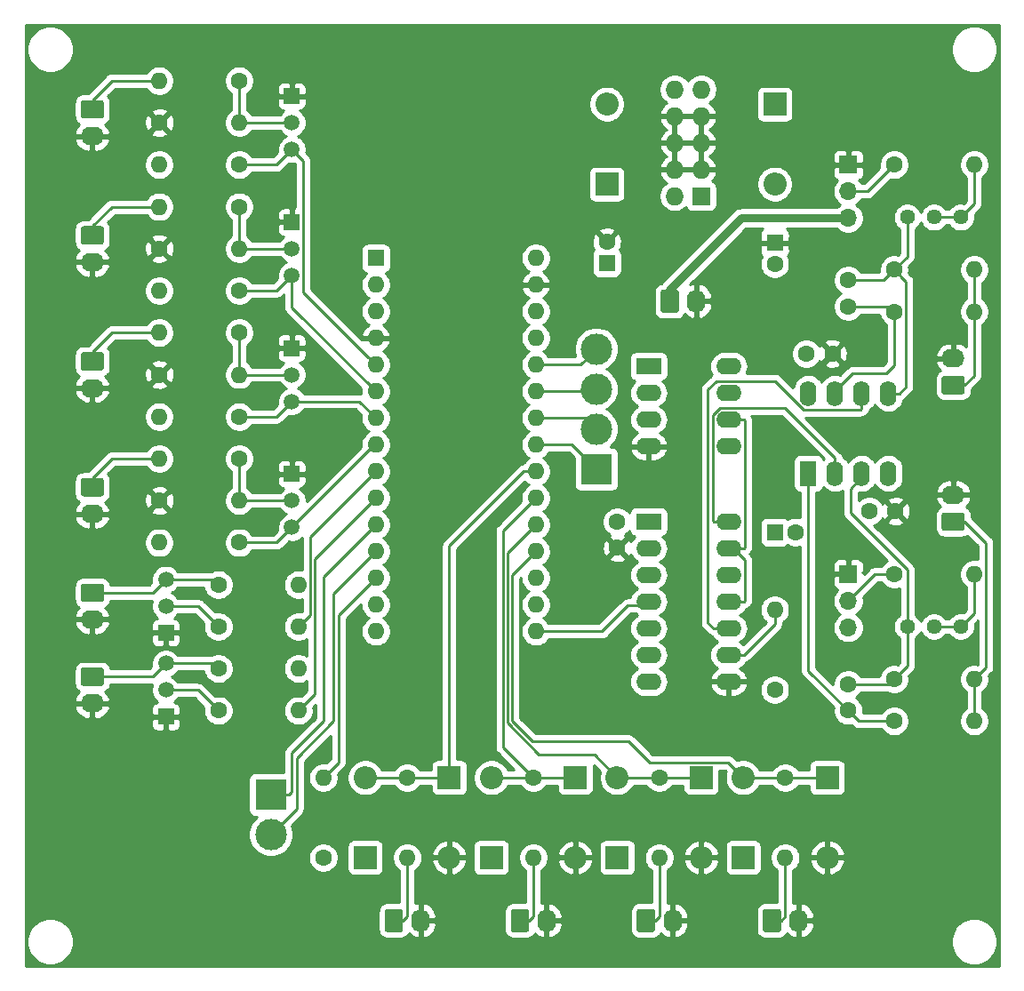
<source format=gbr>
G04 #@! TF.GenerationSoftware,KiCad,Pcbnew,5.1.5-52549c5~84~ubuntu18.04.1*
G04 #@! TF.CreationDate,2020-05-03T20:57:07-04:00*
G04 #@! TF.ProjectId,dac_ino,6461635f-696e-46f2-9e6b-696361645f70,rev?*
G04 #@! TF.SameCoordinates,Original*
G04 #@! TF.FileFunction,Copper,L1,Top*
G04 #@! TF.FilePolarity,Positive*
%FSLAX46Y46*%
G04 Gerber Fmt 4.6, Leading zero omitted, Abs format (unit mm)*
G04 Created by KiCad (PCBNEW 5.1.5-52549c5~84~ubuntu18.04.1) date 2020-05-03 20:57:07*
%MOMM*%
%LPD*%
G04 APERTURE LIST*
%ADD10O,1.600000X1.600000*%
%ADD11C,1.600000*%
%ADD12O,2.400000X1.600000*%
%ADD13R,2.400000X1.600000*%
%ADD14O,1.600000X2.400000*%
%ADD15R,1.600000X2.400000*%
%ADD16C,1.440000*%
%ADD17R,1.500000X1.500000*%
%ADD18C,1.500000*%
%ADD19O,1.740000X2.200000*%
%ADD20C,0.100000*%
%ADD21O,2.200000X1.740000*%
%ADD22R,2.999740X2.999740*%
%ADD23C,2.999740*%
%ADD24O,1.727200X1.727200*%
%ADD25R,1.727200X1.727200*%
%ADD26O,1.700000X1.700000*%
%ADD27R,1.700000X1.700000*%
%ADD28O,2.200000X2.200000*%
%ADD29R,2.200000X2.200000*%
%ADD30R,1.600000X1.600000*%
%ADD31C,0.750000*%
%ADD32C,0.250000*%
%ADD33C,0.254000*%
G04 APERTURE END LIST*
D10*
X169000000Y-122380000D03*
D11*
X169000000Y-130000000D03*
D12*
X207620000Y-83200000D03*
X200000000Y-90820000D03*
X207620000Y-85740000D03*
X200000000Y-88280000D03*
X207620000Y-88280000D03*
X200000000Y-85740000D03*
X207620000Y-90820000D03*
D13*
X200000000Y-83200000D03*
D14*
X215200000Y-85780000D03*
X222820000Y-93400000D03*
X217740000Y-85780000D03*
X220280000Y-93400000D03*
X220280000Y-85780000D03*
X217740000Y-93400000D03*
X222820000Y-85780000D03*
D15*
X215200000Y-93400000D03*
D12*
X207620000Y-98000000D03*
X200000000Y-113240000D03*
X207620000Y-100540000D03*
X200000000Y-110700000D03*
X207620000Y-103080000D03*
X200000000Y-108160000D03*
X207620000Y-105620000D03*
X200000000Y-105620000D03*
X207620000Y-108160000D03*
X200000000Y-103080000D03*
X207620000Y-110700000D03*
X200000000Y-100540000D03*
X207620000Y-113240000D03*
D13*
X200000000Y-98000000D03*
D10*
X177000000Y-130000000D03*
D11*
X177000000Y-122380000D03*
D10*
X189000000Y-130000000D03*
D11*
X189000000Y-122380000D03*
D10*
X213000000Y-130000000D03*
D11*
X213000000Y-122380000D03*
D10*
X201000000Y-130000000D03*
D11*
X201000000Y-122380000D03*
D10*
X153380000Y-100000000D03*
D11*
X161000000Y-100000000D03*
X153380000Y-96000000D03*
D10*
X161000000Y-96000000D03*
X153380000Y-92000000D03*
D11*
X161000000Y-92000000D03*
D10*
X153380000Y-88000000D03*
D11*
X161000000Y-88000000D03*
X153380000Y-84000000D03*
D10*
X161000000Y-84000000D03*
X153380000Y-80000000D03*
D11*
X161000000Y-80000000D03*
D10*
X153380000Y-76000000D03*
D11*
X161000000Y-76000000D03*
D10*
X161000000Y-72000000D03*
D11*
X153380000Y-72000000D03*
D10*
X153380000Y-68000000D03*
D11*
X161000000Y-68000000D03*
D10*
X153380000Y-64000000D03*
D11*
X161000000Y-64000000D03*
D10*
X161000000Y-60000000D03*
D11*
X153380000Y-60000000D03*
D10*
X153380000Y-56000000D03*
D11*
X161000000Y-56000000D03*
D10*
X166620000Y-112000000D03*
D11*
X159000000Y-112000000D03*
D10*
X166620000Y-116000000D03*
D11*
X159000000Y-116000000D03*
D10*
X166620000Y-104000000D03*
D11*
X159000000Y-104000000D03*
D10*
X166620000Y-108000000D03*
D11*
X159000000Y-108000000D03*
D10*
X231000000Y-78000000D03*
D11*
X223380000Y-78000000D03*
D10*
X231000000Y-117000000D03*
D11*
X223380000Y-117000000D03*
D10*
X231000000Y-74000000D03*
D11*
X223380000Y-74000000D03*
D10*
X231000000Y-113000000D03*
D11*
X223380000Y-113000000D03*
D16*
X229720000Y-69000000D03*
X227180000Y-69000000D03*
X224640000Y-69000000D03*
X229720000Y-108000000D03*
X227180000Y-108000000D03*
X224640000Y-108000000D03*
D10*
X231000000Y-64000000D03*
D11*
X223380000Y-64000000D03*
D10*
X231000000Y-103000000D03*
D11*
X223380000Y-103000000D03*
D10*
X212000000Y-106380000D03*
D11*
X212000000Y-114000000D03*
D17*
X166000000Y-93460000D03*
D18*
X166000000Y-98540000D03*
X166000000Y-96000000D03*
D17*
X166000000Y-81460000D03*
D18*
X166000000Y-86540000D03*
X166000000Y-84000000D03*
D17*
X166000000Y-69460000D03*
D18*
X166000000Y-74540000D03*
X166000000Y-72000000D03*
D17*
X166000000Y-57460000D03*
D18*
X166000000Y-62540000D03*
X166000000Y-60000000D03*
D17*
X154000000Y-116590000D03*
D18*
X154000000Y-111510000D03*
X154000000Y-114050000D03*
D17*
X154000000Y-108590000D03*
D18*
X154000000Y-103510000D03*
X154000000Y-106050000D03*
D19*
X178270000Y-136000000D03*
G04 #@! TA.AperFunction,ComponentPad*
D20*
G36*
X176374505Y-134901204D02*
G01*
X176398773Y-134904804D01*
X176422572Y-134910765D01*
X176445671Y-134919030D01*
X176467850Y-134929520D01*
X176488893Y-134942132D01*
X176508599Y-134956747D01*
X176526777Y-134973223D01*
X176543253Y-134991401D01*
X176557868Y-135011107D01*
X176570480Y-135032150D01*
X176580970Y-135054329D01*
X176589235Y-135077428D01*
X176595196Y-135101227D01*
X176598796Y-135125495D01*
X176600000Y-135149999D01*
X176600000Y-136850001D01*
X176598796Y-136874505D01*
X176595196Y-136898773D01*
X176589235Y-136922572D01*
X176580970Y-136945671D01*
X176570480Y-136967850D01*
X176557868Y-136988893D01*
X176543253Y-137008599D01*
X176526777Y-137026777D01*
X176508599Y-137043253D01*
X176488893Y-137057868D01*
X176467850Y-137070480D01*
X176445671Y-137080970D01*
X176422572Y-137089235D01*
X176398773Y-137095196D01*
X176374505Y-137098796D01*
X176350001Y-137100000D01*
X175109999Y-137100000D01*
X175085495Y-137098796D01*
X175061227Y-137095196D01*
X175037428Y-137089235D01*
X175014329Y-137080970D01*
X174992150Y-137070480D01*
X174971107Y-137057868D01*
X174951401Y-137043253D01*
X174933223Y-137026777D01*
X174916747Y-137008599D01*
X174902132Y-136988893D01*
X174889520Y-136967850D01*
X174879030Y-136945671D01*
X174870765Y-136922572D01*
X174864804Y-136898773D01*
X174861204Y-136874505D01*
X174860000Y-136850001D01*
X174860000Y-135149999D01*
X174861204Y-135125495D01*
X174864804Y-135101227D01*
X174870765Y-135077428D01*
X174879030Y-135054329D01*
X174889520Y-135032150D01*
X174902132Y-135011107D01*
X174916747Y-134991401D01*
X174933223Y-134973223D01*
X174951401Y-134956747D01*
X174971107Y-134942132D01*
X174992150Y-134929520D01*
X175014329Y-134919030D01*
X175037428Y-134910765D01*
X175061227Y-134904804D01*
X175085495Y-134901204D01*
X175109999Y-134900000D01*
X176350001Y-134900000D01*
X176374505Y-134901204D01*
G37*
G04 #@! TD.AperFunction*
D19*
X190270000Y-136000000D03*
G04 #@! TA.AperFunction,ComponentPad*
D20*
G36*
X188374505Y-134901204D02*
G01*
X188398773Y-134904804D01*
X188422572Y-134910765D01*
X188445671Y-134919030D01*
X188467850Y-134929520D01*
X188488893Y-134942132D01*
X188508599Y-134956747D01*
X188526777Y-134973223D01*
X188543253Y-134991401D01*
X188557868Y-135011107D01*
X188570480Y-135032150D01*
X188580970Y-135054329D01*
X188589235Y-135077428D01*
X188595196Y-135101227D01*
X188598796Y-135125495D01*
X188600000Y-135149999D01*
X188600000Y-136850001D01*
X188598796Y-136874505D01*
X188595196Y-136898773D01*
X188589235Y-136922572D01*
X188580970Y-136945671D01*
X188570480Y-136967850D01*
X188557868Y-136988893D01*
X188543253Y-137008599D01*
X188526777Y-137026777D01*
X188508599Y-137043253D01*
X188488893Y-137057868D01*
X188467850Y-137070480D01*
X188445671Y-137080970D01*
X188422572Y-137089235D01*
X188398773Y-137095196D01*
X188374505Y-137098796D01*
X188350001Y-137100000D01*
X187109999Y-137100000D01*
X187085495Y-137098796D01*
X187061227Y-137095196D01*
X187037428Y-137089235D01*
X187014329Y-137080970D01*
X186992150Y-137070480D01*
X186971107Y-137057868D01*
X186951401Y-137043253D01*
X186933223Y-137026777D01*
X186916747Y-137008599D01*
X186902132Y-136988893D01*
X186889520Y-136967850D01*
X186879030Y-136945671D01*
X186870765Y-136922572D01*
X186864804Y-136898773D01*
X186861204Y-136874505D01*
X186860000Y-136850001D01*
X186860000Y-135149999D01*
X186861204Y-135125495D01*
X186864804Y-135101227D01*
X186870765Y-135077428D01*
X186879030Y-135054329D01*
X186889520Y-135032150D01*
X186902132Y-135011107D01*
X186916747Y-134991401D01*
X186933223Y-134973223D01*
X186951401Y-134956747D01*
X186971107Y-134942132D01*
X186992150Y-134929520D01*
X187014329Y-134919030D01*
X187037428Y-134910765D01*
X187061227Y-134904804D01*
X187085495Y-134901204D01*
X187109999Y-134900000D01*
X188350001Y-134900000D01*
X188374505Y-134901204D01*
G37*
G04 #@! TD.AperFunction*
D19*
X214270000Y-136000000D03*
G04 #@! TA.AperFunction,ComponentPad*
D20*
G36*
X212374505Y-134901204D02*
G01*
X212398773Y-134904804D01*
X212422572Y-134910765D01*
X212445671Y-134919030D01*
X212467850Y-134929520D01*
X212488893Y-134942132D01*
X212508599Y-134956747D01*
X212526777Y-134973223D01*
X212543253Y-134991401D01*
X212557868Y-135011107D01*
X212570480Y-135032150D01*
X212580970Y-135054329D01*
X212589235Y-135077428D01*
X212595196Y-135101227D01*
X212598796Y-135125495D01*
X212600000Y-135149999D01*
X212600000Y-136850001D01*
X212598796Y-136874505D01*
X212595196Y-136898773D01*
X212589235Y-136922572D01*
X212580970Y-136945671D01*
X212570480Y-136967850D01*
X212557868Y-136988893D01*
X212543253Y-137008599D01*
X212526777Y-137026777D01*
X212508599Y-137043253D01*
X212488893Y-137057868D01*
X212467850Y-137070480D01*
X212445671Y-137080970D01*
X212422572Y-137089235D01*
X212398773Y-137095196D01*
X212374505Y-137098796D01*
X212350001Y-137100000D01*
X211109999Y-137100000D01*
X211085495Y-137098796D01*
X211061227Y-137095196D01*
X211037428Y-137089235D01*
X211014329Y-137080970D01*
X210992150Y-137070480D01*
X210971107Y-137057868D01*
X210951401Y-137043253D01*
X210933223Y-137026777D01*
X210916747Y-137008599D01*
X210902132Y-136988893D01*
X210889520Y-136967850D01*
X210879030Y-136945671D01*
X210870765Y-136922572D01*
X210864804Y-136898773D01*
X210861204Y-136874505D01*
X210860000Y-136850001D01*
X210860000Y-135149999D01*
X210861204Y-135125495D01*
X210864804Y-135101227D01*
X210870765Y-135077428D01*
X210879030Y-135054329D01*
X210889520Y-135032150D01*
X210902132Y-135011107D01*
X210916747Y-134991401D01*
X210933223Y-134973223D01*
X210951401Y-134956747D01*
X210971107Y-134942132D01*
X210992150Y-134929520D01*
X211014329Y-134919030D01*
X211037428Y-134910765D01*
X211061227Y-134904804D01*
X211085495Y-134901204D01*
X211109999Y-134900000D01*
X212350001Y-134900000D01*
X212374505Y-134901204D01*
G37*
G04 #@! TD.AperFunction*
D19*
X202270000Y-136000000D03*
G04 #@! TA.AperFunction,ComponentPad*
D20*
G36*
X200374505Y-134901204D02*
G01*
X200398773Y-134904804D01*
X200422572Y-134910765D01*
X200445671Y-134919030D01*
X200467850Y-134929520D01*
X200488893Y-134942132D01*
X200508599Y-134956747D01*
X200526777Y-134973223D01*
X200543253Y-134991401D01*
X200557868Y-135011107D01*
X200570480Y-135032150D01*
X200580970Y-135054329D01*
X200589235Y-135077428D01*
X200595196Y-135101227D01*
X200598796Y-135125495D01*
X200600000Y-135149999D01*
X200600000Y-136850001D01*
X200598796Y-136874505D01*
X200595196Y-136898773D01*
X200589235Y-136922572D01*
X200580970Y-136945671D01*
X200570480Y-136967850D01*
X200557868Y-136988893D01*
X200543253Y-137008599D01*
X200526777Y-137026777D01*
X200508599Y-137043253D01*
X200488893Y-137057868D01*
X200467850Y-137070480D01*
X200445671Y-137080970D01*
X200422572Y-137089235D01*
X200398773Y-137095196D01*
X200374505Y-137098796D01*
X200350001Y-137100000D01*
X199109999Y-137100000D01*
X199085495Y-137098796D01*
X199061227Y-137095196D01*
X199037428Y-137089235D01*
X199014329Y-137080970D01*
X198992150Y-137070480D01*
X198971107Y-137057868D01*
X198951401Y-137043253D01*
X198933223Y-137026777D01*
X198916747Y-137008599D01*
X198902132Y-136988893D01*
X198889520Y-136967850D01*
X198879030Y-136945671D01*
X198870765Y-136922572D01*
X198864804Y-136898773D01*
X198861204Y-136874505D01*
X198860000Y-136850001D01*
X198860000Y-135149999D01*
X198861204Y-135125495D01*
X198864804Y-135101227D01*
X198870765Y-135077428D01*
X198879030Y-135054329D01*
X198889520Y-135032150D01*
X198902132Y-135011107D01*
X198916747Y-134991401D01*
X198933223Y-134973223D01*
X198951401Y-134956747D01*
X198971107Y-134942132D01*
X198992150Y-134929520D01*
X199014329Y-134919030D01*
X199037428Y-134910765D01*
X199061227Y-134904804D01*
X199085495Y-134901204D01*
X199109999Y-134900000D01*
X200350001Y-134900000D01*
X200374505Y-134901204D01*
G37*
G04 #@! TD.AperFunction*
D21*
X147000000Y-97270000D03*
G04 #@! TA.AperFunction,ComponentPad*
D20*
G36*
X147874505Y-93861204D02*
G01*
X147898773Y-93864804D01*
X147922572Y-93870765D01*
X147945671Y-93879030D01*
X147967850Y-93889520D01*
X147988893Y-93902132D01*
X148008599Y-93916747D01*
X148026777Y-93933223D01*
X148043253Y-93951401D01*
X148057868Y-93971107D01*
X148070480Y-93992150D01*
X148080970Y-94014329D01*
X148089235Y-94037428D01*
X148095196Y-94061227D01*
X148098796Y-94085495D01*
X148100000Y-94109999D01*
X148100000Y-95350001D01*
X148098796Y-95374505D01*
X148095196Y-95398773D01*
X148089235Y-95422572D01*
X148080970Y-95445671D01*
X148070480Y-95467850D01*
X148057868Y-95488893D01*
X148043253Y-95508599D01*
X148026777Y-95526777D01*
X148008599Y-95543253D01*
X147988893Y-95557868D01*
X147967850Y-95570480D01*
X147945671Y-95580970D01*
X147922572Y-95589235D01*
X147898773Y-95595196D01*
X147874505Y-95598796D01*
X147850001Y-95600000D01*
X146149999Y-95600000D01*
X146125495Y-95598796D01*
X146101227Y-95595196D01*
X146077428Y-95589235D01*
X146054329Y-95580970D01*
X146032150Y-95570480D01*
X146011107Y-95557868D01*
X145991401Y-95543253D01*
X145973223Y-95526777D01*
X145956747Y-95508599D01*
X145942132Y-95488893D01*
X145929520Y-95467850D01*
X145919030Y-95445671D01*
X145910765Y-95422572D01*
X145904804Y-95398773D01*
X145901204Y-95374505D01*
X145900000Y-95350001D01*
X145900000Y-94109999D01*
X145901204Y-94085495D01*
X145904804Y-94061227D01*
X145910765Y-94037428D01*
X145919030Y-94014329D01*
X145929520Y-93992150D01*
X145942132Y-93971107D01*
X145956747Y-93951401D01*
X145973223Y-93933223D01*
X145991401Y-93916747D01*
X146011107Y-93902132D01*
X146032150Y-93889520D01*
X146054329Y-93879030D01*
X146077428Y-93870765D01*
X146101227Y-93864804D01*
X146125495Y-93861204D01*
X146149999Y-93860000D01*
X147850001Y-93860000D01*
X147874505Y-93861204D01*
G37*
G04 #@! TD.AperFunction*
D21*
X147000000Y-85270000D03*
G04 #@! TA.AperFunction,ComponentPad*
D20*
G36*
X147874505Y-81861204D02*
G01*
X147898773Y-81864804D01*
X147922572Y-81870765D01*
X147945671Y-81879030D01*
X147967850Y-81889520D01*
X147988893Y-81902132D01*
X148008599Y-81916747D01*
X148026777Y-81933223D01*
X148043253Y-81951401D01*
X148057868Y-81971107D01*
X148070480Y-81992150D01*
X148080970Y-82014329D01*
X148089235Y-82037428D01*
X148095196Y-82061227D01*
X148098796Y-82085495D01*
X148100000Y-82109999D01*
X148100000Y-83350001D01*
X148098796Y-83374505D01*
X148095196Y-83398773D01*
X148089235Y-83422572D01*
X148080970Y-83445671D01*
X148070480Y-83467850D01*
X148057868Y-83488893D01*
X148043253Y-83508599D01*
X148026777Y-83526777D01*
X148008599Y-83543253D01*
X147988893Y-83557868D01*
X147967850Y-83570480D01*
X147945671Y-83580970D01*
X147922572Y-83589235D01*
X147898773Y-83595196D01*
X147874505Y-83598796D01*
X147850001Y-83600000D01*
X146149999Y-83600000D01*
X146125495Y-83598796D01*
X146101227Y-83595196D01*
X146077428Y-83589235D01*
X146054329Y-83580970D01*
X146032150Y-83570480D01*
X146011107Y-83557868D01*
X145991401Y-83543253D01*
X145973223Y-83526777D01*
X145956747Y-83508599D01*
X145942132Y-83488893D01*
X145929520Y-83467850D01*
X145919030Y-83445671D01*
X145910765Y-83422572D01*
X145904804Y-83398773D01*
X145901204Y-83374505D01*
X145900000Y-83350001D01*
X145900000Y-82109999D01*
X145901204Y-82085495D01*
X145904804Y-82061227D01*
X145910765Y-82037428D01*
X145919030Y-82014329D01*
X145929520Y-81992150D01*
X145942132Y-81971107D01*
X145956747Y-81951401D01*
X145973223Y-81933223D01*
X145991401Y-81916747D01*
X146011107Y-81902132D01*
X146032150Y-81889520D01*
X146054329Y-81879030D01*
X146077428Y-81870765D01*
X146101227Y-81864804D01*
X146125495Y-81861204D01*
X146149999Y-81860000D01*
X147850001Y-81860000D01*
X147874505Y-81861204D01*
G37*
G04 #@! TD.AperFunction*
D21*
X147000000Y-73270000D03*
G04 #@! TA.AperFunction,ComponentPad*
D20*
G36*
X147874505Y-69861204D02*
G01*
X147898773Y-69864804D01*
X147922572Y-69870765D01*
X147945671Y-69879030D01*
X147967850Y-69889520D01*
X147988893Y-69902132D01*
X148008599Y-69916747D01*
X148026777Y-69933223D01*
X148043253Y-69951401D01*
X148057868Y-69971107D01*
X148070480Y-69992150D01*
X148080970Y-70014329D01*
X148089235Y-70037428D01*
X148095196Y-70061227D01*
X148098796Y-70085495D01*
X148100000Y-70109999D01*
X148100000Y-71350001D01*
X148098796Y-71374505D01*
X148095196Y-71398773D01*
X148089235Y-71422572D01*
X148080970Y-71445671D01*
X148070480Y-71467850D01*
X148057868Y-71488893D01*
X148043253Y-71508599D01*
X148026777Y-71526777D01*
X148008599Y-71543253D01*
X147988893Y-71557868D01*
X147967850Y-71570480D01*
X147945671Y-71580970D01*
X147922572Y-71589235D01*
X147898773Y-71595196D01*
X147874505Y-71598796D01*
X147850001Y-71600000D01*
X146149999Y-71600000D01*
X146125495Y-71598796D01*
X146101227Y-71595196D01*
X146077428Y-71589235D01*
X146054329Y-71580970D01*
X146032150Y-71570480D01*
X146011107Y-71557868D01*
X145991401Y-71543253D01*
X145973223Y-71526777D01*
X145956747Y-71508599D01*
X145942132Y-71488893D01*
X145929520Y-71467850D01*
X145919030Y-71445671D01*
X145910765Y-71422572D01*
X145904804Y-71398773D01*
X145901204Y-71374505D01*
X145900000Y-71350001D01*
X145900000Y-70109999D01*
X145901204Y-70085495D01*
X145904804Y-70061227D01*
X145910765Y-70037428D01*
X145919030Y-70014329D01*
X145929520Y-69992150D01*
X145942132Y-69971107D01*
X145956747Y-69951401D01*
X145973223Y-69933223D01*
X145991401Y-69916747D01*
X146011107Y-69902132D01*
X146032150Y-69889520D01*
X146054329Y-69879030D01*
X146077428Y-69870765D01*
X146101227Y-69864804D01*
X146125495Y-69861204D01*
X146149999Y-69860000D01*
X147850001Y-69860000D01*
X147874505Y-69861204D01*
G37*
G04 #@! TD.AperFunction*
D21*
X147000000Y-61270000D03*
G04 #@! TA.AperFunction,ComponentPad*
D20*
G36*
X147874505Y-57861204D02*
G01*
X147898773Y-57864804D01*
X147922572Y-57870765D01*
X147945671Y-57879030D01*
X147967850Y-57889520D01*
X147988893Y-57902132D01*
X148008599Y-57916747D01*
X148026777Y-57933223D01*
X148043253Y-57951401D01*
X148057868Y-57971107D01*
X148070480Y-57992150D01*
X148080970Y-58014329D01*
X148089235Y-58037428D01*
X148095196Y-58061227D01*
X148098796Y-58085495D01*
X148100000Y-58109999D01*
X148100000Y-59350001D01*
X148098796Y-59374505D01*
X148095196Y-59398773D01*
X148089235Y-59422572D01*
X148080970Y-59445671D01*
X148070480Y-59467850D01*
X148057868Y-59488893D01*
X148043253Y-59508599D01*
X148026777Y-59526777D01*
X148008599Y-59543253D01*
X147988893Y-59557868D01*
X147967850Y-59570480D01*
X147945671Y-59580970D01*
X147922572Y-59589235D01*
X147898773Y-59595196D01*
X147874505Y-59598796D01*
X147850001Y-59600000D01*
X146149999Y-59600000D01*
X146125495Y-59598796D01*
X146101227Y-59595196D01*
X146077428Y-59589235D01*
X146054329Y-59580970D01*
X146032150Y-59570480D01*
X146011107Y-59557868D01*
X145991401Y-59543253D01*
X145973223Y-59526777D01*
X145956747Y-59508599D01*
X145942132Y-59488893D01*
X145929520Y-59467850D01*
X145919030Y-59445671D01*
X145910765Y-59422572D01*
X145904804Y-59398773D01*
X145901204Y-59374505D01*
X145900000Y-59350001D01*
X145900000Y-58109999D01*
X145901204Y-58085495D01*
X145904804Y-58061227D01*
X145910765Y-58037428D01*
X145919030Y-58014329D01*
X145929520Y-57992150D01*
X145942132Y-57971107D01*
X145956747Y-57951401D01*
X145973223Y-57933223D01*
X145991401Y-57916747D01*
X146011107Y-57902132D01*
X146032150Y-57889520D01*
X146054329Y-57879030D01*
X146077428Y-57870765D01*
X146101227Y-57864804D01*
X146125495Y-57861204D01*
X146149999Y-57860000D01*
X147850001Y-57860000D01*
X147874505Y-57861204D01*
G37*
G04 #@! TD.AperFunction*
D22*
X164000000Y-124000000D03*
D23*
X164000000Y-127810000D03*
X195000000Y-81570000D03*
X195000000Y-85380000D03*
X195000000Y-89190000D03*
D22*
X195000000Y-93000000D03*
D24*
X202460000Y-56840000D03*
X205000000Y-56840000D03*
X202460000Y-59380000D03*
X205000000Y-59380000D03*
X202460000Y-61920000D03*
X205000000Y-61920000D03*
X202460000Y-64460000D03*
X205000000Y-64460000D03*
X202460000Y-67000000D03*
D25*
X205000000Y-67000000D03*
D19*
X204540000Y-77000000D03*
G04 #@! TA.AperFunction,ComponentPad*
D20*
G36*
X202644505Y-75901204D02*
G01*
X202668773Y-75904804D01*
X202692572Y-75910765D01*
X202715671Y-75919030D01*
X202737850Y-75929520D01*
X202758893Y-75942132D01*
X202778599Y-75956747D01*
X202796777Y-75973223D01*
X202813253Y-75991401D01*
X202827868Y-76011107D01*
X202840480Y-76032150D01*
X202850970Y-76054329D01*
X202859235Y-76077428D01*
X202865196Y-76101227D01*
X202868796Y-76125495D01*
X202870000Y-76149999D01*
X202870000Y-77850001D01*
X202868796Y-77874505D01*
X202865196Y-77898773D01*
X202859235Y-77922572D01*
X202850970Y-77945671D01*
X202840480Y-77967850D01*
X202827868Y-77988893D01*
X202813253Y-78008599D01*
X202796777Y-78026777D01*
X202778599Y-78043253D01*
X202758893Y-78057868D01*
X202737850Y-78070480D01*
X202715671Y-78080970D01*
X202692572Y-78089235D01*
X202668773Y-78095196D01*
X202644505Y-78098796D01*
X202620001Y-78100000D01*
X201379999Y-78100000D01*
X201355495Y-78098796D01*
X201331227Y-78095196D01*
X201307428Y-78089235D01*
X201284329Y-78080970D01*
X201262150Y-78070480D01*
X201241107Y-78057868D01*
X201221401Y-78043253D01*
X201203223Y-78026777D01*
X201186747Y-78008599D01*
X201172132Y-77988893D01*
X201159520Y-77967850D01*
X201149030Y-77945671D01*
X201140765Y-77922572D01*
X201134804Y-77898773D01*
X201131204Y-77874505D01*
X201130000Y-77850001D01*
X201130000Y-76149999D01*
X201131204Y-76125495D01*
X201134804Y-76101227D01*
X201140765Y-76077428D01*
X201149030Y-76054329D01*
X201159520Y-76032150D01*
X201172132Y-76011107D01*
X201186747Y-75991401D01*
X201203223Y-75973223D01*
X201221401Y-75956747D01*
X201241107Y-75942132D01*
X201262150Y-75929520D01*
X201284329Y-75919030D01*
X201307428Y-75910765D01*
X201331227Y-75904804D01*
X201355495Y-75901204D01*
X201379999Y-75900000D01*
X202620001Y-75900000D01*
X202644505Y-75901204D01*
G37*
G04 #@! TD.AperFunction*
D21*
X147000000Y-115320000D03*
G04 #@! TA.AperFunction,ComponentPad*
D20*
G36*
X147874505Y-111911204D02*
G01*
X147898773Y-111914804D01*
X147922572Y-111920765D01*
X147945671Y-111929030D01*
X147967850Y-111939520D01*
X147988893Y-111952132D01*
X148008599Y-111966747D01*
X148026777Y-111983223D01*
X148043253Y-112001401D01*
X148057868Y-112021107D01*
X148070480Y-112042150D01*
X148080970Y-112064329D01*
X148089235Y-112087428D01*
X148095196Y-112111227D01*
X148098796Y-112135495D01*
X148100000Y-112159999D01*
X148100000Y-113400001D01*
X148098796Y-113424505D01*
X148095196Y-113448773D01*
X148089235Y-113472572D01*
X148080970Y-113495671D01*
X148070480Y-113517850D01*
X148057868Y-113538893D01*
X148043253Y-113558599D01*
X148026777Y-113576777D01*
X148008599Y-113593253D01*
X147988893Y-113607868D01*
X147967850Y-113620480D01*
X147945671Y-113630970D01*
X147922572Y-113639235D01*
X147898773Y-113645196D01*
X147874505Y-113648796D01*
X147850001Y-113650000D01*
X146149999Y-113650000D01*
X146125495Y-113648796D01*
X146101227Y-113645196D01*
X146077428Y-113639235D01*
X146054329Y-113630970D01*
X146032150Y-113620480D01*
X146011107Y-113607868D01*
X145991401Y-113593253D01*
X145973223Y-113576777D01*
X145956747Y-113558599D01*
X145942132Y-113538893D01*
X145929520Y-113517850D01*
X145919030Y-113495671D01*
X145910765Y-113472572D01*
X145904804Y-113448773D01*
X145901204Y-113424505D01*
X145900000Y-113400001D01*
X145900000Y-112159999D01*
X145901204Y-112135495D01*
X145904804Y-112111227D01*
X145910765Y-112087428D01*
X145919030Y-112064329D01*
X145929520Y-112042150D01*
X145942132Y-112021107D01*
X145956747Y-112001401D01*
X145973223Y-111983223D01*
X145991401Y-111966747D01*
X146011107Y-111952132D01*
X146032150Y-111939520D01*
X146054329Y-111929030D01*
X146077428Y-111920765D01*
X146101227Y-111914804D01*
X146125495Y-111911204D01*
X146149999Y-111910000D01*
X147850001Y-111910000D01*
X147874505Y-111911204D01*
G37*
G04 #@! TD.AperFunction*
D21*
X147000000Y-107320000D03*
G04 #@! TA.AperFunction,ComponentPad*
D20*
G36*
X147874505Y-103911204D02*
G01*
X147898773Y-103914804D01*
X147922572Y-103920765D01*
X147945671Y-103929030D01*
X147967850Y-103939520D01*
X147988893Y-103952132D01*
X148008599Y-103966747D01*
X148026777Y-103983223D01*
X148043253Y-104001401D01*
X148057868Y-104021107D01*
X148070480Y-104042150D01*
X148080970Y-104064329D01*
X148089235Y-104087428D01*
X148095196Y-104111227D01*
X148098796Y-104135495D01*
X148100000Y-104159999D01*
X148100000Y-105400001D01*
X148098796Y-105424505D01*
X148095196Y-105448773D01*
X148089235Y-105472572D01*
X148080970Y-105495671D01*
X148070480Y-105517850D01*
X148057868Y-105538893D01*
X148043253Y-105558599D01*
X148026777Y-105576777D01*
X148008599Y-105593253D01*
X147988893Y-105607868D01*
X147967850Y-105620480D01*
X147945671Y-105630970D01*
X147922572Y-105639235D01*
X147898773Y-105645196D01*
X147874505Y-105648796D01*
X147850001Y-105650000D01*
X146149999Y-105650000D01*
X146125495Y-105648796D01*
X146101227Y-105645196D01*
X146077428Y-105639235D01*
X146054329Y-105630970D01*
X146032150Y-105620480D01*
X146011107Y-105607868D01*
X145991401Y-105593253D01*
X145973223Y-105576777D01*
X145956747Y-105558599D01*
X145942132Y-105538893D01*
X145929520Y-105517850D01*
X145919030Y-105495671D01*
X145910765Y-105472572D01*
X145904804Y-105448773D01*
X145901204Y-105424505D01*
X145900000Y-105400001D01*
X145900000Y-104159999D01*
X145901204Y-104135495D01*
X145904804Y-104111227D01*
X145910765Y-104087428D01*
X145919030Y-104064329D01*
X145929520Y-104042150D01*
X145942132Y-104021107D01*
X145956747Y-104001401D01*
X145973223Y-103983223D01*
X145991401Y-103966747D01*
X146011107Y-103952132D01*
X146032150Y-103939520D01*
X146054329Y-103929030D01*
X146077428Y-103920765D01*
X146101227Y-103914804D01*
X146125495Y-103911204D01*
X146149999Y-103910000D01*
X147850001Y-103910000D01*
X147874505Y-103911204D01*
G37*
G04 #@! TD.AperFunction*
D21*
X229000000Y-82460000D03*
G04 #@! TA.AperFunction,ComponentPad*
D20*
G36*
X229874505Y-84131204D02*
G01*
X229898773Y-84134804D01*
X229922572Y-84140765D01*
X229945671Y-84149030D01*
X229967850Y-84159520D01*
X229988893Y-84172132D01*
X230008599Y-84186747D01*
X230026777Y-84203223D01*
X230043253Y-84221401D01*
X230057868Y-84241107D01*
X230070480Y-84262150D01*
X230080970Y-84284329D01*
X230089235Y-84307428D01*
X230095196Y-84331227D01*
X230098796Y-84355495D01*
X230100000Y-84379999D01*
X230100000Y-85620001D01*
X230098796Y-85644505D01*
X230095196Y-85668773D01*
X230089235Y-85692572D01*
X230080970Y-85715671D01*
X230070480Y-85737850D01*
X230057868Y-85758893D01*
X230043253Y-85778599D01*
X230026777Y-85796777D01*
X230008599Y-85813253D01*
X229988893Y-85827868D01*
X229967850Y-85840480D01*
X229945671Y-85850970D01*
X229922572Y-85859235D01*
X229898773Y-85865196D01*
X229874505Y-85868796D01*
X229850001Y-85870000D01*
X228149999Y-85870000D01*
X228125495Y-85868796D01*
X228101227Y-85865196D01*
X228077428Y-85859235D01*
X228054329Y-85850970D01*
X228032150Y-85840480D01*
X228011107Y-85827868D01*
X227991401Y-85813253D01*
X227973223Y-85796777D01*
X227956747Y-85778599D01*
X227942132Y-85758893D01*
X227929520Y-85737850D01*
X227919030Y-85715671D01*
X227910765Y-85692572D01*
X227904804Y-85668773D01*
X227901204Y-85644505D01*
X227900000Y-85620001D01*
X227900000Y-84379999D01*
X227901204Y-84355495D01*
X227904804Y-84331227D01*
X227910765Y-84307428D01*
X227919030Y-84284329D01*
X227929520Y-84262150D01*
X227942132Y-84241107D01*
X227956747Y-84221401D01*
X227973223Y-84203223D01*
X227991401Y-84186747D01*
X228011107Y-84172132D01*
X228032150Y-84159520D01*
X228054329Y-84149030D01*
X228077428Y-84140765D01*
X228101227Y-84134804D01*
X228125495Y-84131204D01*
X228149999Y-84130000D01*
X229850001Y-84130000D01*
X229874505Y-84131204D01*
G37*
G04 #@! TD.AperFunction*
D21*
X229000000Y-95460000D03*
G04 #@! TA.AperFunction,ComponentPad*
D20*
G36*
X229874505Y-97131204D02*
G01*
X229898773Y-97134804D01*
X229922572Y-97140765D01*
X229945671Y-97149030D01*
X229967850Y-97159520D01*
X229988893Y-97172132D01*
X230008599Y-97186747D01*
X230026777Y-97203223D01*
X230043253Y-97221401D01*
X230057868Y-97241107D01*
X230070480Y-97262150D01*
X230080970Y-97284329D01*
X230089235Y-97307428D01*
X230095196Y-97331227D01*
X230098796Y-97355495D01*
X230100000Y-97379999D01*
X230100000Y-98620001D01*
X230098796Y-98644505D01*
X230095196Y-98668773D01*
X230089235Y-98692572D01*
X230080970Y-98715671D01*
X230070480Y-98737850D01*
X230057868Y-98758893D01*
X230043253Y-98778599D01*
X230026777Y-98796777D01*
X230008599Y-98813253D01*
X229988893Y-98827868D01*
X229967850Y-98840480D01*
X229945671Y-98850970D01*
X229922572Y-98859235D01*
X229898773Y-98865196D01*
X229874505Y-98868796D01*
X229850001Y-98870000D01*
X228149999Y-98870000D01*
X228125495Y-98868796D01*
X228101227Y-98865196D01*
X228077428Y-98859235D01*
X228054329Y-98850970D01*
X228032150Y-98840480D01*
X228011107Y-98827868D01*
X227991401Y-98813253D01*
X227973223Y-98796777D01*
X227956747Y-98778599D01*
X227942132Y-98758893D01*
X227929520Y-98737850D01*
X227919030Y-98715671D01*
X227910765Y-98692572D01*
X227904804Y-98668773D01*
X227901204Y-98644505D01*
X227900000Y-98620001D01*
X227900000Y-97379999D01*
X227901204Y-97355495D01*
X227904804Y-97331227D01*
X227910765Y-97307428D01*
X227919030Y-97284329D01*
X227929520Y-97262150D01*
X227942132Y-97241107D01*
X227956747Y-97221401D01*
X227973223Y-97203223D01*
X227991401Y-97186747D01*
X228011107Y-97172132D01*
X228032150Y-97159520D01*
X228054329Y-97149030D01*
X228077428Y-97140765D01*
X228101227Y-97134804D01*
X228125495Y-97131204D01*
X228149999Y-97130000D01*
X229850001Y-97130000D01*
X229874505Y-97131204D01*
G37*
G04 #@! TD.AperFunction*
D26*
X219000000Y-69080000D03*
X219000000Y-66540000D03*
D27*
X219000000Y-64000000D03*
D26*
X219000000Y-108080000D03*
X219000000Y-105540000D03*
D27*
X219000000Y-103000000D03*
D28*
X181000000Y-130000000D03*
D29*
X181000000Y-122380000D03*
D28*
X173000000Y-122380000D03*
D29*
X173000000Y-130000000D03*
D28*
X193000000Y-130000000D03*
D29*
X193000000Y-122380000D03*
D28*
X185000000Y-122380000D03*
D29*
X185000000Y-130000000D03*
D28*
X217000000Y-130000000D03*
D29*
X217000000Y-122380000D03*
D28*
X209000000Y-122380000D03*
D29*
X209000000Y-130000000D03*
D28*
X205000000Y-130000000D03*
D29*
X205000000Y-122380000D03*
D28*
X197000000Y-122380000D03*
D29*
X197000000Y-130000000D03*
D28*
X212000000Y-65855000D03*
D29*
X212000000Y-58235000D03*
D28*
X196000000Y-58235000D03*
D29*
X196000000Y-65855000D03*
D11*
X212000000Y-73440000D03*
D30*
X212000000Y-71440000D03*
D11*
X196000000Y-71350225D03*
D30*
X196000000Y-73350225D03*
D11*
X219000000Y-75000000D03*
X219000000Y-77500000D03*
X219000000Y-113500000D03*
X219000000Y-116000000D03*
X221000000Y-97000000D03*
X223500000Y-97000000D03*
X217500000Y-82000000D03*
X215000000Y-82000000D03*
X197000000Y-100500000D03*
X197000000Y-98000000D03*
X214000000Y-99000000D03*
D30*
X212000000Y-99000000D03*
D10*
X189240000Y-108460000D03*
X174000000Y-108460000D03*
X189240000Y-72900000D03*
X174000000Y-105920000D03*
X189240000Y-75440000D03*
X174000000Y-103380000D03*
X189240000Y-77980000D03*
X174000000Y-100840000D03*
X189240000Y-80520000D03*
X174000000Y-98300000D03*
X189240000Y-83060000D03*
X174000000Y-95760000D03*
X189240000Y-85600000D03*
X174000000Y-93220000D03*
X189240000Y-88140000D03*
X174000000Y-90680000D03*
X189240000Y-90680000D03*
X174000000Y-88140000D03*
X189240000Y-93220000D03*
X174000000Y-85600000D03*
X189240000Y-95760000D03*
X174000000Y-83060000D03*
X189240000Y-98300000D03*
X174000000Y-80520000D03*
X189240000Y-100840000D03*
X174000000Y-77980000D03*
X189240000Y-103380000D03*
X174000000Y-75440000D03*
X189240000Y-105920000D03*
D30*
X174000000Y-72900000D03*
D31*
X217797919Y-69080000D02*
X219000000Y-69080000D01*
X208820000Y-69080000D02*
X217797919Y-69080000D01*
X202000000Y-75900000D02*
X208820000Y-69080000D01*
X202000000Y-77000000D02*
X202000000Y-75900000D01*
D32*
X199600000Y-105620000D02*
X200000000Y-105620000D01*
X199220000Y-106000000D02*
X199600000Y-105620000D01*
X198000000Y-106000000D02*
X199220000Y-106000000D01*
X189240000Y-108460000D02*
X195540000Y-108460000D01*
X195540000Y-108460000D02*
X198000000Y-106000000D01*
X173200001Y-104179999D02*
X174000000Y-103380000D01*
X170450010Y-106929990D02*
X173200001Y-104179999D01*
X170450010Y-120929990D02*
X170450010Y-106929990D01*
X169000000Y-122380000D02*
X170450010Y-120929990D01*
X217740000Y-91950000D02*
X217740000Y-93400000D01*
X212944990Y-87154990D02*
X217740000Y-91950000D01*
X206094990Y-87814006D02*
X206754006Y-87154990D01*
X206754006Y-87154990D02*
X212944990Y-87154990D01*
X206094990Y-97924990D02*
X206094990Y-87814006D01*
X206170000Y-98000000D02*
X206094990Y-97924990D01*
X207620000Y-98000000D02*
X206170000Y-98000000D01*
X220280000Y-87230000D02*
X220280000Y-85780000D01*
X220204990Y-87305010D02*
X220280000Y-87230000D01*
X214734006Y-87305010D02*
X220204990Y-87305010D01*
X212043986Y-84614990D02*
X214734006Y-87305010D01*
X206464026Y-84614990D02*
X212043986Y-84614990D01*
X205644981Y-107634981D02*
X205644981Y-85434035D01*
X206170000Y-108160000D02*
X205644981Y-107634981D01*
X205644981Y-85434035D02*
X206464026Y-84614990D01*
X207620000Y-108160000D02*
X206170000Y-108160000D01*
X152248630Y-56000000D02*
X153380000Y-56000000D01*
X148860000Y-56000000D02*
X152248630Y-56000000D01*
X147000000Y-57860000D02*
X148860000Y-56000000D01*
X147000000Y-58730000D02*
X147000000Y-57860000D01*
X152248630Y-68000000D02*
X153380000Y-68000000D01*
X148860000Y-68000000D02*
X152248630Y-68000000D01*
X147000000Y-69860000D02*
X148860000Y-68000000D01*
X147000000Y-70730000D02*
X147000000Y-69860000D01*
X148860000Y-80000000D02*
X152248630Y-80000000D01*
X152248630Y-80000000D02*
X153380000Y-80000000D01*
X147000000Y-81860000D02*
X148860000Y-80000000D01*
X147000000Y-82730000D02*
X147000000Y-81860000D01*
X152248630Y-92000000D02*
X153380000Y-92000000D01*
X148860000Y-92000000D02*
X152248630Y-92000000D01*
X147000000Y-93860000D02*
X148860000Y-92000000D01*
X147000000Y-94730000D02*
X147000000Y-93860000D01*
X212600000Y-136000000D02*
X211730000Y-136000000D01*
X213000000Y-135600000D02*
X212600000Y-136000000D01*
X213000000Y-130000000D02*
X213000000Y-135600000D01*
X200600000Y-136000000D02*
X199730000Y-136000000D01*
X201000000Y-135600000D02*
X200600000Y-136000000D01*
X201000000Y-130000000D02*
X201000000Y-135600000D01*
X231799999Y-112200001D02*
X231000000Y-113000000D01*
X232125001Y-100025001D02*
X232125001Y-111874999D01*
X232125001Y-111874999D02*
X231799999Y-112200001D01*
X230100000Y-98000000D02*
X232125001Y-100025001D01*
X229000000Y-98000000D02*
X230100000Y-98000000D01*
X231000000Y-113000000D02*
X231000000Y-117000000D01*
X231000000Y-78000000D02*
X231000000Y-74000000D01*
X230100000Y-85000000D02*
X229000000Y-85000000D01*
X231000000Y-84100000D02*
X230100000Y-85000000D01*
X231000000Y-78000000D02*
X231000000Y-84100000D01*
X152730000Y-104780000D02*
X154000000Y-103510000D01*
X147000000Y-104780000D02*
X152730000Y-104780000D01*
X158510000Y-103510000D02*
X159000000Y-104000000D01*
X154000000Y-103510000D02*
X158510000Y-103510000D01*
X152730000Y-112780000D02*
X154000000Y-111510000D01*
X147000000Y-112780000D02*
X152730000Y-112780000D01*
X158510000Y-111510000D02*
X159000000Y-112000000D01*
X154000000Y-111510000D02*
X158510000Y-111510000D01*
X209145010Y-100464990D02*
X209070000Y-100540000D01*
X209070000Y-100540000D02*
X207620000Y-100540000D01*
X209145010Y-88355010D02*
X209145010Y-100464990D01*
X209070000Y-88280000D02*
X209145010Y-88355010D01*
X207620000Y-88280000D02*
X209070000Y-88280000D01*
X209070000Y-105620000D02*
X207620000Y-105620000D01*
X209145010Y-105544990D02*
X209070000Y-105620000D01*
X209145010Y-101665010D02*
X209145010Y-105544990D01*
X208020000Y-100540000D02*
X209145010Y-101665010D01*
X207620000Y-100540000D02*
X208020000Y-100540000D01*
X222880000Y-113500000D02*
X223380000Y-113000000D01*
X219000000Y-113500000D02*
X222880000Y-113500000D01*
X224640000Y-111740000D02*
X224640000Y-108000000D01*
X223380000Y-113000000D02*
X224640000Y-111740000D01*
X224640000Y-102594998D02*
X224640000Y-106981767D01*
X224640000Y-106981767D02*
X224640000Y-108000000D01*
X219230000Y-94850000D02*
X219230000Y-97184998D01*
X220280000Y-93800000D02*
X219230000Y-94850000D01*
X219230000Y-97184998D02*
X224640000Y-102594998D01*
X220280000Y-93400000D02*
X220280000Y-93800000D01*
X215200000Y-112200000D02*
X219000000Y-116000000D01*
X215200000Y-93400000D02*
X215200000Y-112200000D01*
X220000000Y-117000000D02*
X219000000Y-116000000D01*
X223380000Y-117000000D02*
X220000000Y-117000000D01*
X224505001Y-75125001D02*
X224179999Y-74799999D01*
X224505001Y-85144999D02*
X224505001Y-75125001D01*
X224179999Y-74799999D02*
X223380000Y-74000000D01*
X223870000Y-85780000D02*
X224505001Y-85144999D01*
X222820000Y-85780000D02*
X223870000Y-85780000D01*
X224640000Y-72740000D02*
X224640000Y-69000000D01*
X223380000Y-74000000D02*
X224640000Y-72740000D01*
X222380000Y-75000000D02*
X219000000Y-75000000D01*
X223380000Y-74000000D02*
X222380000Y-75000000D01*
X222880000Y-77500000D02*
X223380000Y-78000000D01*
X219000000Y-77500000D02*
X222880000Y-77500000D01*
X223380000Y-83120000D02*
X223380000Y-78000000D01*
X222600000Y-83900000D02*
X223380000Y-83120000D01*
X219400000Y-83900000D02*
X222600000Y-83900000D01*
X217740000Y-85780000D02*
X217740000Y-85560000D01*
X217740000Y-85560000D02*
X219400000Y-83900000D01*
X221540000Y-103000000D02*
X219000000Y-105540000D01*
X223380000Y-103000000D02*
X221540000Y-103000000D01*
X220840000Y-66540000D02*
X223380000Y-64000000D01*
X219000000Y-66540000D02*
X220840000Y-66540000D01*
X157050000Y-106050000D02*
X159000000Y-108000000D01*
X154000000Y-106050000D02*
X157050000Y-106050000D01*
X157050000Y-114050000D02*
X159000000Y-116000000D01*
X154000000Y-114050000D02*
X157050000Y-114050000D01*
X161000000Y-56000000D02*
X161000000Y-60000000D01*
X161000000Y-60000000D02*
X166000000Y-60000000D01*
X161000000Y-68000000D02*
X161000000Y-72000000D01*
X161000000Y-72000000D02*
X166000000Y-72000000D01*
X161000000Y-80000000D02*
X161000000Y-84000000D01*
X161000000Y-84000000D02*
X166000000Y-84000000D01*
X161000000Y-92000000D02*
X161000000Y-96000000D01*
X161000000Y-96000000D02*
X166000000Y-96000000D01*
X212000000Y-107770000D02*
X212000000Y-107511370D01*
X209070000Y-110700000D02*
X212000000Y-107770000D01*
X212000000Y-107511370D02*
X212000000Y-106380000D01*
X207620000Y-110700000D02*
X209070000Y-110700000D01*
X188600000Y-136000000D02*
X187730000Y-136000000D01*
X189000000Y-135600000D02*
X188600000Y-136000000D01*
X189000000Y-130000000D02*
X189000000Y-135600000D01*
X176600000Y-136000000D02*
X175730000Y-136000000D01*
X177000000Y-135600000D02*
X176600000Y-136000000D01*
X177000000Y-130000000D02*
X177000000Y-135600000D01*
X227180000Y-108000000D02*
X229720000Y-108000000D01*
X229720000Y-108000000D02*
X231000000Y-106720000D01*
X231000000Y-106720000D02*
X231000000Y-103000000D01*
X231000000Y-67720000D02*
X229720000Y-69000000D01*
X231000000Y-64000000D02*
X231000000Y-67720000D01*
X229720000Y-69000000D02*
X227180000Y-69000000D01*
X173200001Y-101639999D02*
X174000000Y-100840000D01*
X170000000Y-104840000D02*
X173200001Y-101639999D01*
X170000000Y-117000000D02*
X170000000Y-104840000D01*
X166450010Y-120549990D02*
X170000000Y-117000000D01*
X164000000Y-127810000D02*
X166450010Y-125359990D01*
X166450010Y-125359990D02*
X166450010Y-120549990D01*
X169000000Y-103300000D02*
X174000000Y-98300000D01*
X169000000Y-117000000D02*
X169000000Y-103300000D01*
X166000000Y-123749870D02*
X166000000Y-120000000D01*
X164000000Y-124000000D02*
X165749870Y-124000000D01*
X166000000Y-120000000D02*
X169000000Y-117000000D01*
X165749870Y-124000000D02*
X166000000Y-123749870D01*
X193510000Y-83060000D02*
X195000000Y-81570000D01*
X189240000Y-83060000D02*
X193510000Y-83060000D01*
X168195011Y-101564989D02*
X173200001Y-96559999D01*
X173200001Y-96559999D02*
X174000000Y-95760000D01*
X168195011Y-114424989D02*
X168195011Y-101564989D01*
X166620000Y-116000000D02*
X168195011Y-114424989D01*
X194780000Y-85600000D02*
X195000000Y-85380000D01*
X189240000Y-85600000D02*
X194780000Y-85600000D01*
X167745001Y-99474999D02*
X173200001Y-94019999D01*
X173200001Y-94019999D02*
X174000000Y-93220000D01*
X167745001Y-106874999D02*
X167745001Y-99474999D01*
X166620000Y-108000000D02*
X167745001Y-106874999D01*
X193950000Y-88140000D02*
X195000000Y-89190000D01*
X189240000Y-88140000D02*
X193950000Y-88140000D01*
X164540000Y-100000000D02*
X166000000Y-98540000D01*
X161000000Y-100000000D02*
X164540000Y-100000000D01*
X173860000Y-90680000D02*
X174000000Y-90680000D01*
X166000000Y-98540000D02*
X173860000Y-90680000D01*
X192680000Y-90680000D02*
X195000000Y-93000000D01*
X189240000Y-90680000D02*
X192680000Y-90680000D01*
X164540000Y-88000000D02*
X166000000Y-86540000D01*
X161000000Y-88000000D02*
X164540000Y-88000000D01*
X172400000Y-86540000D02*
X174000000Y-88140000D01*
X166000000Y-86540000D02*
X172400000Y-86540000D01*
X181000000Y-121030000D02*
X181000000Y-122380000D01*
X181000000Y-100328630D02*
X181000000Y-121030000D01*
X188108630Y-93220000D02*
X181000000Y-100328630D01*
X189240000Y-93220000D02*
X188108630Y-93220000D01*
X173000000Y-122380000D02*
X177000000Y-122380000D01*
X177000000Y-122380000D02*
X181000000Y-122380000D01*
X164540000Y-76000000D02*
X166000000Y-74540000D01*
X161000000Y-76000000D02*
X164540000Y-76000000D01*
X166000000Y-77600000D02*
X174000000Y-85600000D01*
X166000000Y-74540000D02*
X166000000Y-77600000D01*
X185000000Y-122380000D02*
X189000000Y-122380000D01*
X189000000Y-122380000D02*
X193000000Y-122380000D01*
X188200001Y-121580001D02*
X189000000Y-122380000D01*
X186099978Y-98900022D02*
X186099978Y-119479978D01*
X186099978Y-119479978D02*
X188200001Y-121580001D01*
X189240000Y-95760000D02*
X186099978Y-98900022D01*
X164540000Y-64000000D02*
X166000000Y-62540000D01*
X161000000Y-64000000D02*
X164540000Y-64000000D01*
X173200001Y-82260001D02*
X174000000Y-83060000D01*
X167075001Y-76135001D02*
X173200001Y-82260001D01*
X167075001Y-63615001D02*
X167075001Y-76135001D01*
X166000000Y-62540000D02*
X167075001Y-63615001D01*
X197000000Y-122380000D02*
X201000000Y-122380000D01*
X201000000Y-122380000D02*
X205000000Y-122380000D01*
X186549989Y-100990011D02*
X188440001Y-99099999D01*
X188440001Y-99099999D02*
X189240000Y-98300000D01*
X197000000Y-122380000D02*
X194810000Y-120190000D01*
X186549989Y-117186400D02*
X186549989Y-100990011D01*
X189553589Y-120190000D02*
X186549989Y-117186400D01*
X194810000Y-120190000D02*
X189553589Y-120190000D01*
X209000000Y-122380000D02*
X213000000Y-122380000D01*
X213000000Y-122380000D02*
X217000000Y-122380000D01*
X187000000Y-117000000D02*
X187000000Y-103080000D01*
X209000000Y-122380000D02*
X207574999Y-120954999D01*
X200069997Y-120954999D02*
X198057499Y-118942501D01*
X207574999Y-120954999D02*
X200069997Y-120954999D01*
X188440001Y-101639999D02*
X189240000Y-100840000D01*
X187000000Y-103080000D02*
X188440001Y-101639999D01*
X198057499Y-118942501D02*
X188942501Y-118942501D01*
X188942501Y-118942501D02*
X187000000Y-117000000D01*
D33*
G36*
X233340001Y-140340000D02*
G01*
X140660000Y-140340000D01*
X140660000Y-137779872D01*
X140765000Y-137779872D01*
X140765000Y-138220128D01*
X140850890Y-138651925D01*
X141019369Y-139058669D01*
X141263962Y-139424729D01*
X141575271Y-139736038D01*
X141941331Y-139980631D01*
X142348075Y-140149110D01*
X142779872Y-140235000D01*
X143220128Y-140235000D01*
X143651925Y-140149110D01*
X144058669Y-139980631D01*
X144424729Y-139736038D01*
X144736038Y-139424729D01*
X144980631Y-139058669D01*
X145149110Y-138651925D01*
X145235000Y-138220128D01*
X145235000Y-137779872D01*
X228765000Y-137779872D01*
X228765000Y-138220128D01*
X228850890Y-138651925D01*
X229019369Y-139058669D01*
X229263962Y-139424729D01*
X229575271Y-139736038D01*
X229941331Y-139980631D01*
X230348075Y-140149110D01*
X230779872Y-140235000D01*
X231220128Y-140235000D01*
X231651925Y-140149110D01*
X232058669Y-139980631D01*
X232424729Y-139736038D01*
X232736038Y-139424729D01*
X232980631Y-139058669D01*
X233149110Y-138651925D01*
X233235000Y-138220128D01*
X233235000Y-137779872D01*
X233149110Y-137348075D01*
X232980631Y-136941331D01*
X232736038Y-136575271D01*
X232424729Y-136263962D01*
X232058669Y-136019369D01*
X231651925Y-135850890D01*
X231220128Y-135765000D01*
X230779872Y-135765000D01*
X230348075Y-135850890D01*
X229941331Y-136019369D01*
X229575271Y-136263962D01*
X229263962Y-136575271D01*
X229019369Y-136941331D01*
X228850890Y-137348075D01*
X228765000Y-137779872D01*
X145235000Y-137779872D01*
X145149110Y-137348075D01*
X144980631Y-136941331D01*
X144736038Y-136575271D01*
X144424729Y-136263962D01*
X144058669Y-136019369D01*
X143651925Y-135850890D01*
X143220128Y-135765000D01*
X142779872Y-135765000D01*
X142348075Y-135850890D01*
X141941331Y-136019369D01*
X141575271Y-136263962D01*
X141263962Y-136575271D01*
X141019369Y-136941331D01*
X140850890Y-137348075D01*
X140765000Y-137779872D01*
X140660000Y-137779872D01*
X140660000Y-135149999D01*
X174221928Y-135149999D01*
X174221928Y-136850001D01*
X174238992Y-137023255D01*
X174289528Y-137189851D01*
X174371595Y-137343387D01*
X174482038Y-137477962D01*
X174616613Y-137588405D01*
X174770149Y-137670472D01*
X174936745Y-137721008D01*
X175109999Y-137738072D01*
X176350001Y-137738072D01*
X176523255Y-137721008D01*
X176689851Y-137670472D01*
X176843387Y-137588405D01*
X176977962Y-137477962D01*
X177088405Y-137343387D01*
X177146507Y-137234686D01*
X177299506Y-137390536D01*
X177544563Y-137557571D01*
X177817498Y-137673588D01*
X177909969Y-137691302D01*
X178143000Y-137570246D01*
X178143000Y-136127000D01*
X178397000Y-136127000D01*
X178397000Y-137570246D01*
X178630031Y-137691302D01*
X178722502Y-137673588D01*
X178995437Y-137557571D01*
X179240494Y-137390536D01*
X179448256Y-137178903D01*
X179610738Y-136930804D01*
X179721696Y-136655773D01*
X179776866Y-136364380D01*
X179620586Y-136127000D01*
X178397000Y-136127000D01*
X178143000Y-136127000D01*
X178123000Y-136127000D01*
X178123000Y-135873000D01*
X178143000Y-135873000D01*
X178143000Y-134429754D01*
X178397000Y-134429754D01*
X178397000Y-135873000D01*
X179620586Y-135873000D01*
X179776866Y-135635620D01*
X179721696Y-135344227D01*
X179643338Y-135149999D01*
X186221928Y-135149999D01*
X186221928Y-136850001D01*
X186238992Y-137023255D01*
X186289528Y-137189851D01*
X186371595Y-137343387D01*
X186482038Y-137477962D01*
X186616613Y-137588405D01*
X186770149Y-137670472D01*
X186936745Y-137721008D01*
X187109999Y-137738072D01*
X188350001Y-137738072D01*
X188523255Y-137721008D01*
X188689851Y-137670472D01*
X188843387Y-137588405D01*
X188977962Y-137477962D01*
X189088405Y-137343387D01*
X189146507Y-137234686D01*
X189299506Y-137390536D01*
X189544563Y-137557571D01*
X189817498Y-137673588D01*
X189909969Y-137691302D01*
X190143000Y-137570246D01*
X190143000Y-136127000D01*
X190397000Y-136127000D01*
X190397000Y-137570246D01*
X190630031Y-137691302D01*
X190722502Y-137673588D01*
X190995437Y-137557571D01*
X191240494Y-137390536D01*
X191448256Y-137178903D01*
X191610738Y-136930804D01*
X191721696Y-136655773D01*
X191776866Y-136364380D01*
X191620586Y-136127000D01*
X190397000Y-136127000D01*
X190143000Y-136127000D01*
X190123000Y-136127000D01*
X190123000Y-135873000D01*
X190143000Y-135873000D01*
X190143000Y-134429754D01*
X190397000Y-134429754D01*
X190397000Y-135873000D01*
X191620586Y-135873000D01*
X191776866Y-135635620D01*
X191721696Y-135344227D01*
X191643338Y-135149999D01*
X198221928Y-135149999D01*
X198221928Y-136850001D01*
X198238992Y-137023255D01*
X198289528Y-137189851D01*
X198371595Y-137343387D01*
X198482038Y-137477962D01*
X198616613Y-137588405D01*
X198770149Y-137670472D01*
X198936745Y-137721008D01*
X199109999Y-137738072D01*
X200350001Y-137738072D01*
X200523255Y-137721008D01*
X200689851Y-137670472D01*
X200843387Y-137588405D01*
X200977962Y-137477962D01*
X201088405Y-137343387D01*
X201146507Y-137234686D01*
X201299506Y-137390536D01*
X201544563Y-137557571D01*
X201817498Y-137673588D01*
X201909969Y-137691302D01*
X202143000Y-137570246D01*
X202143000Y-136127000D01*
X202397000Y-136127000D01*
X202397000Y-137570246D01*
X202630031Y-137691302D01*
X202722502Y-137673588D01*
X202995437Y-137557571D01*
X203240494Y-137390536D01*
X203448256Y-137178903D01*
X203610738Y-136930804D01*
X203721696Y-136655773D01*
X203776866Y-136364380D01*
X203620586Y-136127000D01*
X202397000Y-136127000D01*
X202143000Y-136127000D01*
X202123000Y-136127000D01*
X202123000Y-135873000D01*
X202143000Y-135873000D01*
X202143000Y-134429754D01*
X202397000Y-134429754D01*
X202397000Y-135873000D01*
X203620586Y-135873000D01*
X203776866Y-135635620D01*
X203721696Y-135344227D01*
X203643338Y-135149999D01*
X210221928Y-135149999D01*
X210221928Y-136850001D01*
X210238992Y-137023255D01*
X210289528Y-137189851D01*
X210371595Y-137343387D01*
X210482038Y-137477962D01*
X210616613Y-137588405D01*
X210770149Y-137670472D01*
X210936745Y-137721008D01*
X211109999Y-137738072D01*
X212350001Y-137738072D01*
X212523255Y-137721008D01*
X212689851Y-137670472D01*
X212843387Y-137588405D01*
X212977962Y-137477962D01*
X213088405Y-137343387D01*
X213146507Y-137234686D01*
X213299506Y-137390536D01*
X213544563Y-137557571D01*
X213817498Y-137673588D01*
X213909969Y-137691302D01*
X214143000Y-137570246D01*
X214143000Y-136127000D01*
X214397000Y-136127000D01*
X214397000Y-137570246D01*
X214630031Y-137691302D01*
X214722502Y-137673588D01*
X214995437Y-137557571D01*
X215240494Y-137390536D01*
X215448256Y-137178903D01*
X215610738Y-136930804D01*
X215721696Y-136655773D01*
X215776866Y-136364380D01*
X215620586Y-136127000D01*
X214397000Y-136127000D01*
X214143000Y-136127000D01*
X214123000Y-136127000D01*
X214123000Y-135873000D01*
X214143000Y-135873000D01*
X214143000Y-134429754D01*
X214397000Y-134429754D01*
X214397000Y-135873000D01*
X215620586Y-135873000D01*
X215776866Y-135635620D01*
X215721696Y-135344227D01*
X215610738Y-135069196D01*
X215448256Y-134821097D01*
X215240494Y-134609464D01*
X214995437Y-134442429D01*
X214722502Y-134326412D01*
X214630031Y-134308698D01*
X214397000Y-134429754D01*
X214143000Y-134429754D01*
X213909969Y-134308698D01*
X213817498Y-134326412D01*
X213760000Y-134350853D01*
X213760000Y-131218043D01*
X213914759Y-131114637D01*
X214114637Y-130914759D01*
X214271680Y-130679727D01*
X214379853Y-130418574D01*
X214384318Y-130396123D01*
X215310821Y-130396123D01*
X215420558Y-130718054D01*
X215590992Y-131012391D01*
X215815573Y-131267822D01*
X216085671Y-131474531D01*
X216390906Y-131624575D01*
X216603878Y-131689175D01*
X216873000Y-131571125D01*
X216873000Y-130127000D01*
X217127000Y-130127000D01*
X217127000Y-131571125D01*
X217396122Y-131689175D01*
X217609094Y-131624575D01*
X217914329Y-131474531D01*
X218184427Y-131267822D01*
X218409008Y-131012391D01*
X218579442Y-130718054D01*
X218689179Y-130396123D01*
X218571600Y-130127000D01*
X217127000Y-130127000D01*
X216873000Y-130127000D01*
X215428400Y-130127000D01*
X215310821Y-130396123D01*
X214384318Y-130396123D01*
X214435000Y-130141335D01*
X214435000Y-129858665D01*
X214384319Y-129603877D01*
X215310821Y-129603877D01*
X215428400Y-129873000D01*
X216873000Y-129873000D01*
X216873000Y-128428875D01*
X217127000Y-128428875D01*
X217127000Y-129873000D01*
X218571600Y-129873000D01*
X218689179Y-129603877D01*
X218579442Y-129281946D01*
X218409008Y-128987609D01*
X218184427Y-128732178D01*
X217914329Y-128525469D01*
X217609094Y-128375425D01*
X217396122Y-128310825D01*
X217127000Y-128428875D01*
X216873000Y-128428875D01*
X216603878Y-128310825D01*
X216390906Y-128375425D01*
X216085671Y-128525469D01*
X215815573Y-128732178D01*
X215590992Y-128987609D01*
X215420558Y-129281946D01*
X215310821Y-129603877D01*
X214384319Y-129603877D01*
X214379853Y-129581426D01*
X214271680Y-129320273D01*
X214114637Y-129085241D01*
X213914759Y-128885363D01*
X213679727Y-128728320D01*
X213418574Y-128620147D01*
X213141335Y-128565000D01*
X212858665Y-128565000D01*
X212581426Y-128620147D01*
X212320273Y-128728320D01*
X212085241Y-128885363D01*
X211885363Y-129085241D01*
X211728320Y-129320273D01*
X211620147Y-129581426D01*
X211565000Y-129858665D01*
X211565000Y-130141335D01*
X211620147Y-130418574D01*
X211728320Y-130679727D01*
X211885363Y-130914759D01*
X212085241Y-131114637D01*
X212240000Y-131218044D01*
X212240001Y-134261928D01*
X211109999Y-134261928D01*
X210936745Y-134278992D01*
X210770149Y-134329528D01*
X210616613Y-134411595D01*
X210482038Y-134522038D01*
X210371595Y-134656613D01*
X210289528Y-134810149D01*
X210238992Y-134976745D01*
X210221928Y-135149999D01*
X203643338Y-135149999D01*
X203610738Y-135069196D01*
X203448256Y-134821097D01*
X203240494Y-134609464D01*
X202995437Y-134442429D01*
X202722502Y-134326412D01*
X202630031Y-134308698D01*
X202397000Y-134429754D01*
X202143000Y-134429754D01*
X201909969Y-134308698D01*
X201817498Y-134326412D01*
X201760000Y-134350853D01*
X201760000Y-131218043D01*
X201914759Y-131114637D01*
X202114637Y-130914759D01*
X202271680Y-130679727D01*
X202379853Y-130418574D01*
X202384318Y-130396123D01*
X203310821Y-130396123D01*
X203420558Y-130718054D01*
X203590992Y-131012391D01*
X203815573Y-131267822D01*
X204085671Y-131474531D01*
X204390906Y-131624575D01*
X204603878Y-131689175D01*
X204873000Y-131571125D01*
X204873000Y-130127000D01*
X205127000Y-130127000D01*
X205127000Y-131571125D01*
X205396122Y-131689175D01*
X205609094Y-131624575D01*
X205914329Y-131474531D01*
X206184427Y-131267822D01*
X206409008Y-131012391D01*
X206579442Y-130718054D01*
X206689179Y-130396123D01*
X206571600Y-130127000D01*
X205127000Y-130127000D01*
X204873000Y-130127000D01*
X203428400Y-130127000D01*
X203310821Y-130396123D01*
X202384318Y-130396123D01*
X202435000Y-130141335D01*
X202435000Y-129858665D01*
X202384319Y-129603877D01*
X203310821Y-129603877D01*
X203428400Y-129873000D01*
X204873000Y-129873000D01*
X204873000Y-128428875D01*
X205127000Y-128428875D01*
X205127000Y-129873000D01*
X206571600Y-129873000D01*
X206689179Y-129603877D01*
X206579442Y-129281946D01*
X206409008Y-128987609D01*
X206331981Y-128900000D01*
X207261928Y-128900000D01*
X207261928Y-131100000D01*
X207274188Y-131224482D01*
X207310498Y-131344180D01*
X207369463Y-131454494D01*
X207448815Y-131551185D01*
X207545506Y-131630537D01*
X207655820Y-131689502D01*
X207775518Y-131725812D01*
X207900000Y-131738072D01*
X210100000Y-131738072D01*
X210224482Y-131725812D01*
X210344180Y-131689502D01*
X210454494Y-131630537D01*
X210551185Y-131551185D01*
X210630537Y-131454494D01*
X210689502Y-131344180D01*
X210725812Y-131224482D01*
X210738072Y-131100000D01*
X210738072Y-128900000D01*
X210725812Y-128775518D01*
X210689502Y-128655820D01*
X210630537Y-128545506D01*
X210551185Y-128448815D01*
X210454494Y-128369463D01*
X210344180Y-128310498D01*
X210224482Y-128274188D01*
X210100000Y-128261928D01*
X207900000Y-128261928D01*
X207775518Y-128274188D01*
X207655820Y-128310498D01*
X207545506Y-128369463D01*
X207448815Y-128448815D01*
X207369463Y-128545506D01*
X207310498Y-128655820D01*
X207274188Y-128775518D01*
X207261928Y-128900000D01*
X206331981Y-128900000D01*
X206184427Y-128732178D01*
X205914329Y-128525469D01*
X205609094Y-128375425D01*
X205396122Y-128310825D01*
X205127000Y-128428875D01*
X204873000Y-128428875D01*
X204603878Y-128310825D01*
X204390906Y-128375425D01*
X204085671Y-128525469D01*
X203815573Y-128732178D01*
X203590992Y-128987609D01*
X203420558Y-129281946D01*
X203310821Y-129603877D01*
X202384319Y-129603877D01*
X202379853Y-129581426D01*
X202271680Y-129320273D01*
X202114637Y-129085241D01*
X201914759Y-128885363D01*
X201679727Y-128728320D01*
X201418574Y-128620147D01*
X201141335Y-128565000D01*
X200858665Y-128565000D01*
X200581426Y-128620147D01*
X200320273Y-128728320D01*
X200085241Y-128885363D01*
X199885363Y-129085241D01*
X199728320Y-129320273D01*
X199620147Y-129581426D01*
X199565000Y-129858665D01*
X199565000Y-130141335D01*
X199620147Y-130418574D01*
X199728320Y-130679727D01*
X199885363Y-130914759D01*
X200085241Y-131114637D01*
X200240000Y-131218044D01*
X200240001Y-134261928D01*
X199109999Y-134261928D01*
X198936745Y-134278992D01*
X198770149Y-134329528D01*
X198616613Y-134411595D01*
X198482038Y-134522038D01*
X198371595Y-134656613D01*
X198289528Y-134810149D01*
X198238992Y-134976745D01*
X198221928Y-135149999D01*
X191643338Y-135149999D01*
X191610738Y-135069196D01*
X191448256Y-134821097D01*
X191240494Y-134609464D01*
X190995437Y-134442429D01*
X190722502Y-134326412D01*
X190630031Y-134308698D01*
X190397000Y-134429754D01*
X190143000Y-134429754D01*
X189909969Y-134308698D01*
X189817498Y-134326412D01*
X189760000Y-134350853D01*
X189760000Y-131218043D01*
X189914759Y-131114637D01*
X190114637Y-130914759D01*
X190271680Y-130679727D01*
X190379853Y-130418574D01*
X190384318Y-130396123D01*
X191310821Y-130396123D01*
X191420558Y-130718054D01*
X191590992Y-131012391D01*
X191815573Y-131267822D01*
X192085671Y-131474531D01*
X192390906Y-131624575D01*
X192603878Y-131689175D01*
X192873000Y-131571125D01*
X192873000Y-130127000D01*
X193127000Y-130127000D01*
X193127000Y-131571125D01*
X193396122Y-131689175D01*
X193609094Y-131624575D01*
X193914329Y-131474531D01*
X194184427Y-131267822D01*
X194409008Y-131012391D01*
X194579442Y-130718054D01*
X194689179Y-130396123D01*
X194571600Y-130127000D01*
X193127000Y-130127000D01*
X192873000Y-130127000D01*
X191428400Y-130127000D01*
X191310821Y-130396123D01*
X190384318Y-130396123D01*
X190435000Y-130141335D01*
X190435000Y-129858665D01*
X190384319Y-129603877D01*
X191310821Y-129603877D01*
X191428400Y-129873000D01*
X192873000Y-129873000D01*
X192873000Y-128428875D01*
X193127000Y-128428875D01*
X193127000Y-129873000D01*
X194571600Y-129873000D01*
X194689179Y-129603877D01*
X194579442Y-129281946D01*
X194409008Y-128987609D01*
X194331981Y-128900000D01*
X195261928Y-128900000D01*
X195261928Y-131100000D01*
X195274188Y-131224482D01*
X195310498Y-131344180D01*
X195369463Y-131454494D01*
X195448815Y-131551185D01*
X195545506Y-131630537D01*
X195655820Y-131689502D01*
X195775518Y-131725812D01*
X195900000Y-131738072D01*
X198100000Y-131738072D01*
X198224482Y-131725812D01*
X198344180Y-131689502D01*
X198454494Y-131630537D01*
X198551185Y-131551185D01*
X198630537Y-131454494D01*
X198689502Y-131344180D01*
X198725812Y-131224482D01*
X198738072Y-131100000D01*
X198738072Y-128900000D01*
X198725812Y-128775518D01*
X198689502Y-128655820D01*
X198630537Y-128545506D01*
X198551185Y-128448815D01*
X198454494Y-128369463D01*
X198344180Y-128310498D01*
X198224482Y-128274188D01*
X198100000Y-128261928D01*
X195900000Y-128261928D01*
X195775518Y-128274188D01*
X195655820Y-128310498D01*
X195545506Y-128369463D01*
X195448815Y-128448815D01*
X195369463Y-128545506D01*
X195310498Y-128655820D01*
X195274188Y-128775518D01*
X195261928Y-128900000D01*
X194331981Y-128900000D01*
X194184427Y-128732178D01*
X193914329Y-128525469D01*
X193609094Y-128375425D01*
X193396122Y-128310825D01*
X193127000Y-128428875D01*
X192873000Y-128428875D01*
X192603878Y-128310825D01*
X192390906Y-128375425D01*
X192085671Y-128525469D01*
X191815573Y-128732178D01*
X191590992Y-128987609D01*
X191420558Y-129281946D01*
X191310821Y-129603877D01*
X190384319Y-129603877D01*
X190379853Y-129581426D01*
X190271680Y-129320273D01*
X190114637Y-129085241D01*
X189914759Y-128885363D01*
X189679727Y-128728320D01*
X189418574Y-128620147D01*
X189141335Y-128565000D01*
X188858665Y-128565000D01*
X188581426Y-128620147D01*
X188320273Y-128728320D01*
X188085241Y-128885363D01*
X187885363Y-129085241D01*
X187728320Y-129320273D01*
X187620147Y-129581426D01*
X187565000Y-129858665D01*
X187565000Y-130141335D01*
X187620147Y-130418574D01*
X187728320Y-130679727D01*
X187885363Y-130914759D01*
X188085241Y-131114637D01*
X188240000Y-131218044D01*
X188240001Y-134261928D01*
X187109999Y-134261928D01*
X186936745Y-134278992D01*
X186770149Y-134329528D01*
X186616613Y-134411595D01*
X186482038Y-134522038D01*
X186371595Y-134656613D01*
X186289528Y-134810149D01*
X186238992Y-134976745D01*
X186221928Y-135149999D01*
X179643338Y-135149999D01*
X179610738Y-135069196D01*
X179448256Y-134821097D01*
X179240494Y-134609464D01*
X178995437Y-134442429D01*
X178722502Y-134326412D01*
X178630031Y-134308698D01*
X178397000Y-134429754D01*
X178143000Y-134429754D01*
X177909969Y-134308698D01*
X177817498Y-134326412D01*
X177760000Y-134350853D01*
X177760000Y-131218043D01*
X177914759Y-131114637D01*
X178114637Y-130914759D01*
X178271680Y-130679727D01*
X178379853Y-130418574D01*
X178384318Y-130396123D01*
X179310821Y-130396123D01*
X179420558Y-130718054D01*
X179590992Y-131012391D01*
X179815573Y-131267822D01*
X180085671Y-131474531D01*
X180390906Y-131624575D01*
X180603878Y-131689175D01*
X180873000Y-131571125D01*
X180873000Y-130127000D01*
X181127000Y-130127000D01*
X181127000Y-131571125D01*
X181396122Y-131689175D01*
X181609094Y-131624575D01*
X181914329Y-131474531D01*
X182184427Y-131267822D01*
X182409008Y-131012391D01*
X182579442Y-130718054D01*
X182689179Y-130396123D01*
X182571600Y-130127000D01*
X181127000Y-130127000D01*
X180873000Y-130127000D01*
X179428400Y-130127000D01*
X179310821Y-130396123D01*
X178384318Y-130396123D01*
X178435000Y-130141335D01*
X178435000Y-129858665D01*
X178384319Y-129603877D01*
X179310821Y-129603877D01*
X179428400Y-129873000D01*
X180873000Y-129873000D01*
X180873000Y-128428875D01*
X181127000Y-128428875D01*
X181127000Y-129873000D01*
X182571600Y-129873000D01*
X182689179Y-129603877D01*
X182579442Y-129281946D01*
X182409008Y-128987609D01*
X182331981Y-128900000D01*
X183261928Y-128900000D01*
X183261928Y-131100000D01*
X183274188Y-131224482D01*
X183310498Y-131344180D01*
X183369463Y-131454494D01*
X183448815Y-131551185D01*
X183545506Y-131630537D01*
X183655820Y-131689502D01*
X183775518Y-131725812D01*
X183900000Y-131738072D01*
X186100000Y-131738072D01*
X186224482Y-131725812D01*
X186344180Y-131689502D01*
X186454494Y-131630537D01*
X186551185Y-131551185D01*
X186630537Y-131454494D01*
X186689502Y-131344180D01*
X186725812Y-131224482D01*
X186738072Y-131100000D01*
X186738072Y-128900000D01*
X186725812Y-128775518D01*
X186689502Y-128655820D01*
X186630537Y-128545506D01*
X186551185Y-128448815D01*
X186454494Y-128369463D01*
X186344180Y-128310498D01*
X186224482Y-128274188D01*
X186100000Y-128261928D01*
X183900000Y-128261928D01*
X183775518Y-128274188D01*
X183655820Y-128310498D01*
X183545506Y-128369463D01*
X183448815Y-128448815D01*
X183369463Y-128545506D01*
X183310498Y-128655820D01*
X183274188Y-128775518D01*
X183261928Y-128900000D01*
X182331981Y-128900000D01*
X182184427Y-128732178D01*
X181914329Y-128525469D01*
X181609094Y-128375425D01*
X181396122Y-128310825D01*
X181127000Y-128428875D01*
X180873000Y-128428875D01*
X180603878Y-128310825D01*
X180390906Y-128375425D01*
X180085671Y-128525469D01*
X179815573Y-128732178D01*
X179590992Y-128987609D01*
X179420558Y-129281946D01*
X179310821Y-129603877D01*
X178384319Y-129603877D01*
X178379853Y-129581426D01*
X178271680Y-129320273D01*
X178114637Y-129085241D01*
X177914759Y-128885363D01*
X177679727Y-128728320D01*
X177418574Y-128620147D01*
X177141335Y-128565000D01*
X176858665Y-128565000D01*
X176581426Y-128620147D01*
X176320273Y-128728320D01*
X176085241Y-128885363D01*
X175885363Y-129085241D01*
X175728320Y-129320273D01*
X175620147Y-129581426D01*
X175565000Y-129858665D01*
X175565000Y-130141335D01*
X175620147Y-130418574D01*
X175728320Y-130679727D01*
X175885363Y-130914759D01*
X176085241Y-131114637D01*
X176240000Y-131218044D01*
X176240001Y-134261928D01*
X175109999Y-134261928D01*
X174936745Y-134278992D01*
X174770149Y-134329528D01*
X174616613Y-134411595D01*
X174482038Y-134522038D01*
X174371595Y-134656613D01*
X174289528Y-134810149D01*
X174238992Y-134976745D01*
X174221928Y-135149999D01*
X140660000Y-135149999D01*
X140660000Y-117340000D01*
X152611928Y-117340000D01*
X152624188Y-117464482D01*
X152660498Y-117584180D01*
X152719463Y-117694494D01*
X152798815Y-117791185D01*
X152895506Y-117870537D01*
X153005820Y-117929502D01*
X153125518Y-117965812D01*
X153250000Y-117978072D01*
X153714250Y-117975000D01*
X153873000Y-117816250D01*
X153873000Y-116717000D01*
X154127000Y-116717000D01*
X154127000Y-117816250D01*
X154285750Y-117975000D01*
X154750000Y-117978072D01*
X154874482Y-117965812D01*
X154994180Y-117929502D01*
X155104494Y-117870537D01*
X155201185Y-117791185D01*
X155280537Y-117694494D01*
X155339502Y-117584180D01*
X155375812Y-117464482D01*
X155388072Y-117340000D01*
X155385000Y-116875750D01*
X155226250Y-116717000D01*
X154127000Y-116717000D01*
X153873000Y-116717000D01*
X152773750Y-116717000D01*
X152615000Y-116875750D01*
X152611928Y-117340000D01*
X140660000Y-117340000D01*
X140660000Y-115680031D01*
X145308698Y-115680031D01*
X145326412Y-115772502D01*
X145442429Y-116045437D01*
X145609464Y-116290494D01*
X145821097Y-116498256D01*
X146069196Y-116660738D01*
X146344227Y-116771696D01*
X146635620Y-116826866D01*
X146873000Y-116670586D01*
X146873000Y-115447000D01*
X147127000Y-115447000D01*
X147127000Y-116670586D01*
X147364380Y-116826866D01*
X147655773Y-116771696D01*
X147930804Y-116660738D01*
X148178903Y-116498256D01*
X148390536Y-116290494D01*
X148557571Y-116045437D01*
X148673588Y-115772502D01*
X148691302Y-115680031D01*
X148570246Y-115447000D01*
X147127000Y-115447000D01*
X146873000Y-115447000D01*
X145429754Y-115447000D01*
X145308698Y-115680031D01*
X140660000Y-115680031D01*
X140660000Y-112159999D01*
X145261928Y-112159999D01*
X145261928Y-113400001D01*
X145278992Y-113573255D01*
X145329528Y-113739851D01*
X145411595Y-113893387D01*
X145522038Y-114027962D01*
X145656613Y-114138405D01*
X145765314Y-114196507D01*
X145609464Y-114349506D01*
X145442429Y-114594563D01*
X145326412Y-114867498D01*
X145308698Y-114959969D01*
X145429754Y-115193000D01*
X146873000Y-115193000D01*
X146873000Y-115173000D01*
X147127000Y-115173000D01*
X147127000Y-115193000D01*
X148570246Y-115193000D01*
X148691302Y-114959969D01*
X148673588Y-114867498D01*
X148557571Y-114594563D01*
X148390536Y-114349506D01*
X148234686Y-114196507D01*
X148343387Y-114138405D01*
X148477962Y-114027962D01*
X148588405Y-113893387D01*
X148670472Y-113739851D01*
X148721008Y-113573255D01*
X148724283Y-113540000D01*
X152692678Y-113540000D01*
X152711373Y-113541841D01*
X152668225Y-113646011D01*
X152615000Y-113913589D01*
X152615000Y-114186411D01*
X152668225Y-114453989D01*
X152772629Y-114706043D01*
X152924201Y-114932886D01*
X153117114Y-115125799D01*
X153233483Y-115203555D01*
X153125518Y-115214188D01*
X153005820Y-115250498D01*
X152895506Y-115309463D01*
X152798815Y-115388815D01*
X152719463Y-115485506D01*
X152660498Y-115595820D01*
X152624188Y-115715518D01*
X152611928Y-115840000D01*
X152615000Y-116304250D01*
X152773750Y-116463000D01*
X153873000Y-116463000D01*
X153873000Y-116443000D01*
X154127000Y-116443000D01*
X154127000Y-116463000D01*
X155226250Y-116463000D01*
X155385000Y-116304250D01*
X155388072Y-115840000D01*
X155375812Y-115715518D01*
X155339502Y-115595820D01*
X155280537Y-115485506D01*
X155201185Y-115388815D01*
X155104494Y-115309463D01*
X154994180Y-115250498D01*
X154874482Y-115214188D01*
X154766517Y-115203555D01*
X154882886Y-115125799D01*
X155075799Y-114932886D01*
X155157909Y-114810000D01*
X156735199Y-114810000D01*
X157601312Y-115676114D01*
X157565000Y-115858665D01*
X157565000Y-116141335D01*
X157620147Y-116418574D01*
X157728320Y-116679727D01*
X157885363Y-116914759D01*
X158085241Y-117114637D01*
X158320273Y-117271680D01*
X158581426Y-117379853D01*
X158858665Y-117435000D01*
X159141335Y-117435000D01*
X159418574Y-117379853D01*
X159679727Y-117271680D01*
X159914759Y-117114637D01*
X160114637Y-116914759D01*
X160271680Y-116679727D01*
X160379853Y-116418574D01*
X160435000Y-116141335D01*
X160435000Y-115858665D01*
X160379853Y-115581426D01*
X160271680Y-115320273D01*
X160114637Y-115085241D01*
X159914759Y-114885363D01*
X159679727Y-114728320D01*
X159418574Y-114620147D01*
X159141335Y-114565000D01*
X158858665Y-114565000D01*
X158676114Y-114601312D01*
X157613804Y-113539002D01*
X157590001Y-113509999D01*
X157474276Y-113415026D01*
X157342247Y-113344454D01*
X157198986Y-113300997D01*
X157087333Y-113290000D01*
X157087322Y-113290000D01*
X157050000Y-113286324D01*
X157012678Y-113290000D01*
X155157909Y-113290000D01*
X155075799Y-113167114D01*
X154882886Y-112974201D01*
X154656043Y-112822629D01*
X154553127Y-112780000D01*
X154656043Y-112737371D01*
X154882886Y-112585799D01*
X155075799Y-112392886D01*
X155157909Y-112270000D01*
X157590593Y-112270000D01*
X157620147Y-112418574D01*
X157728320Y-112679727D01*
X157885363Y-112914759D01*
X158085241Y-113114637D01*
X158320273Y-113271680D01*
X158581426Y-113379853D01*
X158858665Y-113435000D01*
X159141335Y-113435000D01*
X159418574Y-113379853D01*
X159679727Y-113271680D01*
X159914759Y-113114637D01*
X160114637Y-112914759D01*
X160271680Y-112679727D01*
X160379853Y-112418574D01*
X160435000Y-112141335D01*
X160435000Y-111858665D01*
X160379853Y-111581426D01*
X160271680Y-111320273D01*
X160114637Y-111085241D01*
X159914759Y-110885363D01*
X159679727Y-110728320D01*
X159418574Y-110620147D01*
X159141335Y-110565000D01*
X158858665Y-110565000D01*
X158581426Y-110620147D01*
X158320273Y-110728320D01*
X158287827Y-110750000D01*
X155157909Y-110750000D01*
X155075799Y-110627114D01*
X154882886Y-110434201D01*
X154656043Y-110282629D01*
X154403989Y-110178225D01*
X154136411Y-110125000D01*
X153863589Y-110125000D01*
X153596011Y-110178225D01*
X153343957Y-110282629D01*
X153117114Y-110434201D01*
X152924201Y-110627114D01*
X152772629Y-110853957D01*
X152668225Y-111106011D01*
X152615000Y-111373589D01*
X152615000Y-111646411D01*
X152643833Y-111791365D01*
X152415199Y-112020000D01*
X148724283Y-112020000D01*
X148721008Y-111986745D01*
X148670472Y-111820149D01*
X148588405Y-111666613D01*
X148477962Y-111532038D01*
X148343387Y-111421595D01*
X148189851Y-111339528D01*
X148023255Y-111288992D01*
X147850001Y-111271928D01*
X146149999Y-111271928D01*
X145976745Y-111288992D01*
X145810149Y-111339528D01*
X145656613Y-111421595D01*
X145522038Y-111532038D01*
X145411595Y-111666613D01*
X145329528Y-111820149D01*
X145278992Y-111986745D01*
X145261928Y-112159999D01*
X140660000Y-112159999D01*
X140660000Y-109340000D01*
X152611928Y-109340000D01*
X152624188Y-109464482D01*
X152660498Y-109584180D01*
X152719463Y-109694494D01*
X152798815Y-109791185D01*
X152895506Y-109870537D01*
X153005820Y-109929502D01*
X153125518Y-109965812D01*
X153250000Y-109978072D01*
X153714250Y-109975000D01*
X153873000Y-109816250D01*
X153873000Y-108717000D01*
X154127000Y-108717000D01*
X154127000Y-109816250D01*
X154285750Y-109975000D01*
X154750000Y-109978072D01*
X154874482Y-109965812D01*
X154994180Y-109929502D01*
X155104494Y-109870537D01*
X155201185Y-109791185D01*
X155280537Y-109694494D01*
X155339502Y-109584180D01*
X155375812Y-109464482D01*
X155388072Y-109340000D01*
X155385000Y-108875750D01*
X155226250Y-108717000D01*
X154127000Y-108717000D01*
X153873000Y-108717000D01*
X152773750Y-108717000D01*
X152615000Y-108875750D01*
X152611928Y-109340000D01*
X140660000Y-109340000D01*
X140660000Y-107680031D01*
X145308698Y-107680031D01*
X145326412Y-107772502D01*
X145442429Y-108045437D01*
X145609464Y-108290494D01*
X145821097Y-108498256D01*
X146069196Y-108660738D01*
X146344227Y-108771696D01*
X146635620Y-108826866D01*
X146873000Y-108670586D01*
X146873000Y-107447000D01*
X147127000Y-107447000D01*
X147127000Y-108670586D01*
X147364380Y-108826866D01*
X147655773Y-108771696D01*
X147930804Y-108660738D01*
X148178903Y-108498256D01*
X148390536Y-108290494D01*
X148557571Y-108045437D01*
X148673588Y-107772502D01*
X148691302Y-107680031D01*
X148570246Y-107447000D01*
X147127000Y-107447000D01*
X146873000Y-107447000D01*
X145429754Y-107447000D01*
X145308698Y-107680031D01*
X140660000Y-107680031D01*
X140660000Y-104159999D01*
X145261928Y-104159999D01*
X145261928Y-105400001D01*
X145278992Y-105573255D01*
X145329528Y-105739851D01*
X145411595Y-105893387D01*
X145522038Y-106027962D01*
X145656613Y-106138405D01*
X145765314Y-106196507D01*
X145609464Y-106349506D01*
X145442429Y-106594563D01*
X145326412Y-106867498D01*
X145308698Y-106959969D01*
X145429754Y-107193000D01*
X146873000Y-107193000D01*
X146873000Y-107173000D01*
X147127000Y-107173000D01*
X147127000Y-107193000D01*
X148570246Y-107193000D01*
X148691302Y-106959969D01*
X148673588Y-106867498D01*
X148557571Y-106594563D01*
X148390536Y-106349506D01*
X148234686Y-106196507D01*
X148343387Y-106138405D01*
X148477962Y-106027962D01*
X148588405Y-105893387D01*
X148670472Y-105739851D01*
X148721008Y-105573255D01*
X148724283Y-105540000D01*
X152692678Y-105540000D01*
X152711373Y-105541841D01*
X152668225Y-105646011D01*
X152615000Y-105913589D01*
X152615000Y-106186411D01*
X152668225Y-106453989D01*
X152772629Y-106706043D01*
X152924201Y-106932886D01*
X153117114Y-107125799D01*
X153233483Y-107203555D01*
X153125518Y-107214188D01*
X153005820Y-107250498D01*
X152895506Y-107309463D01*
X152798815Y-107388815D01*
X152719463Y-107485506D01*
X152660498Y-107595820D01*
X152624188Y-107715518D01*
X152611928Y-107840000D01*
X152615000Y-108304250D01*
X152773750Y-108463000D01*
X153873000Y-108463000D01*
X153873000Y-108443000D01*
X154127000Y-108443000D01*
X154127000Y-108463000D01*
X155226250Y-108463000D01*
X155385000Y-108304250D01*
X155388072Y-107840000D01*
X155375812Y-107715518D01*
X155339502Y-107595820D01*
X155280537Y-107485506D01*
X155201185Y-107388815D01*
X155104494Y-107309463D01*
X154994180Y-107250498D01*
X154874482Y-107214188D01*
X154766517Y-107203555D01*
X154882886Y-107125799D01*
X155075799Y-106932886D01*
X155157909Y-106810000D01*
X156735199Y-106810000D01*
X157601312Y-107676114D01*
X157565000Y-107858665D01*
X157565000Y-108141335D01*
X157620147Y-108418574D01*
X157728320Y-108679727D01*
X157885363Y-108914759D01*
X158085241Y-109114637D01*
X158320273Y-109271680D01*
X158581426Y-109379853D01*
X158858665Y-109435000D01*
X159141335Y-109435000D01*
X159418574Y-109379853D01*
X159679727Y-109271680D01*
X159914759Y-109114637D01*
X160114637Y-108914759D01*
X160271680Y-108679727D01*
X160379853Y-108418574D01*
X160435000Y-108141335D01*
X160435000Y-107858665D01*
X160379853Y-107581426D01*
X160271680Y-107320273D01*
X160114637Y-107085241D01*
X159914759Y-106885363D01*
X159679727Y-106728320D01*
X159418574Y-106620147D01*
X159141335Y-106565000D01*
X158858665Y-106565000D01*
X158676114Y-106601312D01*
X157613804Y-105539002D01*
X157590001Y-105509999D01*
X157474276Y-105415026D01*
X157342247Y-105344454D01*
X157198986Y-105300997D01*
X157087333Y-105290000D01*
X157087322Y-105290000D01*
X157050000Y-105286324D01*
X157012678Y-105290000D01*
X155157909Y-105290000D01*
X155075799Y-105167114D01*
X154882886Y-104974201D01*
X154656043Y-104822629D01*
X154553127Y-104780000D01*
X154656043Y-104737371D01*
X154882886Y-104585799D01*
X155075799Y-104392886D01*
X155157909Y-104270000D01*
X157590593Y-104270000D01*
X157620147Y-104418574D01*
X157728320Y-104679727D01*
X157885363Y-104914759D01*
X158085241Y-105114637D01*
X158320273Y-105271680D01*
X158581426Y-105379853D01*
X158858665Y-105435000D01*
X159141335Y-105435000D01*
X159418574Y-105379853D01*
X159679727Y-105271680D01*
X159914759Y-105114637D01*
X160114637Y-104914759D01*
X160271680Y-104679727D01*
X160379853Y-104418574D01*
X160435000Y-104141335D01*
X160435000Y-103858665D01*
X160379853Y-103581426D01*
X160271680Y-103320273D01*
X160114637Y-103085241D01*
X159914759Y-102885363D01*
X159679727Y-102728320D01*
X159418574Y-102620147D01*
X159141335Y-102565000D01*
X158858665Y-102565000D01*
X158581426Y-102620147D01*
X158320273Y-102728320D01*
X158287827Y-102750000D01*
X155157909Y-102750000D01*
X155075799Y-102627114D01*
X154882886Y-102434201D01*
X154656043Y-102282629D01*
X154403989Y-102178225D01*
X154136411Y-102125000D01*
X153863589Y-102125000D01*
X153596011Y-102178225D01*
X153343957Y-102282629D01*
X153117114Y-102434201D01*
X152924201Y-102627114D01*
X152772629Y-102853957D01*
X152668225Y-103106011D01*
X152615000Y-103373589D01*
X152615000Y-103646411D01*
X152643833Y-103791365D01*
X152415199Y-104020000D01*
X148724283Y-104020000D01*
X148721008Y-103986745D01*
X148670472Y-103820149D01*
X148588405Y-103666613D01*
X148477962Y-103532038D01*
X148343387Y-103421595D01*
X148189851Y-103339528D01*
X148023255Y-103288992D01*
X147850001Y-103271928D01*
X146149999Y-103271928D01*
X145976745Y-103288992D01*
X145810149Y-103339528D01*
X145656613Y-103421595D01*
X145522038Y-103532038D01*
X145411595Y-103666613D01*
X145329528Y-103820149D01*
X145278992Y-103986745D01*
X145261928Y-104159999D01*
X140660000Y-104159999D01*
X140660000Y-99858665D01*
X151945000Y-99858665D01*
X151945000Y-100141335D01*
X152000147Y-100418574D01*
X152108320Y-100679727D01*
X152265363Y-100914759D01*
X152465241Y-101114637D01*
X152700273Y-101271680D01*
X152961426Y-101379853D01*
X153238665Y-101435000D01*
X153521335Y-101435000D01*
X153798574Y-101379853D01*
X154059727Y-101271680D01*
X154294759Y-101114637D01*
X154494637Y-100914759D01*
X154651680Y-100679727D01*
X154759853Y-100418574D01*
X154815000Y-100141335D01*
X154815000Y-99858665D01*
X154759853Y-99581426D01*
X154651680Y-99320273D01*
X154494637Y-99085241D01*
X154294759Y-98885363D01*
X154059727Y-98728320D01*
X153798574Y-98620147D01*
X153521335Y-98565000D01*
X153238665Y-98565000D01*
X152961426Y-98620147D01*
X152700273Y-98728320D01*
X152465241Y-98885363D01*
X152265363Y-99085241D01*
X152108320Y-99320273D01*
X152000147Y-99581426D01*
X151945000Y-99858665D01*
X140660000Y-99858665D01*
X140660000Y-97630031D01*
X145308698Y-97630031D01*
X145326412Y-97722502D01*
X145442429Y-97995437D01*
X145609464Y-98240494D01*
X145821097Y-98448256D01*
X146069196Y-98610738D01*
X146344227Y-98721696D01*
X146635620Y-98776866D01*
X146873000Y-98620586D01*
X146873000Y-97397000D01*
X147127000Y-97397000D01*
X147127000Y-98620586D01*
X147364380Y-98776866D01*
X147655773Y-98721696D01*
X147930804Y-98610738D01*
X148178903Y-98448256D01*
X148390536Y-98240494D01*
X148557571Y-97995437D01*
X148673588Y-97722502D01*
X148691302Y-97630031D01*
X148570246Y-97397000D01*
X147127000Y-97397000D01*
X146873000Y-97397000D01*
X145429754Y-97397000D01*
X145308698Y-97630031D01*
X140660000Y-97630031D01*
X140660000Y-94109999D01*
X145261928Y-94109999D01*
X145261928Y-95350001D01*
X145278992Y-95523255D01*
X145329528Y-95689851D01*
X145411595Y-95843387D01*
X145522038Y-95977962D01*
X145656613Y-96088405D01*
X145765314Y-96146507D01*
X145609464Y-96299506D01*
X145442429Y-96544563D01*
X145326412Y-96817498D01*
X145308698Y-96909969D01*
X145429754Y-97143000D01*
X146873000Y-97143000D01*
X146873000Y-97123000D01*
X147127000Y-97123000D01*
X147127000Y-97143000D01*
X148570246Y-97143000D01*
X148648323Y-96992702D01*
X152566903Y-96992702D01*
X152638486Y-97236671D01*
X152893996Y-97357571D01*
X153168184Y-97426300D01*
X153450512Y-97440217D01*
X153730130Y-97398787D01*
X153996292Y-97303603D01*
X154121514Y-97236671D01*
X154193097Y-96992702D01*
X153380000Y-96179605D01*
X152566903Y-96992702D01*
X148648323Y-96992702D01*
X148691302Y-96909969D01*
X148673588Y-96817498D01*
X148557571Y-96544563D01*
X148390536Y-96299506D01*
X148234686Y-96146507D01*
X148343387Y-96088405D01*
X148365189Y-96070512D01*
X151939783Y-96070512D01*
X151981213Y-96350130D01*
X152076397Y-96616292D01*
X152143329Y-96741514D01*
X152387298Y-96813097D01*
X153200395Y-96000000D01*
X153559605Y-96000000D01*
X154372702Y-96813097D01*
X154616671Y-96741514D01*
X154737571Y-96486004D01*
X154806300Y-96211816D01*
X154820217Y-95929488D01*
X154778787Y-95649870D01*
X154683603Y-95383708D01*
X154616671Y-95258486D01*
X154372702Y-95186903D01*
X153559605Y-96000000D01*
X153200395Y-96000000D01*
X152387298Y-95186903D01*
X152143329Y-95258486D01*
X152022429Y-95513996D01*
X151953700Y-95788184D01*
X151939783Y-96070512D01*
X148365189Y-96070512D01*
X148477962Y-95977962D01*
X148588405Y-95843387D01*
X148670472Y-95689851D01*
X148721008Y-95523255D01*
X148738072Y-95350001D01*
X148738072Y-95007298D01*
X152566903Y-95007298D01*
X153380000Y-95820395D01*
X154193097Y-95007298D01*
X154121514Y-94763329D01*
X153866004Y-94642429D01*
X153591816Y-94573700D01*
X153309488Y-94559783D01*
X153029870Y-94601213D01*
X152763708Y-94696397D01*
X152638486Y-94763329D01*
X152566903Y-95007298D01*
X148738072Y-95007298D01*
X148738072Y-94109999D01*
X148721008Y-93936745D01*
X148670472Y-93770149D01*
X148588405Y-93616613D01*
X148477962Y-93482038D01*
X148464122Y-93470680D01*
X149174802Y-92760000D01*
X152161957Y-92760000D01*
X152265363Y-92914759D01*
X152465241Y-93114637D01*
X152700273Y-93271680D01*
X152961426Y-93379853D01*
X153238665Y-93435000D01*
X153521335Y-93435000D01*
X153798574Y-93379853D01*
X154059727Y-93271680D01*
X154294759Y-93114637D01*
X154494637Y-92914759D01*
X154651680Y-92679727D01*
X154759853Y-92418574D01*
X154815000Y-92141335D01*
X154815000Y-91858665D01*
X154759853Y-91581426D01*
X154651680Y-91320273D01*
X154494637Y-91085241D01*
X154294759Y-90885363D01*
X154059727Y-90728320D01*
X153798574Y-90620147D01*
X153521335Y-90565000D01*
X153238665Y-90565000D01*
X152961426Y-90620147D01*
X152700273Y-90728320D01*
X152465241Y-90885363D01*
X152265363Y-91085241D01*
X152161957Y-91240000D01*
X148897322Y-91240000D01*
X148859999Y-91236324D01*
X148822676Y-91240000D01*
X148822667Y-91240000D01*
X148711014Y-91250997D01*
X148567753Y-91294454D01*
X148435724Y-91365026D01*
X148319999Y-91459999D01*
X148296201Y-91488997D01*
X146563271Y-93221928D01*
X146149999Y-93221928D01*
X145976745Y-93238992D01*
X145810149Y-93289528D01*
X145656613Y-93371595D01*
X145522038Y-93482038D01*
X145411595Y-93616613D01*
X145329528Y-93770149D01*
X145278992Y-93936745D01*
X145261928Y-94109999D01*
X140660000Y-94109999D01*
X140660000Y-87858665D01*
X151945000Y-87858665D01*
X151945000Y-88141335D01*
X152000147Y-88418574D01*
X152108320Y-88679727D01*
X152265363Y-88914759D01*
X152465241Y-89114637D01*
X152700273Y-89271680D01*
X152961426Y-89379853D01*
X153238665Y-89435000D01*
X153521335Y-89435000D01*
X153798574Y-89379853D01*
X154059727Y-89271680D01*
X154294759Y-89114637D01*
X154494637Y-88914759D01*
X154651680Y-88679727D01*
X154759853Y-88418574D01*
X154815000Y-88141335D01*
X154815000Y-87858665D01*
X154759853Y-87581426D01*
X154651680Y-87320273D01*
X154494637Y-87085241D01*
X154294759Y-86885363D01*
X154059727Y-86728320D01*
X153798574Y-86620147D01*
X153521335Y-86565000D01*
X153238665Y-86565000D01*
X152961426Y-86620147D01*
X152700273Y-86728320D01*
X152465241Y-86885363D01*
X152265363Y-87085241D01*
X152108320Y-87320273D01*
X152000147Y-87581426D01*
X151945000Y-87858665D01*
X140660000Y-87858665D01*
X140660000Y-85630031D01*
X145308698Y-85630031D01*
X145326412Y-85722502D01*
X145442429Y-85995437D01*
X145609464Y-86240494D01*
X145821097Y-86448256D01*
X146069196Y-86610738D01*
X146344227Y-86721696D01*
X146635620Y-86776866D01*
X146873000Y-86620586D01*
X146873000Y-85397000D01*
X147127000Y-85397000D01*
X147127000Y-86620586D01*
X147364380Y-86776866D01*
X147655773Y-86721696D01*
X147930804Y-86610738D01*
X148178903Y-86448256D01*
X148390536Y-86240494D01*
X148557571Y-85995437D01*
X148673588Y-85722502D01*
X148691302Y-85630031D01*
X148570246Y-85397000D01*
X147127000Y-85397000D01*
X146873000Y-85397000D01*
X145429754Y-85397000D01*
X145308698Y-85630031D01*
X140660000Y-85630031D01*
X140660000Y-82109999D01*
X145261928Y-82109999D01*
X145261928Y-83350001D01*
X145278992Y-83523255D01*
X145329528Y-83689851D01*
X145411595Y-83843387D01*
X145522038Y-83977962D01*
X145656613Y-84088405D01*
X145765314Y-84146507D01*
X145609464Y-84299506D01*
X145442429Y-84544563D01*
X145326412Y-84817498D01*
X145308698Y-84909969D01*
X145429754Y-85143000D01*
X146873000Y-85143000D01*
X146873000Y-85123000D01*
X147127000Y-85123000D01*
X147127000Y-85143000D01*
X148570246Y-85143000D01*
X148648323Y-84992702D01*
X152566903Y-84992702D01*
X152638486Y-85236671D01*
X152893996Y-85357571D01*
X153168184Y-85426300D01*
X153450512Y-85440217D01*
X153730130Y-85398787D01*
X153996292Y-85303603D01*
X154121514Y-85236671D01*
X154193097Y-84992702D01*
X153380000Y-84179605D01*
X152566903Y-84992702D01*
X148648323Y-84992702D01*
X148691302Y-84909969D01*
X148673588Y-84817498D01*
X148557571Y-84544563D01*
X148390536Y-84299506D01*
X148234686Y-84146507D01*
X148343387Y-84088405D01*
X148365189Y-84070512D01*
X151939783Y-84070512D01*
X151981213Y-84350130D01*
X152076397Y-84616292D01*
X152143329Y-84741514D01*
X152387298Y-84813097D01*
X153200395Y-84000000D01*
X153559605Y-84000000D01*
X154372702Y-84813097D01*
X154616671Y-84741514D01*
X154737571Y-84486004D01*
X154806300Y-84211816D01*
X154820217Y-83929488D01*
X154778787Y-83649870D01*
X154683603Y-83383708D01*
X154616671Y-83258486D01*
X154372702Y-83186903D01*
X153559605Y-84000000D01*
X153200395Y-84000000D01*
X152387298Y-83186903D01*
X152143329Y-83258486D01*
X152022429Y-83513996D01*
X151953700Y-83788184D01*
X151939783Y-84070512D01*
X148365189Y-84070512D01*
X148477962Y-83977962D01*
X148588405Y-83843387D01*
X148670472Y-83689851D01*
X148721008Y-83523255D01*
X148738072Y-83350001D01*
X148738072Y-83007298D01*
X152566903Y-83007298D01*
X153380000Y-83820395D01*
X154193097Y-83007298D01*
X154121514Y-82763329D01*
X153866004Y-82642429D01*
X153591816Y-82573700D01*
X153309488Y-82559783D01*
X153029870Y-82601213D01*
X152763708Y-82696397D01*
X152638486Y-82763329D01*
X152566903Y-83007298D01*
X148738072Y-83007298D01*
X148738072Y-82109999D01*
X148721008Y-81936745D01*
X148670472Y-81770149D01*
X148588405Y-81616613D01*
X148477962Y-81482038D01*
X148464122Y-81470680D01*
X149174802Y-80760000D01*
X152161957Y-80760000D01*
X152265363Y-80914759D01*
X152465241Y-81114637D01*
X152700273Y-81271680D01*
X152961426Y-81379853D01*
X153238665Y-81435000D01*
X153521335Y-81435000D01*
X153798574Y-81379853D01*
X154059727Y-81271680D01*
X154294759Y-81114637D01*
X154494637Y-80914759D01*
X154651680Y-80679727D01*
X154759853Y-80418574D01*
X154815000Y-80141335D01*
X154815000Y-79858665D01*
X154759853Y-79581426D01*
X154651680Y-79320273D01*
X154494637Y-79085241D01*
X154294759Y-78885363D01*
X154059727Y-78728320D01*
X153798574Y-78620147D01*
X153521335Y-78565000D01*
X153238665Y-78565000D01*
X152961426Y-78620147D01*
X152700273Y-78728320D01*
X152465241Y-78885363D01*
X152265363Y-79085241D01*
X152161957Y-79240000D01*
X148897322Y-79240000D01*
X148859999Y-79236324D01*
X148822676Y-79240000D01*
X148822667Y-79240000D01*
X148711014Y-79250997D01*
X148567753Y-79294454D01*
X148435724Y-79365026D01*
X148319999Y-79459999D01*
X148296201Y-79488997D01*
X146563271Y-81221928D01*
X146149999Y-81221928D01*
X145976745Y-81238992D01*
X145810149Y-81289528D01*
X145656613Y-81371595D01*
X145522038Y-81482038D01*
X145411595Y-81616613D01*
X145329528Y-81770149D01*
X145278992Y-81936745D01*
X145261928Y-82109999D01*
X140660000Y-82109999D01*
X140660000Y-75858665D01*
X151945000Y-75858665D01*
X151945000Y-76141335D01*
X152000147Y-76418574D01*
X152108320Y-76679727D01*
X152265363Y-76914759D01*
X152465241Y-77114637D01*
X152700273Y-77271680D01*
X152961426Y-77379853D01*
X153238665Y-77435000D01*
X153521335Y-77435000D01*
X153798574Y-77379853D01*
X154059727Y-77271680D01*
X154294759Y-77114637D01*
X154494637Y-76914759D01*
X154651680Y-76679727D01*
X154759853Y-76418574D01*
X154815000Y-76141335D01*
X154815000Y-75858665D01*
X154759853Y-75581426D01*
X154651680Y-75320273D01*
X154494637Y-75085241D01*
X154294759Y-74885363D01*
X154059727Y-74728320D01*
X153798574Y-74620147D01*
X153521335Y-74565000D01*
X153238665Y-74565000D01*
X152961426Y-74620147D01*
X152700273Y-74728320D01*
X152465241Y-74885363D01*
X152265363Y-75085241D01*
X152108320Y-75320273D01*
X152000147Y-75581426D01*
X151945000Y-75858665D01*
X140660000Y-75858665D01*
X140660000Y-73630031D01*
X145308698Y-73630031D01*
X145326412Y-73722502D01*
X145442429Y-73995437D01*
X145609464Y-74240494D01*
X145821097Y-74448256D01*
X146069196Y-74610738D01*
X146344227Y-74721696D01*
X146635620Y-74776866D01*
X146873000Y-74620586D01*
X146873000Y-73397000D01*
X147127000Y-73397000D01*
X147127000Y-74620586D01*
X147364380Y-74776866D01*
X147655773Y-74721696D01*
X147930804Y-74610738D01*
X148178903Y-74448256D01*
X148390536Y-74240494D01*
X148557571Y-73995437D01*
X148673588Y-73722502D01*
X148691302Y-73630031D01*
X148570246Y-73397000D01*
X147127000Y-73397000D01*
X146873000Y-73397000D01*
X145429754Y-73397000D01*
X145308698Y-73630031D01*
X140660000Y-73630031D01*
X140660000Y-70109999D01*
X145261928Y-70109999D01*
X145261928Y-71350001D01*
X145278992Y-71523255D01*
X145329528Y-71689851D01*
X145411595Y-71843387D01*
X145522038Y-71977962D01*
X145656613Y-72088405D01*
X145765314Y-72146507D01*
X145609464Y-72299506D01*
X145442429Y-72544563D01*
X145326412Y-72817498D01*
X145308698Y-72909969D01*
X145429754Y-73143000D01*
X146873000Y-73143000D01*
X146873000Y-73123000D01*
X147127000Y-73123000D01*
X147127000Y-73143000D01*
X148570246Y-73143000D01*
X148648323Y-72992702D01*
X152566903Y-72992702D01*
X152638486Y-73236671D01*
X152893996Y-73357571D01*
X153168184Y-73426300D01*
X153450512Y-73440217D01*
X153730130Y-73398787D01*
X153996292Y-73303603D01*
X154121514Y-73236671D01*
X154193097Y-72992702D01*
X153380000Y-72179605D01*
X152566903Y-72992702D01*
X148648323Y-72992702D01*
X148691302Y-72909969D01*
X148673588Y-72817498D01*
X148557571Y-72544563D01*
X148390536Y-72299506D01*
X148234686Y-72146507D01*
X148343387Y-72088405D01*
X148365189Y-72070512D01*
X151939783Y-72070512D01*
X151981213Y-72350130D01*
X152076397Y-72616292D01*
X152143329Y-72741514D01*
X152387298Y-72813097D01*
X153200395Y-72000000D01*
X153559605Y-72000000D01*
X154372702Y-72813097D01*
X154616671Y-72741514D01*
X154737571Y-72486004D01*
X154806300Y-72211816D01*
X154820217Y-71929488D01*
X154778787Y-71649870D01*
X154683603Y-71383708D01*
X154616671Y-71258486D01*
X154372702Y-71186903D01*
X153559605Y-72000000D01*
X153200395Y-72000000D01*
X152387298Y-71186903D01*
X152143329Y-71258486D01*
X152022429Y-71513996D01*
X151953700Y-71788184D01*
X151939783Y-72070512D01*
X148365189Y-72070512D01*
X148477962Y-71977962D01*
X148588405Y-71843387D01*
X148670472Y-71689851D01*
X148721008Y-71523255D01*
X148738072Y-71350001D01*
X148738072Y-71007298D01*
X152566903Y-71007298D01*
X153380000Y-71820395D01*
X154193097Y-71007298D01*
X154121514Y-70763329D01*
X153866004Y-70642429D01*
X153591816Y-70573700D01*
X153309488Y-70559783D01*
X153029870Y-70601213D01*
X152763708Y-70696397D01*
X152638486Y-70763329D01*
X152566903Y-71007298D01*
X148738072Y-71007298D01*
X148738072Y-70109999D01*
X148721008Y-69936745D01*
X148670472Y-69770149D01*
X148588405Y-69616613D01*
X148477962Y-69482038D01*
X148464122Y-69470680D01*
X149174802Y-68760000D01*
X152161957Y-68760000D01*
X152265363Y-68914759D01*
X152465241Y-69114637D01*
X152700273Y-69271680D01*
X152961426Y-69379853D01*
X153238665Y-69435000D01*
X153521335Y-69435000D01*
X153798574Y-69379853D01*
X154059727Y-69271680D01*
X154294759Y-69114637D01*
X154494637Y-68914759D01*
X154651680Y-68679727D01*
X154759853Y-68418574D01*
X154815000Y-68141335D01*
X154815000Y-67858665D01*
X154759853Y-67581426D01*
X154651680Y-67320273D01*
X154494637Y-67085241D01*
X154294759Y-66885363D01*
X154059727Y-66728320D01*
X153798574Y-66620147D01*
X153521335Y-66565000D01*
X153238665Y-66565000D01*
X152961426Y-66620147D01*
X152700273Y-66728320D01*
X152465241Y-66885363D01*
X152265363Y-67085241D01*
X152161957Y-67240000D01*
X148897322Y-67240000D01*
X148859999Y-67236324D01*
X148822676Y-67240000D01*
X148822667Y-67240000D01*
X148711014Y-67250997D01*
X148567753Y-67294454D01*
X148435724Y-67365026D01*
X148319999Y-67459999D01*
X148296201Y-67488997D01*
X146563271Y-69221928D01*
X146149999Y-69221928D01*
X145976745Y-69238992D01*
X145810149Y-69289528D01*
X145656613Y-69371595D01*
X145522038Y-69482038D01*
X145411595Y-69616613D01*
X145329528Y-69770149D01*
X145278992Y-69936745D01*
X145261928Y-70109999D01*
X140660000Y-70109999D01*
X140660000Y-63858665D01*
X151945000Y-63858665D01*
X151945000Y-64141335D01*
X152000147Y-64418574D01*
X152108320Y-64679727D01*
X152265363Y-64914759D01*
X152465241Y-65114637D01*
X152700273Y-65271680D01*
X152961426Y-65379853D01*
X153238665Y-65435000D01*
X153521335Y-65435000D01*
X153798574Y-65379853D01*
X154059727Y-65271680D01*
X154294759Y-65114637D01*
X154494637Y-64914759D01*
X154651680Y-64679727D01*
X154759853Y-64418574D01*
X154815000Y-64141335D01*
X154815000Y-63858665D01*
X154759853Y-63581426D01*
X154651680Y-63320273D01*
X154494637Y-63085241D01*
X154294759Y-62885363D01*
X154059727Y-62728320D01*
X153798574Y-62620147D01*
X153521335Y-62565000D01*
X153238665Y-62565000D01*
X152961426Y-62620147D01*
X152700273Y-62728320D01*
X152465241Y-62885363D01*
X152265363Y-63085241D01*
X152108320Y-63320273D01*
X152000147Y-63581426D01*
X151945000Y-63858665D01*
X140660000Y-63858665D01*
X140660000Y-61630031D01*
X145308698Y-61630031D01*
X145326412Y-61722502D01*
X145442429Y-61995437D01*
X145609464Y-62240494D01*
X145821097Y-62448256D01*
X146069196Y-62610738D01*
X146344227Y-62721696D01*
X146635620Y-62776866D01*
X146873000Y-62620586D01*
X146873000Y-61397000D01*
X147127000Y-61397000D01*
X147127000Y-62620586D01*
X147364380Y-62776866D01*
X147655773Y-62721696D01*
X147930804Y-62610738D01*
X148178903Y-62448256D01*
X148390536Y-62240494D01*
X148557571Y-61995437D01*
X148673588Y-61722502D01*
X148691302Y-61630031D01*
X148570246Y-61397000D01*
X147127000Y-61397000D01*
X146873000Y-61397000D01*
X145429754Y-61397000D01*
X145308698Y-61630031D01*
X140660000Y-61630031D01*
X140660000Y-58109999D01*
X145261928Y-58109999D01*
X145261928Y-59350001D01*
X145278992Y-59523255D01*
X145329528Y-59689851D01*
X145411595Y-59843387D01*
X145522038Y-59977962D01*
X145656613Y-60088405D01*
X145765314Y-60146507D01*
X145609464Y-60299506D01*
X145442429Y-60544563D01*
X145326412Y-60817498D01*
X145308698Y-60909969D01*
X145429754Y-61143000D01*
X146873000Y-61143000D01*
X146873000Y-61123000D01*
X147127000Y-61123000D01*
X147127000Y-61143000D01*
X148570246Y-61143000D01*
X148648323Y-60992702D01*
X152566903Y-60992702D01*
X152638486Y-61236671D01*
X152893996Y-61357571D01*
X153168184Y-61426300D01*
X153450512Y-61440217D01*
X153730130Y-61398787D01*
X153996292Y-61303603D01*
X154121514Y-61236671D01*
X154193097Y-60992702D01*
X153380000Y-60179605D01*
X152566903Y-60992702D01*
X148648323Y-60992702D01*
X148691302Y-60909969D01*
X148673588Y-60817498D01*
X148557571Y-60544563D01*
X148390536Y-60299506D01*
X148234686Y-60146507D01*
X148343387Y-60088405D01*
X148365189Y-60070512D01*
X151939783Y-60070512D01*
X151981213Y-60350130D01*
X152076397Y-60616292D01*
X152143329Y-60741514D01*
X152387298Y-60813097D01*
X153200395Y-60000000D01*
X153559605Y-60000000D01*
X154372702Y-60813097D01*
X154616671Y-60741514D01*
X154737571Y-60486004D01*
X154806300Y-60211816D01*
X154820217Y-59929488D01*
X154778787Y-59649870D01*
X154683603Y-59383708D01*
X154616671Y-59258486D01*
X154372702Y-59186903D01*
X153559605Y-60000000D01*
X153200395Y-60000000D01*
X152387298Y-59186903D01*
X152143329Y-59258486D01*
X152022429Y-59513996D01*
X151953700Y-59788184D01*
X151939783Y-60070512D01*
X148365189Y-60070512D01*
X148477962Y-59977962D01*
X148588405Y-59843387D01*
X148670472Y-59689851D01*
X148721008Y-59523255D01*
X148738072Y-59350001D01*
X148738072Y-59007298D01*
X152566903Y-59007298D01*
X153380000Y-59820395D01*
X154193097Y-59007298D01*
X154121514Y-58763329D01*
X153866004Y-58642429D01*
X153591816Y-58573700D01*
X153309488Y-58559783D01*
X153029870Y-58601213D01*
X152763708Y-58696397D01*
X152638486Y-58763329D01*
X152566903Y-59007298D01*
X148738072Y-59007298D01*
X148738072Y-58109999D01*
X148721008Y-57936745D01*
X148670472Y-57770149D01*
X148588405Y-57616613D01*
X148477962Y-57482038D01*
X148464122Y-57470680D01*
X149174802Y-56760000D01*
X152161957Y-56760000D01*
X152265363Y-56914759D01*
X152465241Y-57114637D01*
X152700273Y-57271680D01*
X152961426Y-57379853D01*
X153238665Y-57435000D01*
X153521335Y-57435000D01*
X153798574Y-57379853D01*
X154059727Y-57271680D01*
X154294759Y-57114637D01*
X154494637Y-56914759D01*
X154651680Y-56679727D01*
X154759853Y-56418574D01*
X154815000Y-56141335D01*
X154815000Y-55858665D01*
X159565000Y-55858665D01*
X159565000Y-56141335D01*
X159620147Y-56418574D01*
X159728320Y-56679727D01*
X159885363Y-56914759D01*
X160085241Y-57114637D01*
X160240000Y-57218044D01*
X160240001Y-58781956D01*
X160085241Y-58885363D01*
X159885363Y-59085241D01*
X159728320Y-59320273D01*
X159620147Y-59581426D01*
X159565000Y-59858665D01*
X159565000Y-60141335D01*
X159620147Y-60418574D01*
X159728320Y-60679727D01*
X159885363Y-60914759D01*
X160085241Y-61114637D01*
X160320273Y-61271680D01*
X160581426Y-61379853D01*
X160858665Y-61435000D01*
X161141335Y-61435000D01*
X161418574Y-61379853D01*
X161679727Y-61271680D01*
X161914759Y-61114637D01*
X162114637Y-60914759D01*
X162218043Y-60760000D01*
X164842091Y-60760000D01*
X164924201Y-60882886D01*
X165117114Y-61075799D01*
X165343957Y-61227371D01*
X165446873Y-61270000D01*
X165343957Y-61312629D01*
X165117114Y-61464201D01*
X164924201Y-61657114D01*
X164772629Y-61883957D01*
X164668225Y-62136011D01*
X164615000Y-62403589D01*
X164615000Y-62676411D01*
X164643833Y-62821365D01*
X164225199Y-63240000D01*
X162218043Y-63240000D01*
X162114637Y-63085241D01*
X161914759Y-62885363D01*
X161679727Y-62728320D01*
X161418574Y-62620147D01*
X161141335Y-62565000D01*
X160858665Y-62565000D01*
X160581426Y-62620147D01*
X160320273Y-62728320D01*
X160085241Y-62885363D01*
X159885363Y-63085241D01*
X159728320Y-63320273D01*
X159620147Y-63581426D01*
X159565000Y-63858665D01*
X159565000Y-64141335D01*
X159620147Y-64418574D01*
X159728320Y-64679727D01*
X159885363Y-64914759D01*
X160085241Y-65114637D01*
X160320273Y-65271680D01*
X160581426Y-65379853D01*
X160858665Y-65435000D01*
X161141335Y-65435000D01*
X161418574Y-65379853D01*
X161679727Y-65271680D01*
X161914759Y-65114637D01*
X162114637Y-64914759D01*
X162218043Y-64760000D01*
X164502678Y-64760000D01*
X164540000Y-64763676D01*
X164577322Y-64760000D01*
X164577333Y-64760000D01*
X164688986Y-64749003D01*
X164832247Y-64705546D01*
X164964276Y-64634974D01*
X165080001Y-64540001D01*
X165103804Y-64510997D01*
X165718635Y-63896167D01*
X165863589Y-63925000D01*
X166136411Y-63925000D01*
X166281365Y-63896167D01*
X166315001Y-63929803D01*
X166315001Y-68074806D01*
X166285750Y-68075000D01*
X166127000Y-68233750D01*
X166127000Y-69333000D01*
X166147000Y-69333000D01*
X166147000Y-69587000D01*
X166127000Y-69587000D01*
X166127000Y-69607000D01*
X165873000Y-69607000D01*
X165873000Y-69587000D01*
X164773750Y-69587000D01*
X164615000Y-69745750D01*
X164611928Y-70210000D01*
X164624188Y-70334482D01*
X164660498Y-70454180D01*
X164719463Y-70564494D01*
X164798815Y-70661185D01*
X164895506Y-70740537D01*
X165005820Y-70799502D01*
X165125518Y-70835812D01*
X165233483Y-70846445D01*
X165117114Y-70924201D01*
X164924201Y-71117114D01*
X164842091Y-71240000D01*
X162218043Y-71240000D01*
X162114637Y-71085241D01*
X161914759Y-70885363D01*
X161760000Y-70781957D01*
X161760000Y-69218043D01*
X161914759Y-69114637D01*
X162114637Y-68914759D01*
X162251452Y-68710000D01*
X164611928Y-68710000D01*
X164615000Y-69174250D01*
X164773750Y-69333000D01*
X165873000Y-69333000D01*
X165873000Y-68233750D01*
X165714250Y-68075000D01*
X165250000Y-68071928D01*
X165125518Y-68084188D01*
X165005820Y-68120498D01*
X164895506Y-68179463D01*
X164798815Y-68258815D01*
X164719463Y-68355506D01*
X164660498Y-68465820D01*
X164624188Y-68585518D01*
X164611928Y-68710000D01*
X162251452Y-68710000D01*
X162271680Y-68679727D01*
X162379853Y-68418574D01*
X162435000Y-68141335D01*
X162435000Y-67858665D01*
X162379853Y-67581426D01*
X162271680Y-67320273D01*
X162114637Y-67085241D01*
X161914759Y-66885363D01*
X161679727Y-66728320D01*
X161418574Y-66620147D01*
X161141335Y-66565000D01*
X160858665Y-66565000D01*
X160581426Y-66620147D01*
X160320273Y-66728320D01*
X160085241Y-66885363D01*
X159885363Y-67085241D01*
X159728320Y-67320273D01*
X159620147Y-67581426D01*
X159565000Y-67858665D01*
X159565000Y-68141335D01*
X159620147Y-68418574D01*
X159728320Y-68679727D01*
X159885363Y-68914759D01*
X160085241Y-69114637D01*
X160240000Y-69218044D01*
X160240001Y-70781956D01*
X160085241Y-70885363D01*
X159885363Y-71085241D01*
X159728320Y-71320273D01*
X159620147Y-71581426D01*
X159565000Y-71858665D01*
X159565000Y-72141335D01*
X159620147Y-72418574D01*
X159728320Y-72679727D01*
X159885363Y-72914759D01*
X160085241Y-73114637D01*
X160320273Y-73271680D01*
X160581426Y-73379853D01*
X160858665Y-73435000D01*
X161141335Y-73435000D01*
X161418574Y-73379853D01*
X161679727Y-73271680D01*
X161914759Y-73114637D01*
X162114637Y-72914759D01*
X162218043Y-72760000D01*
X164842091Y-72760000D01*
X164924201Y-72882886D01*
X165117114Y-73075799D01*
X165343957Y-73227371D01*
X165446873Y-73270000D01*
X165343957Y-73312629D01*
X165117114Y-73464201D01*
X164924201Y-73657114D01*
X164772629Y-73883957D01*
X164668225Y-74136011D01*
X164615000Y-74403589D01*
X164615000Y-74676411D01*
X164643833Y-74821365D01*
X164225199Y-75240000D01*
X162218043Y-75240000D01*
X162114637Y-75085241D01*
X161914759Y-74885363D01*
X161679727Y-74728320D01*
X161418574Y-74620147D01*
X161141335Y-74565000D01*
X160858665Y-74565000D01*
X160581426Y-74620147D01*
X160320273Y-74728320D01*
X160085241Y-74885363D01*
X159885363Y-75085241D01*
X159728320Y-75320273D01*
X159620147Y-75581426D01*
X159565000Y-75858665D01*
X159565000Y-76141335D01*
X159620147Y-76418574D01*
X159728320Y-76679727D01*
X159885363Y-76914759D01*
X160085241Y-77114637D01*
X160320273Y-77271680D01*
X160581426Y-77379853D01*
X160858665Y-77435000D01*
X161141335Y-77435000D01*
X161418574Y-77379853D01*
X161679727Y-77271680D01*
X161914759Y-77114637D01*
X162114637Y-76914759D01*
X162218043Y-76760000D01*
X164502678Y-76760000D01*
X164540000Y-76763676D01*
X164577322Y-76760000D01*
X164577333Y-76760000D01*
X164688986Y-76749003D01*
X164832247Y-76705546D01*
X164964276Y-76634974D01*
X165080001Y-76540001D01*
X165103804Y-76510997D01*
X165240001Y-76374801D01*
X165240001Y-77562668D01*
X165236324Y-77600000D01*
X165250998Y-77748985D01*
X165294454Y-77892246D01*
X165365026Y-78024276D01*
X165436201Y-78111002D01*
X165460000Y-78140001D01*
X165488998Y-78163799D01*
X172601312Y-85276115D01*
X172565000Y-85458665D01*
X172565000Y-85741335D01*
X172576541Y-85799356D01*
X172548986Y-85790997D01*
X172437333Y-85780000D01*
X172437322Y-85780000D01*
X172400000Y-85776324D01*
X172362678Y-85780000D01*
X167157909Y-85780000D01*
X167075799Y-85657114D01*
X166882886Y-85464201D01*
X166656043Y-85312629D01*
X166553127Y-85270000D01*
X166656043Y-85227371D01*
X166882886Y-85075799D01*
X167075799Y-84882886D01*
X167227371Y-84656043D01*
X167331775Y-84403989D01*
X167385000Y-84136411D01*
X167385000Y-83863589D01*
X167331775Y-83596011D01*
X167227371Y-83343957D01*
X167075799Y-83117114D01*
X166882886Y-82924201D01*
X166766517Y-82846445D01*
X166874482Y-82835812D01*
X166994180Y-82799502D01*
X167104494Y-82740537D01*
X167201185Y-82661185D01*
X167280537Y-82564494D01*
X167339502Y-82454180D01*
X167375812Y-82334482D01*
X167388072Y-82210000D01*
X167385000Y-81745750D01*
X167226250Y-81587000D01*
X166127000Y-81587000D01*
X166127000Y-81607000D01*
X165873000Y-81607000D01*
X165873000Y-81587000D01*
X164773750Y-81587000D01*
X164615000Y-81745750D01*
X164611928Y-82210000D01*
X164624188Y-82334482D01*
X164660498Y-82454180D01*
X164719463Y-82564494D01*
X164798815Y-82661185D01*
X164895506Y-82740537D01*
X165005820Y-82799502D01*
X165125518Y-82835812D01*
X165233483Y-82846445D01*
X165117114Y-82924201D01*
X164924201Y-83117114D01*
X164842091Y-83240000D01*
X162218043Y-83240000D01*
X162114637Y-83085241D01*
X161914759Y-82885363D01*
X161760000Y-82781957D01*
X161760000Y-81218043D01*
X161914759Y-81114637D01*
X162114637Y-80914759D01*
X162251452Y-80710000D01*
X164611928Y-80710000D01*
X164615000Y-81174250D01*
X164773750Y-81333000D01*
X165873000Y-81333000D01*
X165873000Y-80233750D01*
X166127000Y-80233750D01*
X166127000Y-81333000D01*
X167226250Y-81333000D01*
X167385000Y-81174250D01*
X167388072Y-80710000D01*
X167375812Y-80585518D01*
X167339502Y-80465820D01*
X167280537Y-80355506D01*
X167201185Y-80258815D01*
X167104494Y-80179463D01*
X166994180Y-80120498D01*
X166874482Y-80084188D01*
X166750000Y-80071928D01*
X166285750Y-80075000D01*
X166127000Y-80233750D01*
X165873000Y-80233750D01*
X165714250Y-80075000D01*
X165250000Y-80071928D01*
X165125518Y-80084188D01*
X165005820Y-80120498D01*
X164895506Y-80179463D01*
X164798815Y-80258815D01*
X164719463Y-80355506D01*
X164660498Y-80465820D01*
X164624188Y-80585518D01*
X164611928Y-80710000D01*
X162251452Y-80710000D01*
X162271680Y-80679727D01*
X162379853Y-80418574D01*
X162435000Y-80141335D01*
X162435000Y-79858665D01*
X162379853Y-79581426D01*
X162271680Y-79320273D01*
X162114637Y-79085241D01*
X161914759Y-78885363D01*
X161679727Y-78728320D01*
X161418574Y-78620147D01*
X161141335Y-78565000D01*
X160858665Y-78565000D01*
X160581426Y-78620147D01*
X160320273Y-78728320D01*
X160085241Y-78885363D01*
X159885363Y-79085241D01*
X159728320Y-79320273D01*
X159620147Y-79581426D01*
X159565000Y-79858665D01*
X159565000Y-80141335D01*
X159620147Y-80418574D01*
X159728320Y-80679727D01*
X159885363Y-80914759D01*
X160085241Y-81114637D01*
X160240000Y-81218044D01*
X160240001Y-82781956D01*
X160085241Y-82885363D01*
X159885363Y-83085241D01*
X159728320Y-83320273D01*
X159620147Y-83581426D01*
X159565000Y-83858665D01*
X159565000Y-84141335D01*
X159620147Y-84418574D01*
X159728320Y-84679727D01*
X159885363Y-84914759D01*
X160085241Y-85114637D01*
X160320273Y-85271680D01*
X160581426Y-85379853D01*
X160858665Y-85435000D01*
X161141335Y-85435000D01*
X161418574Y-85379853D01*
X161679727Y-85271680D01*
X161914759Y-85114637D01*
X162114637Y-84914759D01*
X162218043Y-84760000D01*
X164842091Y-84760000D01*
X164924201Y-84882886D01*
X165117114Y-85075799D01*
X165343957Y-85227371D01*
X165446873Y-85270000D01*
X165343957Y-85312629D01*
X165117114Y-85464201D01*
X164924201Y-85657114D01*
X164772629Y-85883957D01*
X164668225Y-86136011D01*
X164615000Y-86403589D01*
X164615000Y-86676411D01*
X164643833Y-86821365D01*
X164225199Y-87240000D01*
X162218043Y-87240000D01*
X162114637Y-87085241D01*
X161914759Y-86885363D01*
X161679727Y-86728320D01*
X161418574Y-86620147D01*
X161141335Y-86565000D01*
X160858665Y-86565000D01*
X160581426Y-86620147D01*
X160320273Y-86728320D01*
X160085241Y-86885363D01*
X159885363Y-87085241D01*
X159728320Y-87320273D01*
X159620147Y-87581426D01*
X159565000Y-87858665D01*
X159565000Y-88141335D01*
X159620147Y-88418574D01*
X159728320Y-88679727D01*
X159885363Y-88914759D01*
X160085241Y-89114637D01*
X160320273Y-89271680D01*
X160581426Y-89379853D01*
X160858665Y-89435000D01*
X161141335Y-89435000D01*
X161418574Y-89379853D01*
X161679727Y-89271680D01*
X161914759Y-89114637D01*
X162114637Y-88914759D01*
X162218043Y-88760000D01*
X164502678Y-88760000D01*
X164540000Y-88763676D01*
X164577322Y-88760000D01*
X164577333Y-88760000D01*
X164688986Y-88749003D01*
X164832247Y-88705546D01*
X164964276Y-88634974D01*
X165080001Y-88540001D01*
X165103804Y-88510997D01*
X165718635Y-87896167D01*
X165863589Y-87925000D01*
X166136411Y-87925000D01*
X166403989Y-87871775D01*
X166656043Y-87767371D01*
X166882886Y-87615799D01*
X167075799Y-87422886D01*
X167157909Y-87300000D01*
X172085199Y-87300000D01*
X172601312Y-87816114D01*
X172565000Y-87998665D01*
X172565000Y-88281335D01*
X172620147Y-88558574D01*
X172728320Y-88819727D01*
X172885363Y-89054759D01*
X173085241Y-89254637D01*
X173317759Y-89410000D01*
X173085241Y-89565363D01*
X172885363Y-89765241D01*
X172728320Y-90000273D01*
X172620147Y-90261426D01*
X172565000Y-90538665D01*
X172565000Y-90821335D01*
X172578084Y-90887114D01*
X167385000Y-96080199D01*
X167385000Y-95863589D01*
X167331775Y-95596011D01*
X167227371Y-95343957D01*
X167075799Y-95117114D01*
X166882886Y-94924201D01*
X166766517Y-94846445D01*
X166874482Y-94835812D01*
X166994180Y-94799502D01*
X167104494Y-94740537D01*
X167201185Y-94661185D01*
X167280537Y-94564494D01*
X167339502Y-94454180D01*
X167375812Y-94334482D01*
X167388072Y-94210000D01*
X167385000Y-93745750D01*
X167226250Y-93587000D01*
X166127000Y-93587000D01*
X166127000Y-93607000D01*
X165873000Y-93607000D01*
X165873000Y-93587000D01*
X164773750Y-93587000D01*
X164615000Y-93745750D01*
X164611928Y-94210000D01*
X164624188Y-94334482D01*
X164660498Y-94454180D01*
X164719463Y-94564494D01*
X164798815Y-94661185D01*
X164895506Y-94740537D01*
X165005820Y-94799502D01*
X165125518Y-94835812D01*
X165233483Y-94846445D01*
X165117114Y-94924201D01*
X164924201Y-95117114D01*
X164842091Y-95240000D01*
X162218043Y-95240000D01*
X162114637Y-95085241D01*
X161914759Y-94885363D01*
X161760000Y-94781957D01*
X161760000Y-93218043D01*
X161914759Y-93114637D01*
X162114637Y-92914759D01*
X162251452Y-92710000D01*
X164611928Y-92710000D01*
X164615000Y-93174250D01*
X164773750Y-93333000D01*
X165873000Y-93333000D01*
X165873000Y-92233750D01*
X166127000Y-92233750D01*
X166127000Y-93333000D01*
X167226250Y-93333000D01*
X167385000Y-93174250D01*
X167388072Y-92710000D01*
X167375812Y-92585518D01*
X167339502Y-92465820D01*
X167280537Y-92355506D01*
X167201185Y-92258815D01*
X167104494Y-92179463D01*
X166994180Y-92120498D01*
X166874482Y-92084188D01*
X166750000Y-92071928D01*
X166285750Y-92075000D01*
X166127000Y-92233750D01*
X165873000Y-92233750D01*
X165714250Y-92075000D01*
X165250000Y-92071928D01*
X165125518Y-92084188D01*
X165005820Y-92120498D01*
X164895506Y-92179463D01*
X164798815Y-92258815D01*
X164719463Y-92355506D01*
X164660498Y-92465820D01*
X164624188Y-92585518D01*
X164611928Y-92710000D01*
X162251452Y-92710000D01*
X162271680Y-92679727D01*
X162379853Y-92418574D01*
X162435000Y-92141335D01*
X162435000Y-91858665D01*
X162379853Y-91581426D01*
X162271680Y-91320273D01*
X162114637Y-91085241D01*
X161914759Y-90885363D01*
X161679727Y-90728320D01*
X161418574Y-90620147D01*
X161141335Y-90565000D01*
X160858665Y-90565000D01*
X160581426Y-90620147D01*
X160320273Y-90728320D01*
X160085241Y-90885363D01*
X159885363Y-91085241D01*
X159728320Y-91320273D01*
X159620147Y-91581426D01*
X159565000Y-91858665D01*
X159565000Y-92141335D01*
X159620147Y-92418574D01*
X159728320Y-92679727D01*
X159885363Y-92914759D01*
X160085241Y-93114637D01*
X160240000Y-93218044D01*
X160240001Y-94781956D01*
X160085241Y-94885363D01*
X159885363Y-95085241D01*
X159728320Y-95320273D01*
X159620147Y-95581426D01*
X159565000Y-95858665D01*
X159565000Y-96141335D01*
X159620147Y-96418574D01*
X159728320Y-96679727D01*
X159885363Y-96914759D01*
X160085241Y-97114637D01*
X160320273Y-97271680D01*
X160581426Y-97379853D01*
X160858665Y-97435000D01*
X161141335Y-97435000D01*
X161418574Y-97379853D01*
X161679727Y-97271680D01*
X161914759Y-97114637D01*
X162114637Y-96914759D01*
X162218043Y-96760000D01*
X164842091Y-96760000D01*
X164924201Y-96882886D01*
X165117114Y-97075799D01*
X165343957Y-97227371D01*
X165446873Y-97270000D01*
X165343957Y-97312629D01*
X165117114Y-97464201D01*
X164924201Y-97657114D01*
X164772629Y-97883957D01*
X164668225Y-98136011D01*
X164615000Y-98403589D01*
X164615000Y-98676411D01*
X164643833Y-98821365D01*
X164225199Y-99240000D01*
X162218043Y-99240000D01*
X162114637Y-99085241D01*
X161914759Y-98885363D01*
X161679727Y-98728320D01*
X161418574Y-98620147D01*
X161141335Y-98565000D01*
X160858665Y-98565000D01*
X160581426Y-98620147D01*
X160320273Y-98728320D01*
X160085241Y-98885363D01*
X159885363Y-99085241D01*
X159728320Y-99320273D01*
X159620147Y-99581426D01*
X159565000Y-99858665D01*
X159565000Y-100141335D01*
X159620147Y-100418574D01*
X159728320Y-100679727D01*
X159885363Y-100914759D01*
X160085241Y-101114637D01*
X160320273Y-101271680D01*
X160581426Y-101379853D01*
X160858665Y-101435000D01*
X161141335Y-101435000D01*
X161418574Y-101379853D01*
X161679727Y-101271680D01*
X161914759Y-101114637D01*
X162114637Y-100914759D01*
X162218043Y-100760000D01*
X164502678Y-100760000D01*
X164540000Y-100763676D01*
X164577322Y-100760000D01*
X164577333Y-100760000D01*
X164688986Y-100749003D01*
X164832247Y-100705546D01*
X164964276Y-100634974D01*
X165080001Y-100540001D01*
X165103804Y-100510997D01*
X165718635Y-99896167D01*
X165863589Y-99925000D01*
X166136411Y-99925000D01*
X166403989Y-99871775D01*
X166656043Y-99767371D01*
X166882886Y-99615799D01*
X166985002Y-99513683D01*
X166985002Y-102609491D01*
X166761335Y-102565000D01*
X166478665Y-102565000D01*
X166201426Y-102620147D01*
X165940273Y-102728320D01*
X165705241Y-102885363D01*
X165505363Y-103085241D01*
X165348320Y-103320273D01*
X165240147Y-103581426D01*
X165185000Y-103858665D01*
X165185000Y-104141335D01*
X165240147Y-104418574D01*
X165348320Y-104679727D01*
X165505363Y-104914759D01*
X165705241Y-105114637D01*
X165940273Y-105271680D01*
X166201426Y-105379853D01*
X166478665Y-105435000D01*
X166761335Y-105435000D01*
X166985001Y-105390509D01*
X166985001Y-106560197D01*
X166943886Y-106601312D01*
X166761335Y-106565000D01*
X166478665Y-106565000D01*
X166201426Y-106620147D01*
X165940273Y-106728320D01*
X165705241Y-106885363D01*
X165505363Y-107085241D01*
X165348320Y-107320273D01*
X165240147Y-107581426D01*
X165185000Y-107858665D01*
X165185000Y-108141335D01*
X165240147Y-108418574D01*
X165348320Y-108679727D01*
X165505363Y-108914759D01*
X165705241Y-109114637D01*
X165940273Y-109271680D01*
X166201426Y-109379853D01*
X166478665Y-109435000D01*
X166761335Y-109435000D01*
X167038574Y-109379853D01*
X167299727Y-109271680D01*
X167435011Y-109181286D01*
X167435011Y-110818714D01*
X167299727Y-110728320D01*
X167038574Y-110620147D01*
X166761335Y-110565000D01*
X166478665Y-110565000D01*
X166201426Y-110620147D01*
X165940273Y-110728320D01*
X165705241Y-110885363D01*
X165505363Y-111085241D01*
X165348320Y-111320273D01*
X165240147Y-111581426D01*
X165185000Y-111858665D01*
X165185000Y-112141335D01*
X165240147Y-112418574D01*
X165348320Y-112679727D01*
X165505363Y-112914759D01*
X165705241Y-113114637D01*
X165940273Y-113271680D01*
X166201426Y-113379853D01*
X166478665Y-113435000D01*
X166761335Y-113435000D01*
X167038574Y-113379853D01*
X167299727Y-113271680D01*
X167435011Y-113181286D01*
X167435011Y-114110187D01*
X166943886Y-114601312D01*
X166761335Y-114565000D01*
X166478665Y-114565000D01*
X166201426Y-114620147D01*
X165940273Y-114728320D01*
X165705241Y-114885363D01*
X165505363Y-115085241D01*
X165348320Y-115320273D01*
X165240147Y-115581426D01*
X165185000Y-115858665D01*
X165185000Y-116141335D01*
X165240147Y-116418574D01*
X165348320Y-116679727D01*
X165505363Y-116914759D01*
X165705241Y-117114637D01*
X165940273Y-117271680D01*
X166201426Y-117379853D01*
X166478665Y-117435000D01*
X166761335Y-117435000D01*
X167038574Y-117379853D01*
X167299727Y-117271680D01*
X167534759Y-117114637D01*
X167734637Y-116914759D01*
X167891680Y-116679727D01*
X167999853Y-116418574D01*
X168055000Y-116141335D01*
X168055000Y-115858665D01*
X168018688Y-115676114D01*
X168240000Y-115454802D01*
X168240000Y-116685198D01*
X165488998Y-119436201D01*
X165460000Y-119459999D01*
X165436202Y-119488997D01*
X165436201Y-119488998D01*
X165365026Y-119575724D01*
X165294454Y-119707754D01*
X165276870Y-119765724D01*
X165250998Y-119851014D01*
X165245754Y-119904254D01*
X165236324Y-120000000D01*
X165240001Y-120037332D01*
X165240001Y-121862058D01*
X162500130Y-121862058D01*
X162375648Y-121874318D01*
X162255950Y-121910628D01*
X162145636Y-121969593D01*
X162048945Y-122048945D01*
X161969593Y-122145636D01*
X161910628Y-122255950D01*
X161874318Y-122375648D01*
X161862058Y-122500130D01*
X161862058Y-125499870D01*
X161874318Y-125624352D01*
X161910628Y-125744050D01*
X161969593Y-125854364D01*
X162048945Y-125951055D01*
X162145636Y-126030407D01*
X162255950Y-126089372D01*
X162375648Y-126125682D01*
X162500130Y-126137942D01*
X162659747Y-126137942D01*
X162639100Y-126151738D01*
X162341738Y-126449100D01*
X162108103Y-126798760D01*
X161947172Y-127187281D01*
X161865130Y-127599734D01*
X161865130Y-128020266D01*
X161947172Y-128432719D01*
X162108103Y-128821240D01*
X162341738Y-129170900D01*
X162639100Y-129468262D01*
X162988760Y-129701897D01*
X163377281Y-129862828D01*
X163789734Y-129944870D01*
X164210266Y-129944870D01*
X164622719Y-129862828D01*
X164632769Y-129858665D01*
X167565000Y-129858665D01*
X167565000Y-130141335D01*
X167620147Y-130418574D01*
X167728320Y-130679727D01*
X167885363Y-130914759D01*
X168085241Y-131114637D01*
X168320273Y-131271680D01*
X168581426Y-131379853D01*
X168858665Y-131435000D01*
X169141335Y-131435000D01*
X169418574Y-131379853D01*
X169679727Y-131271680D01*
X169914759Y-131114637D01*
X170114637Y-130914759D01*
X170271680Y-130679727D01*
X170379853Y-130418574D01*
X170435000Y-130141335D01*
X170435000Y-129858665D01*
X170379853Y-129581426D01*
X170271680Y-129320273D01*
X170114637Y-129085241D01*
X169929396Y-128900000D01*
X171261928Y-128900000D01*
X171261928Y-131100000D01*
X171274188Y-131224482D01*
X171310498Y-131344180D01*
X171369463Y-131454494D01*
X171448815Y-131551185D01*
X171545506Y-131630537D01*
X171655820Y-131689502D01*
X171775518Y-131725812D01*
X171900000Y-131738072D01*
X174100000Y-131738072D01*
X174224482Y-131725812D01*
X174344180Y-131689502D01*
X174454494Y-131630537D01*
X174551185Y-131551185D01*
X174630537Y-131454494D01*
X174689502Y-131344180D01*
X174725812Y-131224482D01*
X174738072Y-131100000D01*
X174738072Y-128900000D01*
X174725812Y-128775518D01*
X174689502Y-128655820D01*
X174630537Y-128545506D01*
X174551185Y-128448815D01*
X174454494Y-128369463D01*
X174344180Y-128310498D01*
X174224482Y-128274188D01*
X174100000Y-128261928D01*
X171900000Y-128261928D01*
X171775518Y-128274188D01*
X171655820Y-128310498D01*
X171545506Y-128369463D01*
X171448815Y-128448815D01*
X171369463Y-128545506D01*
X171310498Y-128655820D01*
X171274188Y-128775518D01*
X171261928Y-128900000D01*
X169929396Y-128900000D01*
X169914759Y-128885363D01*
X169679727Y-128728320D01*
X169418574Y-128620147D01*
X169141335Y-128565000D01*
X168858665Y-128565000D01*
X168581426Y-128620147D01*
X168320273Y-128728320D01*
X168085241Y-128885363D01*
X167885363Y-129085241D01*
X167728320Y-129320273D01*
X167620147Y-129581426D01*
X167565000Y-129858665D01*
X164632769Y-129858665D01*
X165011240Y-129701897D01*
X165360900Y-129468262D01*
X165658262Y-129170900D01*
X165891897Y-128821240D01*
X166052828Y-128432719D01*
X166134870Y-128020266D01*
X166134870Y-127599734D01*
X166052828Y-127187281D01*
X165948761Y-126936041D01*
X166961014Y-125923788D01*
X166990011Y-125899991D01*
X167084984Y-125784266D01*
X167155556Y-125652237D01*
X167199013Y-125508976D01*
X167210010Y-125397323D01*
X167210010Y-125397314D01*
X167213686Y-125359991D01*
X167210010Y-125322668D01*
X167210010Y-120864791D01*
X169690010Y-118384792D01*
X169690010Y-120615188D01*
X169323886Y-120981312D01*
X169141335Y-120945000D01*
X168858665Y-120945000D01*
X168581426Y-121000147D01*
X168320273Y-121108320D01*
X168085241Y-121265363D01*
X167885363Y-121465241D01*
X167728320Y-121700273D01*
X167620147Y-121961426D01*
X167565000Y-122238665D01*
X167565000Y-122521335D01*
X167620147Y-122798574D01*
X167728320Y-123059727D01*
X167885363Y-123294759D01*
X168085241Y-123494637D01*
X168320273Y-123651680D01*
X168581426Y-123759853D01*
X168858665Y-123815000D01*
X169141335Y-123815000D01*
X169418574Y-123759853D01*
X169679727Y-123651680D01*
X169914759Y-123494637D01*
X170114637Y-123294759D01*
X170271680Y-123059727D01*
X170379853Y-122798574D01*
X170435000Y-122521335D01*
X170435000Y-122238665D01*
X170429123Y-122209117D01*
X171265000Y-122209117D01*
X171265000Y-122550883D01*
X171331675Y-122886081D01*
X171462463Y-123201831D01*
X171652337Y-123485998D01*
X171894002Y-123727663D01*
X172178169Y-123917537D01*
X172493919Y-124048325D01*
X172829117Y-124115000D01*
X173170883Y-124115000D01*
X173506081Y-124048325D01*
X173821831Y-123917537D01*
X174105998Y-123727663D01*
X174347663Y-123485998D01*
X174537537Y-123201831D01*
X174563148Y-123140000D01*
X175781957Y-123140000D01*
X175885363Y-123294759D01*
X176085241Y-123494637D01*
X176320273Y-123651680D01*
X176581426Y-123759853D01*
X176858665Y-123815000D01*
X177141335Y-123815000D01*
X177418574Y-123759853D01*
X177679727Y-123651680D01*
X177914759Y-123494637D01*
X178114637Y-123294759D01*
X178218043Y-123140000D01*
X179261928Y-123140000D01*
X179261928Y-123480000D01*
X179274188Y-123604482D01*
X179310498Y-123724180D01*
X179369463Y-123834494D01*
X179448815Y-123931185D01*
X179545506Y-124010537D01*
X179655820Y-124069502D01*
X179775518Y-124105812D01*
X179900000Y-124118072D01*
X182100000Y-124118072D01*
X182224482Y-124105812D01*
X182344180Y-124069502D01*
X182454494Y-124010537D01*
X182551185Y-123931185D01*
X182630537Y-123834494D01*
X182689502Y-123724180D01*
X182725812Y-123604482D01*
X182738072Y-123480000D01*
X182738072Y-121280000D01*
X182725812Y-121155518D01*
X182689502Y-121035820D01*
X182630537Y-120925506D01*
X182551185Y-120828815D01*
X182454494Y-120749463D01*
X182344180Y-120690498D01*
X182224482Y-120654188D01*
X182100000Y-120641928D01*
X181760000Y-120641928D01*
X181760000Y-100643431D01*
X188197018Y-94206414D01*
X188325241Y-94334637D01*
X188557759Y-94490000D01*
X188325241Y-94645363D01*
X188125363Y-94845241D01*
X187968320Y-95080273D01*
X187860147Y-95341426D01*
X187805000Y-95618665D01*
X187805000Y-95901335D01*
X187841312Y-96083886D01*
X185588981Y-98336218D01*
X185559977Y-98360021D01*
X185531720Y-98394453D01*
X185465004Y-98475746D01*
X185394433Y-98607775D01*
X185394432Y-98607776D01*
X185350975Y-98751037D01*
X185339978Y-98862690D01*
X185339978Y-98862700D01*
X185336302Y-98900022D01*
X185339978Y-98937344D01*
X185339979Y-119442645D01*
X185336302Y-119479978D01*
X185350976Y-119628963D01*
X185394432Y-119772224D01*
X185465004Y-119904254D01*
X185512943Y-119962667D01*
X185559978Y-120019979D01*
X185588976Y-120043777D01*
X187165198Y-121620000D01*
X186563148Y-121620000D01*
X186537537Y-121558169D01*
X186347663Y-121274002D01*
X186105998Y-121032337D01*
X185821831Y-120842463D01*
X185506081Y-120711675D01*
X185170883Y-120645000D01*
X184829117Y-120645000D01*
X184493919Y-120711675D01*
X184178169Y-120842463D01*
X183894002Y-121032337D01*
X183652337Y-121274002D01*
X183462463Y-121558169D01*
X183331675Y-121873919D01*
X183265000Y-122209117D01*
X183265000Y-122550883D01*
X183331675Y-122886081D01*
X183462463Y-123201831D01*
X183652337Y-123485998D01*
X183894002Y-123727663D01*
X184178169Y-123917537D01*
X184493919Y-124048325D01*
X184829117Y-124115000D01*
X185170883Y-124115000D01*
X185506081Y-124048325D01*
X185821831Y-123917537D01*
X186105998Y-123727663D01*
X186347663Y-123485998D01*
X186537537Y-123201831D01*
X186563148Y-123140000D01*
X187781957Y-123140000D01*
X187885363Y-123294759D01*
X188085241Y-123494637D01*
X188320273Y-123651680D01*
X188581426Y-123759853D01*
X188858665Y-123815000D01*
X189141335Y-123815000D01*
X189418574Y-123759853D01*
X189679727Y-123651680D01*
X189914759Y-123494637D01*
X190114637Y-123294759D01*
X190218043Y-123140000D01*
X191261928Y-123140000D01*
X191261928Y-123480000D01*
X191274188Y-123604482D01*
X191310498Y-123724180D01*
X191369463Y-123834494D01*
X191448815Y-123931185D01*
X191545506Y-124010537D01*
X191655820Y-124069502D01*
X191775518Y-124105812D01*
X191900000Y-124118072D01*
X194100000Y-124118072D01*
X194224482Y-124105812D01*
X194344180Y-124069502D01*
X194454494Y-124010537D01*
X194551185Y-123931185D01*
X194630537Y-123834494D01*
X194689502Y-123724180D01*
X194725812Y-123604482D01*
X194738072Y-123480000D01*
X194738072Y-121280000D01*
X194728554Y-121183355D01*
X195357286Y-121812088D01*
X195331675Y-121873919D01*
X195265000Y-122209117D01*
X195265000Y-122550883D01*
X195331675Y-122886081D01*
X195462463Y-123201831D01*
X195652337Y-123485998D01*
X195894002Y-123727663D01*
X196178169Y-123917537D01*
X196493919Y-124048325D01*
X196829117Y-124115000D01*
X197170883Y-124115000D01*
X197506081Y-124048325D01*
X197821831Y-123917537D01*
X198105998Y-123727663D01*
X198347663Y-123485998D01*
X198537537Y-123201831D01*
X198563148Y-123140000D01*
X199781957Y-123140000D01*
X199885363Y-123294759D01*
X200085241Y-123494637D01*
X200320273Y-123651680D01*
X200581426Y-123759853D01*
X200858665Y-123815000D01*
X201141335Y-123815000D01*
X201418574Y-123759853D01*
X201679727Y-123651680D01*
X201914759Y-123494637D01*
X202114637Y-123294759D01*
X202218043Y-123140000D01*
X203261928Y-123140000D01*
X203261928Y-123480000D01*
X203274188Y-123604482D01*
X203310498Y-123724180D01*
X203369463Y-123834494D01*
X203448815Y-123931185D01*
X203545506Y-124010537D01*
X203655820Y-124069502D01*
X203775518Y-124105812D01*
X203900000Y-124118072D01*
X206100000Y-124118072D01*
X206224482Y-124105812D01*
X206344180Y-124069502D01*
X206454494Y-124010537D01*
X206551185Y-123931185D01*
X206630537Y-123834494D01*
X206689502Y-123724180D01*
X206725812Y-123604482D01*
X206738072Y-123480000D01*
X206738072Y-121714999D01*
X207260198Y-121714999D01*
X207357286Y-121812088D01*
X207331675Y-121873919D01*
X207265000Y-122209117D01*
X207265000Y-122550883D01*
X207331675Y-122886081D01*
X207462463Y-123201831D01*
X207652337Y-123485998D01*
X207894002Y-123727663D01*
X208178169Y-123917537D01*
X208493919Y-124048325D01*
X208829117Y-124115000D01*
X209170883Y-124115000D01*
X209506081Y-124048325D01*
X209821831Y-123917537D01*
X210105998Y-123727663D01*
X210347663Y-123485998D01*
X210537537Y-123201831D01*
X210563148Y-123140000D01*
X211781957Y-123140000D01*
X211885363Y-123294759D01*
X212085241Y-123494637D01*
X212320273Y-123651680D01*
X212581426Y-123759853D01*
X212858665Y-123815000D01*
X213141335Y-123815000D01*
X213418574Y-123759853D01*
X213679727Y-123651680D01*
X213914759Y-123494637D01*
X214114637Y-123294759D01*
X214218043Y-123140000D01*
X215261928Y-123140000D01*
X215261928Y-123480000D01*
X215274188Y-123604482D01*
X215310498Y-123724180D01*
X215369463Y-123834494D01*
X215448815Y-123931185D01*
X215545506Y-124010537D01*
X215655820Y-124069502D01*
X215775518Y-124105812D01*
X215900000Y-124118072D01*
X218100000Y-124118072D01*
X218224482Y-124105812D01*
X218344180Y-124069502D01*
X218454494Y-124010537D01*
X218551185Y-123931185D01*
X218630537Y-123834494D01*
X218689502Y-123724180D01*
X218725812Y-123604482D01*
X218738072Y-123480000D01*
X218738072Y-121280000D01*
X218725812Y-121155518D01*
X218689502Y-121035820D01*
X218630537Y-120925506D01*
X218551185Y-120828815D01*
X218454494Y-120749463D01*
X218344180Y-120690498D01*
X218224482Y-120654188D01*
X218100000Y-120641928D01*
X215900000Y-120641928D01*
X215775518Y-120654188D01*
X215655820Y-120690498D01*
X215545506Y-120749463D01*
X215448815Y-120828815D01*
X215369463Y-120925506D01*
X215310498Y-121035820D01*
X215274188Y-121155518D01*
X215261928Y-121280000D01*
X215261928Y-121620000D01*
X214218043Y-121620000D01*
X214114637Y-121465241D01*
X213914759Y-121265363D01*
X213679727Y-121108320D01*
X213418574Y-121000147D01*
X213141335Y-120945000D01*
X212858665Y-120945000D01*
X212581426Y-121000147D01*
X212320273Y-121108320D01*
X212085241Y-121265363D01*
X211885363Y-121465241D01*
X211781957Y-121620000D01*
X210563148Y-121620000D01*
X210537537Y-121558169D01*
X210347663Y-121274002D01*
X210105998Y-121032337D01*
X209821831Y-120842463D01*
X209506081Y-120711675D01*
X209170883Y-120645000D01*
X208829117Y-120645000D01*
X208493919Y-120711675D01*
X208432088Y-120737286D01*
X208138803Y-120444002D01*
X208115000Y-120414998D01*
X207999275Y-120320025D01*
X207867246Y-120249453D01*
X207723985Y-120205996D01*
X207612332Y-120194999D01*
X207612321Y-120194999D01*
X207574999Y-120191323D01*
X207537677Y-120194999D01*
X200384799Y-120194999D01*
X198621303Y-118431504D01*
X198597500Y-118402500D01*
X198481775Y-118307527D01*
X198349746Y-118236955D01*
X198206485Y-118193498D01*
X198094832Y-118182501D01*
X198094821Y-118182501D01*
X198057499Y-118178825D01*
X198020177Y-118182501D01*
X189257303Y-118182501D01*
X187760000Y-116685199D01*
X187760000Y-103394801D01*
X187805000Y-103349801D01*
X187805000Y-103521335D01*
X187860147Y-103798574D01*
X187968320Y-104059727D01*
X188125363Y-104294759D01*
X188325241Y-104494637D01*
X188557759Y-104650000D01*
X188325241Y-104805363D01*
X188125363Y-105005241D01*
X187968320Y-105240273D01*
X187860147Y-105501426D01*
X187805000Y-105778665D01*
X187805000Y-106061335D01*
X187860147Y-106338574D01*
X187968320Y-106599727D01*
X188125363Y-106834759D01*
X188325241Y-107034637D01*
X188557759Y-107190000D01*
X188325241Y-107345363D01*
X188125363Y-107545241D01*
X187968320Y-107780273D01*
X187860147Y-108041426D01*
X187805000Y-108318665D01*
X187805000Y-108601335D01*
X187860147Y-108878574D01*
X187968320Y-109139727D01*
X188125363Y-109374759D01*
X188325241Y-109574637D01*
X188560273Y-109731680D01*
X188821426Y-109839853D01*
X189098665Y-109895000D01*
X189381335Y-109895000D01*
X189658574Y-109839853D01*
X189919727Y-109731680D01*
X190154759Y-109574637D01*
X190354637Y-109374759D01*
X190458043Y-109220000D01*
X195502678Y-109220000D01*
X195540000Y-109223676D01*
X195577322Y-109220000D01*
X195577333Y-109220000D01*
X195688986Y-109209003D01*
X195832247Y-109165546D01*
X195964276Y-109094974D01*
X196080001Y-109000001D01*
X196103804Y-108970997D01*
X198314802Y-106760000D01*
X198727090Y-106760000D01*
X198798899Y-106818932D01*
X198931858Y-106890000D01*
X198798899Y-106961068D01*
X198580392Y-107140392D01*
X198401068Y-107358899D01*
X198267818Y-107608192D01*
X198185764Y-107878691D01*
X198158057Y-108160000D01*
X198185764Y-108441309D01*
X198267818Y-108711808D01*
X198401068Y-108961101D01*
X198580392Y-109179608D01*
X198798899Y-109358932D01*
X198931858Y-109430000D01*
X198798899Y-109501068D01*
X198580392Y-109680392D01*
X198401068Y-109898899D01*
X198267818Y-110148192D01*
X198185764Y-110418691D01*
X198158057Y-110700000D01*
X198185764Y-110981309D01*
X198267818Y-111251808D01*
X198401068Y-111501101D01*
X198580392Y-111719608D01*
X198798899Y-111898932D01*
X198931858Y-111970000D01*
X198798899Y-112041068D01*
X198580392Y-112220392D01*
X198401068Y-112438899D01*
X198267818Y-112688192D01*
X198185764Y-112958691D01*
X198158057Y-113240000D01*
X198185764Y-113521309D01*
X198267818Y-113791808D01*
X198401068Y-114041101D01*
X198580392Y-114259608D01*
X198798899Y-114438932D01*
X199048192Y-114572182D01*
X199318691Y-114654236D01*
X199529508Y-114675000D01*
X200470492Y-114675000D01*
X200681309Y-114654236D01*
X200951808Y-114572182D01*
X201201101Y-114438932D01*
X201419608Y-114259608D01*
X201598932Y-114041101D01*
X201732182Y-113791808D01*
X201793690Y-113589039D01*
X205828096Y-113589039D01*
X205845633Y-113671818D01*
X205956285Y-113931646D01*
X206115500Y-114164895D01*
X206317161Y-114362601D01*
X206553517Y-114517166D01*
X206815486Y-114622650D01*
X207093000Y-114675000D01*
X207493000Y-114675000D01*
X207493000Y-113367000D01*
X207747000Y-113367000D01*
X207747000Y-114675000D01*
X208147000Y-114675000D01*
X208424514Y-114622650D01*
X208686483Y-114517166D01*
X208922839Y-114362601D01*
X209124500Y-114164895D01*
X209283715Y-113931646D01*
X209314795Y-113858665D01*
X210565000Y-113858665D01*
X210565000Y-114141335D01*
X210620147Y-114418574D01*
X210728320Y-114679727D01*
X210885363Y-114914759D01*
X211085241Y-115114637D01*
X211320273Y-115271680D01*
X211581426Y-115379853D01*
X211858665Y-115435000D01*
X212141335Y-115435000D01*
X212418574Y-115379853D01*
X212679727Y-115271680D01*
X212914759Y-115114637D01*
X213114637Y-114914759D01*
X213271680Y-114679727D01*
X213379853Y-114418574D01*
X213435000Y-114141335D01*
X213435000Y-113858665D01*
X213379853Y-113581426D01*
X213271680Y-113320273D01*
X213114637Y-113085241D01*
X212914759Y-112885363D01*
X212679727Y-112728320D01*
X212418574Y-112620147D01*
X212141335Y-112565000D01*
X211858665Y-112565000D01*
X211581426Y-112620147D01*
X211320273Y-112728320D01*
X211085241Y-112885363D01*
X210885363Y-113085241D01*
X210728320Y-113320273D01*
X210620147Y-113581426D01*
X210565000Y-113858665D01*
X209314795Y-113858665D01*
X209394367Y-113671818D01*
X209411904Y-113589039D01*
X209289915Y-113367000D01*
X207747000Y-113367000D01*
X207493000Y-113367000D01*
X205950085Y-113367000D01*
X205828096Y-113589039D01*
X201793690Y-113589039D01*
X201814236Y-113521309D01*
X201841943Y-113240000D01*
X201814236Y-112958691D01*
X201732182Y-112688192D01*
X201598932Y-112438899D01*
X201419608Y-112220392D01*
X201201101Y-112041068D01*
X201068142Y-111970000D01*
X201201101Y-111898932D01*
X201419608Y-111719608D01*
X201598932Y-111501101D01*
X201732182Y-111251808D01*
X201814236Y-110981309D01*
X201841943Y-110700000D01*
X201814236Y-110418691D01*
X201732182Y-110148192D01*
X201598932Y-109898899D01*
X201419608Y-109680392D01*
X201201101Y-109501068D01*
X201068142Y-109430000D01*
X201201101Y-109358932D01*
X201419608Y-109179608D01*
X201598932Y-108961101D01*
X201732182Y-108711808D01*
X201814236Y-108441309D01*
X201841943Y-108160000D01*
X201814236Y-107878691D01*
X201732182Y-107608192D01*
X201598932Y-107358899D01*
X201419608Y-107140392D01*
X201201101Y-106961068D01*
X201068142Y-106890000D01*
X201201101Y-106818932D01*
X201419608Y-106639608D01*
X201598932Y-106421101D01*
X201732182Y-106171808D01*
X201814236Y-105901309D01*
X201841943Y-105620000D01*
X201814236Y-105338691D01*
X201732182Y-105068192D01*
X201598932Y-104818899D01*
X201419608Y-104600392D01*
X201201101Y-104421068D01*
X201068142Y-104350000D01*
X201201101Y-104278932D01*
X201419608Y-104099608D01*
X201598932Y-103881101D01*
X201732182Y-103631808D01*
X201814236Y-103361309D01*
X201841943Y-103080000D01*
X201814236Y-102798691D01*
X201732182Y-102528192D01*
X201598932Y-102278899D01*
X201419608Y-102060392D01*
X201201101Y-101881068D01*
X201068142Y-101810000D01*
X201201101Y-101738932D01*
X201419608Y-101559608D01*
X201598932Y-101341101D01*
X201732182Y-101091808D01*
X201814236Y-100821309D01*
X201841943Y-100540000D01*
X201814236Y-100258691D01*
X201732182Y-99988192D01*
X201598932Y-99738899D01*
X201419608Y-99520392D01*
X201306518Y-99427581D01*
X201324482Y-99425812D01*
X201444180Y-99389502D01*
X201554494Y-99330537D01*
X201651185Y-99251185D01*
X201730537Y-99154494D01*
X201789502Y-99044180D01*
X201825812Y-98924482D01*
X201838072Y-98800000D01*
X201838072Y-97200000D01*
X201825812Y-97075518D01*
X201789502Y-96955820D01*
X201730537Y-96845506D01*
X201651185Y-96748815D01*
X201554494Y-96669463D01*
X201444180Y-96610498D01*
X201324482Y-96574188D01*
X201200000Y-96561928D01*
X198800000Y-96561928D01*
X198675518Y-96574188D01*
X198555820Y-96610498D01*
X198445506Y-96669463D01*
X198348815Y-96748815D01*
X198269463Y-96845506D01*
X198210498Y-96955820D01*
X198174188Y-97075518D01*
X198165703Y-97161667D01*
X198114637Y-97085241D01*
X197914759Y-96885363D01*
X197679727Y-96728320D01*
X197418574Y-96620147D01*
X197141335Y-96565000D01*
X196858665Y-96565000D01*
X196581426Y-96620147D01*
X196320273Y-96728320D01*
X196085241Y-96885363D01*
X195885363Y-97085241D01*
X195728320Y-97320273D01*
X195620147Y-97581426D01*
X195565000Y-97858665D01*
X195565000Y-98141335D01*
X195620147Y-98418574D01*
X195728320Y-98679727D01*
X195885363Y-98914759D01*
X196085241Y-99114637D01*
X196285869Y-99248692D01*
X196258486Y-99263329D01*
X196186903Y-99507298D01*
X197000000Y-100320395D01*
X197813097Y-99507298D01*
X197741514Y-99263329D01*
X197712659Y-99249676D01*
X197914759Y-99114637D01*
X198114637Y-98914759D01*
X198165703Y-98838333D01*
X198174188Y-98924482D01*
X198210498Y-99044180D01*
X198269463Y-99154494D01*
X198348815Y-99251185D01*
X198445506Y-99330537D01*
X198555820Y-99389502D01*
X198675518Y-99425812D01*
X198693482Y-99427581D01*
X198580392Y-99520392D01*
X198401068Y-99738899D01*
X198311645Y-99906197D01*
X198303603Y-99883708D01*
X198236671Y-99758486D01*
X197992702Y-99686903D01*
X197179605Y-100500000D01*
X197992702Y-101313097D01*
X198236671Y-101241514D01*
X198288871Y-101131195D01*
X198401068Y-101341101D01*
X198580392Y-101559608D01*
X198798899Y-101738932D01*
X198931858Y-101810000D01*
X198798899Y-101881068D01*
X198580392Y-102060392D01*
X198401068Y-102278899D01*
X198267818Y-102528192D01*
X198185764Y-102798691D01*
X198158057Y-103080000D01*
X198185764Y-103361309D01*
X198267818Y-103631808D01*
X198401068Y-103881101D01*
X198580392Y-104099608D01*
X198798899Y-104278932D01*
X198931858Y-104350000D01*
X198798899Y-104421068D01*
X198580392Y-104600392D01*
X198401068Y-104818899D01*
X198267818Y-105068192D01*
X198215701Y-105240000D01*
X198037322Y-105240000D01*
X197999999Y-105236324D01*
X197962676Y-105240000D01*
X197962667Y-105240000D01*
X197851014Y-105250997D01*
X197707753Y-105294454D01*
X197575724Y-105365026D01*
X197459999Y-105459999D01*
X197436201Y-105488997D01*
X195225199Y-107700000D01*
X190458043Y-107700000D01*
X190354637Y-107545241D01*
X190154759Y-107345363D01*
X189922241Y-107190000D01*
X190154759Y-107034637D01*
X190354637Y-106834759D01*
X190511680Y-106599727D01*
X190619853Y-106338574D01*
X190675000Y-106061335D01*
X190675000Y-105778665D01*
X190619853Y-105501426D01*
X190511680Y-105240273D01*
X190354637Y-105005241D01*
X190154759Y-104805363D01*
X189922241Y-104650000D01*
X190154759Y-104494637D01*
X190354637Y-104294759D01*
X190511680Y-104059727D01*
X190619853Y-103798574D01*
X190675000Y-103521335D01*
X190675000Y-103238665D01*
X190619853Y-102961426D01*
X190511680Y-102700273D01*
X190354637Y-102465241D01*
X190154759Y-102265363D01*
X189922241Y-102110000D01*
X190154759Y-101954637D01*
X190354637Y-101754759D01*
X190511680Y-101519727D01*
X190522874Y-101492702D01*
X196186903Y-101492702D01*
X196258486Y-101736671D01*
X196513996Y-101857571D01*
X196788184Y-101926300D01*
X197070512Y-101940217D01*
X197350130Y-101898787D01*
X197616292Y-101803603D01*
X197741514Y-101736671D01*
X197813097Y-101492702D01*
X197000000Y-100679605D01*
X196186903Y-101492702D01*
X190522874Y-101492702D01*
X190619853Y-101258574D01*
X190675000Y-100981335D01*
X190675000Y-100698665D01*
X190649509Y-100570512D01*
X195559783Y-100570512D01*
X195601213Y-100850130D01*
X195696397Y-101116292D01*
X195763329Y-101241514D01*
X196007298Y-101313097D01*
X196820395Y-100500000D01*
X196007298Y-99686903D01*
X195763329Y-99758486D01*
X195642429Y-100013996D01*
X195573700Y-100288184D01*
X195559783Y-100570512D01*
X190649509Y-100570512D01*
X190619853Y-100421426D01*
X190511680Y-100160273D01*
X190354637Y-99925241D01*
X190154759Y-99725363D01*
X189922241Y-99570000D01*
X190154759Y-99414637D01*
X190354637Y-99214759D01*
X190511680Y-98979727D01*
X190619853Y-98718574D01*
X190675000Y-98441335D01*
X190675000Y-98158665D01*
X190619853Y-97881426D01*
X190511680Y-97620273D01*
X190354637Y-97385241D01*
X190154759Y-97185363D01*
X189922241Y-97030000D01*
X190154759Y-96874637D01*
X190354637Y-96674759D01*
X190511680Y-96439727D01*
X190619853Y-96178574D01*
X190675000Y-95901335D01*
X190675000Y-95618665D01*
X190619853Y-95341426D01*
X190511680Y-95080273D01*
X190354637Y-94845241D01*
X190154759Y-94645363D01*
X189922241Y-94490000D01*
X190154759Y-94334637D01*
X190354637Y-94134759D01*
X190511680Y-93899727D01*
X190619853Y-93638574D01*
X190675000Y-93361335D01*
X190675000Y-93078665D01*
X190619853Y-92801426D01*
X190511680Y-92540273D01*
X190354637Y-92305241D01*
X190154759Y-92105363D01*
X189922241Y-91950000D01*
X190154759Y-91794637D01*
X190354637Y-91594759D01*
X190458043Y-91440000D01*
X192365199Y-91440000D01*
X192862058Y-91936860D01*
X192862058Y-94499870D01*
X192874318Y-94624352D01*
X192910628Y-94744050D01*
X192969593Y-94854364D01*
X193048945Y-94951055D01*
X193145636Y-95030407D01*
X193255950Y-95089372D01*
X193375648Y-95125682D01*
X193500130Y-95137942D01*
X196499870Y-95137942D01*
X196624352Y-95125682D01*
X196744050Y-95089372D01*
X196854364Y-95030407D01*
X196951055Y-94951055D01*
X197030407Y-94854364D01*
X197089372Y-94744050D01*
X197125682Y-94624352D01*
X197137942Y-94499870D01*
X197137942Y-91500130D01*
X197125682Y-91375648D01*
X197089372Y-91255950D01*
X197042917Y-91169039D01*
X198208096Y-91169039D01*
X198225633Y-91251818D01*
X198336285Y-91511646D01*
X198495500Y-91744895D01*
X198697161Y-91942601D01*
X198933517Y-92097166D01*
X199195486Y-92202650D01*
X199473000Y-92255000D01*
X199873000Y-92255000D01*
X199873000Y-90947000D01*
X200127000Y-90947000D01*
X200127000Y-92255000D01*
X200527000Y-92255000D01*
X200804514Y-92202650D01*
X201066483Y-92097166D01*
X201302839Y-91942601D01*
X201504500Y-91744895D01*
X201663715Y-91511646D01*
X201774367Y-91251818D01*
X201791904Y-91169039D01*
X201669915Y-90947000D01*
X200127000Y-90947000D01*
X199873000Y-90947000D01*
X198330085Y-90947000D01*
X198208096Y-91169039D01*
X197042917Y-91169039D01*
X197030407Y-91145636D01*
X196951055Y-91048945D01*
X196854364Y-90969593D01*
X196744050Y-90910628D01*
X196624352Y-90874318D01*
X196499870Y-90862058D01*
X196340253Y-90862058D01*
X196360900Y-90848262D01*
X196658262Y-90550900D01*
X196891897Y-90201240D01*
X197052828Y-89812719D01*
X197134870Y-89400266D01*
X197134870Y-88979734D01*
X197052828Y-88567281D01*
X196891897Y-88178760D01*
X196658262Y-87829100D01*
X196360900Y-87531738D01*
X196011240Y-87298103D01*
X195979607Y-87285000D01*
X196011240Y-87271897D01*
X196360900Y-87038262D01*
X196658262Y-86740900D01*
X196891897Y-86391240D01*
X197052828Y-86002719D01*
X197105086Y-85740000D01*
X198158057Y-85740000D01*
X198185764Y-86021309D01*
X198267818Y-86291808D01*
X198401068Y-86541101D01*
X198580392Y-86759608D01*
X198798899Y-86938932D01*
X198931858Y-87010000D01*
X198798899Y-87081068D01*
X198580392Y-87260392D01*
X198401068Y-87478899D01*
X198267818Y-87728192D01*
X198185764Y-87998691D01*
X198158057Y-88280000D01*
X198185764Y-88561309D01*
X198267818Y-88831808D01*
X198401068Y-89081101D01*
X198580392Y-89299608D01*
X198798899Y-89478932D01*
X198926741Y-89547265D01*
X198697161Y-89697399D01*
X198495500Y-89895105D01*
X198336285Y-90128354D01*
X198225633Y-90388182D01*
X198208096Y-90470961D01*
X198330085Y-90693000D01*
X199873000Y-90693000D01*
X199873000Y-90673000D01*
X200127000Y-90673000D01*
X200127000Y-90693000D01*
X201669915Y-90693000D01*
X201791904Y-90470961D01*
X201774367Y-90388182D01*
X201663715Y-90128354D01*
X201504500Y-89895105D01*
X201302839Y-89697399D01*
X201073259Y-89547265D01*
X201201101Y-89478932D01*
X201419608Y-89299608D01*
X201598932Y-89081101D01*
X201732182Y-88831808D01*
X201814236Y-88561309D01*
X201841943Y-88280000D01*
X201814236Y-87998691D01*
X201732182Y-87728192D01*
X201598932Y-87478899D01*
X201419608Y-87260392D01*
X201201101Y-87081068D01*
X201068142Y-87010000D01*
X201201101Y-86938932D01*
X201419608Y-86759608D01*
X201598932Y-86541101D01*
X201732182Y-86291808D01*
X201814236Y-86021309D01*
X201841943Y-85740000D01*
X201814236Y-85458691D01*
X201806757Y-85434035D01*
X204881305Y-85434035D01*
X204884982Y-85471368D01*
X204884981Y-107597659D01*
X204881305Y-107634981D01*
X204884981Y-107672303D01*
X204884981Y-107672313D01*
X204895978Y-107783966D01*
X204921394Y-107867753D01*
X204939435Y-107927227D01*
X205010007Y-108059257D01*
X205049852Y-108107807D01*
X205104980Y-108174982D01*
X205133983Y-108198784D01*
X205606200Y-108671002D01*
X205629999Y-108700001D01*
X205658997Y-108723799D01*
X205745723Y-108794974D01*
X205874415Y-108863762D01*
X205877753Y-108865546D01*
X205987843Y-108898941D01*
X206021068Y-108961101D01*
X206200392Y-109179608D01*
X206418899Y-109358932D01*
X206551858Y-109430000D01*
X206418899Y-109501068D01*
X206200392Y-109680392D01*
X206021068Y-109898899D01*
X205887818Y-110148192D01*
X205805764Y-110418691D01*
X205778057Y-110700000D01*
X205805764Y-110981309D01*
X205887818Y-111251808D01*
X206021068Y-111501101D01*
X206200392Y-111719608D01*
X206418899Y-111898932D01*
X206546741Y-111967265D01*
X206317161Y-112117399D01*
X206115500Y-112315105D01*
X205956285Y-112548354D01*
X205845633Y-112808182D01*
X205828096Y-112890961D01*
X205950085Y-113113000D01*
X207493000Y-113113000D01*
X207493000Y-113093000D01*
X207747000Y-113093000D01*
X207747000Y-113113000D01*
X209289915Y-113113000D01*
X209411904Y-112890961D01*
X209394367Y-112808182D01*
X209283715Y-112548354D01*
X209124500Y-112315105D01*
X208922839Y-112117399D01*
X208693259Y-111967265D01*
X208821101Y-111898932D01*
X209039608Y-111719608D01*
X209218932Y-111501101D01*
X209252157Y-111438941D01*
X209362247Y-111405546D01*
X209494276Y-111334974D01*
X209610001Y-111240001D01*
X209633804Y-111210997D01*
X212511004Y-108333798D01*
X212540001Y-108310001D01*
X212634974Y-108194276D01*
X212705546Y-108062247D01*
X212749003Y-107918986D01*
X212760000Y-107807333D01*
X212760000Y-107807325D01*
X212763676Y-107770000D01*
X212760000Y-107732675D01*
X212760000Y-107598043D01*
X212914759Y-107494637D01*
X213114637Y-107294759D01*
X213271680Y-107059727D01*
X213379853Y-106798574D01*
X213435000Y-106521335D01*
X213435000Y-106238665D01*
X213379853Y-105961426D01*
X213271680Y-105700273D01*
X213114637Y-105465241D01*
X212914759Y-105265363D01*
X212679727Y-105108320D01*
X212418574Y-105000147D01*
X212141335Y-104945000D01*
X211858665Y-104945000D01*
X211581426Y-105000147D01*
X211320273Y-105108320D01*
X211085241Y-105265363D01*
X210885363Y-105465241D01*
X210728320Y-105700273D01*
X210620147Y-105961426D01*
X210565000Y-106238665D01*
X210565000Y-106521335D01*
X210620147Y-106798574D01*
X210728320Y-107059727D01*
X210885363Y-107294759D01*
X211085241Y-107494637D01*
X211154370Y-107540828D01*
X209025986Y-109669213D01*
X208821101Y-109501068D01*
X208688142Y-109430000D01*
X208821101Y-109358932D01*
X209039608Y-109179608D01*
X209218932Y-108961101D01*
X209352182Y-108711808D01*
X209434236Y-108441309D01*
X209461943Y-108160000D01*
X209434236Y-107878691D01*
X209352182Y-107608192D01*
X209218932Y-107358899D01*
X209039608Y-107140392D01*
X208821101Y-106961068D01*
X208688142Y-106890000D01*
X208821101Y-106818932D01*
X209039608Y-106639608D01*
X209218932Y-106421101D01*
X209252157Y-106358941D01*
X209362247Y-106325546D01*
X209494276Y-106254974D01*
X209610001Y-106160001D01*
X209633804Y-106130997D01*
X209656007Y-106108794D01*
X209685011Y-106084991D01*
X209779984Y-105969266D01*
X209850556Y-105837237D01*
X209894013Y-105693976D01*
X209905010Y-105582323D01*
X209905010Y-105582313D01*
X209908686Y-105544991D01*
X209905010Y-105507668D01*
X209905010Y-101702332D01*
X209908686Y-101665009D01*
X209905010Y-101627686D01*
X209905010Y-101627677D01*
X209894013Y-101516024D01*
X209850556Y-101372763D01*
X209779984Y-101240734D01*
X209758038Y-101213993D01*
X209708809Y-101154006D01*
X209708805Y-101154002D01*
X209685011Y-101125009D01*
X209656019Y-101101216D01*
X209621181Y-101066378D01*
X209633804Y-101050997D01*
X209656007Y-101028794D01*
X209685011Y-101004991D01*
X209779984Y-100889266D01*
X209850556Y-100757237D01*
X209894013Y-100613976D01*
X209905010Y-100502323D01*
X209905010Y-100502313D01*
X209908686Y-100464991D01*
X209905010Y-100427668D01*
X209905010Y-88392332D01*
X209908686Y-88355009D01*
X209905010Y-88317687D01*
X209905010Y-88317677D01*
X209894013Y-88206024D01*
X209850556Y-88062763D01*
X209779984Y-87930734D01*
X209767063Y-87914990D01*
X212630189Y-87914990D01*
X216709213Y-91994015D01*
X216627581Y-92093483D01*
X216625812Y-92075518D01*
X216589502Y-91955820D01*
X216530537Y-91845506D01*
X216451185Y-91748815D01*
X216354494Y-91669463D01*
X216244180Y-91610498D01*
X216124482Y-91574188D01*
X216000000Y-91561928D01*
X214400000Y-91561928D01*
X214275518Y-91574188D01*
X214155820Y-91610498D01*
X214045506Y-91669463D01*
X213948815Y-91748815D01*
X213869463Y-91845506D01*
X213810498Y-91955820D01*
X213774188Y-92075518D01*
X213761928Y-92200000D01*
X213761928Y-94600000D01*
X213774188Y-94724482D01*
X213810498Y-94844180D01*
X213869463Y-94954494D01*
X213948815Y-95051185D01*
X214045506Y-95130537D01*
X214155820Y-95189502D01*
X214275518Y-95225812D01*
X214400000Y-95238072D01*
X214440000Y-95238072D01*
X214440000Y-97630898D01*
X214211816Y-97573700D01*
X213929488Y-97559783D01*
X213649870Y-97601213D01*
X213383708Y-97696397D01*
X213261691Y-97761616D01*
X213251185Y-97748815D01*
X213154494Y-97669463D01*
X213044180Y-97610498D01*
X212924482Y-97574188D01*
X212800000Y-97561928D01*
X211200000Y-97561928D01*
X211075518Y-97574188D01*
X210955820Y-97610498D01*
X210845506Y-97669463D01*
X210748815Y-97748815D01*
X210669463Y-97845506D01*
X210610498Y-97955820D01*
X210574188Y-98075518D01*
X210561928Y-98200000D01*
X210561928Y-99800000D01*
X210574188Y-99924482D01*
X210610498Y-100044180D01*
X210669463Y-100154494D01*
X210748815Y-100251185D01*
X210845506Y-100330537D01*
X210955820Y-100389502D01*
X211075518Y-100425812D01*
X211200000Y-100438072D01*
X212800000Y-100438072D01*
X212924482Y-100425812D01*
X213044180Y-100389502D01*
X213154494Y-100330537D01*
X213251185Y-100251185D01*
X213261807Y-100238242D01*
X213513996Y-100357571D01*
X213788184Y-100426300D01*
X214070512Y-100440217D01*
X214350130Y-100398787D01*
X214440000Y-100366648D01*
X214440001Y-112162667D01*
X214436324Y-112200000D01*
X214440001Y-112237333D01*
X214444204Y-112280001D01*
X214450998Y-112348985D01*
X214494454Y-112492246D01*
X214565026Y-112624276D01*
X214636201Y-112711002D01*
X214660000Y-112740001D01*
X214688998Y-112763799D01*
X217601312Y-115676114D01*
X217565000Y-115858665D01*
X217565000Y-116141335D01*
X217620147Y-116418574D01*
X217728320Y-116679727D01*
X217885363Y-116914759D01*
X218085241Y-117114637D01*
X218320273Y-117271680D01*
X218581426Y-117379853D01*
X218858665Y-117435000D01*
X219141335Y-117435000D01*
X219323886Y-117398688D01*
X219436200Y-117511002D01*
X219459999Y-117540001D01*
X219488997Y-117563799D01*
X219575724Y-117634974D01*
X219707753Y-117705546D01*
X219851014Y-117749003D01*
X220000000Y-117763677D01*
X220037333Y-117760000D01*
X222161957Y-117760000D01*
X222265363Y-117914759D01*
X222465241Y-118114637D01*
X222700273Y-118271680D01*
X222961426Y-118379853D01*
X223238665Y-118435000D01*
X223521335Y-118435000D01*
X223798574Y-118379853D01*
X224059727Y-118271680D01*
X224294759Y-118114637D01*
X224494637Y-117914759D01*
X224651680Y-117679727D01*
X224759853Y-117418574D01*
X224815000Y-117141335D01*
X224815000Y-116858665D01*
X224759853Y-116581426D01*
X224651680Y-116320273D01*
X224494637Y-116085241D01*
X224294759Y-115885363D01*
X224059727Y-115728320D01*
X223798574Y-115620147D01*
X223521335Y-115565000D01*
X223238665Y-115565000D01*
X222961426Y-115620147D01*
X222700273Y-115728320D01*
X222465241Y-115885363D01*
X222265363Y-116085241D01*
X222161957Y-116240000D01*
X220415374Y-116240000D01*
X220435000Y-116141335D01*
X220435000Y-115858665D01*
X220379853Y-115581426D01*
X220271680Y-115320273D01*
X220114637Y-115085241D01*
X219914759Y-114885363D01*
X219712173Y-114750000D01*
X219914759Y-114614637D01*
X220114637Y-114414759D01*
X220218043Y-114260000D01*
X222682793Y-114260000D01*
X222700273Y-114271680D01*
X222961426Y-114379853D01*
X223238665Y-114435000D01*
X223521335Y-114435000D01*
X223798574Y-114379853D01*
X224059727Y-114271680D01*
X224294759Y-114114637D01*
X224494637Y-113914759D01*
X224651680Y-113679727D01*
X224759853Y-113418574D01*
X224815000Y-113141335D01*
X224815000Y-112858665D01*
X224778688Y-112676114D01*
X225151004Y-112303798D01*
X225180001Y-112280001D01*
X225215847Y-112236323D01*
X225274974Y-112164277D01*
X225345546Y-112032247D01*
X225355328Y-112000000D01*
X225389003Y-111888986D01*
X225400000Y-111777333D01*
X225400000Y-111777324D01*
X225403676Y-111740001D01*
X225400000Y-111702678D01*
X225400000Y-109121828D01*
X225503762Y-109052497D01*
X225692497Y-108863762D01*
X225840785Y-108641833D01*
X225910000Y-108474734D01*
X225979215Y-108641833D01*
X226127503Y-108863762D01*
X226316238Y-109052497D01*
X226538167Y-109200785D01*
X226784761Y-109302928D01*
X227046544Y-109355000D01*
X227313456Y-109355000D01*
X227575239Y-109302928D01*
X227821833Y-109200785D01*
X228043762Y-109052497D01*
X228232497Y-108863762D01*
X228301828Y-108760000D01*
X228598172Y-108760000D01*
X228667503Y-108863762D01*
X228856238Y-109052497D01*
X229078167Y-109200785D01*
X229324761Y-109302928D01*
X229586544Y-109355000D01*
X229853456Y-109355000D01*
X230115239Y-109302928D01*
X230361833Y-109200785D01*
X230583762Y-109052497D01*
X230772497Y-108863762D01*
X230920785Y-108641833D01*
X231022928Y-108395239D01*
X231075000Y-108133456D01*
X231075000Y-107866544D01*
X231050654Y-107744148D01*
X231365002Y-107429800D01*
X231365002Y-111560197D01*
X231323887Y-111601312D01*
X231141335Y-111565000D01*
X230858665Y-111565000D01*
X230581426Y-111620147D01*
X230320273Y-111728320D01*
X230085241Y-111885363D01*
X229885363Y-112085241D01*
X229728320Y-112320273D01*
X229620147Y-112581426D01*
X229565000Y-112858665D01*
X229565000Y-113141335D01*
X229620147Y-113418574D01*
X229728320Y-113679727D01*
X229885363Y-113914759D01*
X230085241Y-114114637D01*
X230240000Y-114218044D01*
X230240001Y-115781956D01*
X230085241Y-115885363D01*
X229885363Y-116085241D01*
X229728320Y-116320273D01*
X229620147Y-116581426D01*
X229565000Y-116858665D01*
X229565000Y-117141335D01*
X229620147Y-117418574D01*
X229728320Y-117679727D01*
X229885363Y-117914759D01*
X230085241Y-118114637D01*
X230320273Y-118271680D01*
X230581426Y-118379853D01*
X230858665Y-118435000D01*
X231141335Y-118435000D01*
X231418574Y-118379853D01*
X231679727Y-118271680D01*
X231914759Y-118114637D01*
X232114637Y-117914759D01*
X232271680Y-117679727D01*
X232379853Y-117418574D01*
X232435000Y-117141335D01*
X232435000Y-116858665D01*
X232379853Y-116581426D01*
X232271680Y-116320273D01*
X232114637Y-116085241D01*
X231914759Y-115885363D01*
X231760000Y-115781957D01*
X231760000Y-114218043D01*
X231914759Y-114114637D01*
X232114637Y-113914759D01*
X232271680Y-113679727D01*
X232379853Y-113418574D01*
X232435000Y-113141335D01*
X232435000Y-112858665D01*
X232398688Y-112676113D01*
X232635998Y-112438803D01*
X232665002Y-112415000D01*
X232759975Y-112299275D01*
X232830547Y-112167246D01*
X232874004Y-112023985D01*
X232885001Y-111912332D01*
X232885001Y-111912323D01*
X232888677Y-111875000D01*
X232885001Y-111837677D01*
X232885001Y-100062324D01*
X232888677Y-100025001D01*
X232885001Y-99987678D01*
X232885001Y-99987668D01*
X232874004Y-99876015D01*
X232830547Y-99732754D01*
X232817184Y-99707754D01*
X232759975Y-99600724D01*
X232688800Y-99513998D01*
X232665002Y-99485000D01*
X232636005Y-99461203D01*
X230738072Y-97563271D01*
X230738072Y-97379999D01*
X230721008Y-97206745D01*
X230670472Y-97040149D01*
X230588405Y-96886613D01*
X230477962Y-96752038D01*
X230343387Y-96641595D01*
X230234686Y-96583493D01*
X230390536Y-96430494D01*
X230557571Y-96185437D01*
X230673588Y-95912502D01*
X230691302Y-95820031D01*
X230570246Y-95587000D01*
X229127000Y-95587000D01*
X229127000Y-95607000D01*
X228873000Y-95607000D01*
X228873000Y-95587000D01*
X227429754Y-95587000D01*
X227308698Y-95820031D01*
X227326412Y-95912502D01*
X227442429Y-96185437D01*
X227609464Y-96430494D01*
X227765314Y-96583493D01*
X227656613Y-96641595D01*
X227522038Y-96752038D01*
X227411595Y-96886613D01*
X227329528Y-97040149D01*
X227278992Y-97206745D01*
X227261928Y-97379999D01*
X227261928Y-98620001D01*
X227278992Y-98793255D01*
X227329528Y-98959851D01*
X227411595Y-99113387D01*
X227522038Y-99247962D01*
X227656613Y-99358405D01*
X227810149Y-99440472D01*
X227976745Y-99491008D01*
X228149999Y-99508072D01*
X229850001Y-99508072D01*
X230023255Y-99491008D01*
X230189851Y-99440472D01*
X230343387Y-99358405D01*
X230365476Y-99340277D01*
X231365001Y-100339803D01*
X231365001Y-101609491D01*
X231141335Y-101565000D01*
X230858665Y-101565000D01*
X230581426Y-101620147D01*
X230320273Y-101728320D01*
X230085241Y-101885363D01*
X229885363Y-102085241D01*
X229728320Y-102320273D01*
X229620147Y-102581426D01*
X229565000Y-102858665D01*
X229565000Y-103141335D01*
X229620147Y-103418574D01*
X229728320Y-103679727D01*
X229885363Y-103914759D01*
X230085241Y-104114637D01*
X230240001Y-104218044D01*
X230240000Y-106405198D01*
X229975852Y-106669346D01*
X229853456Y-106645000D01*
X229586544Y-106645000D01*
X229324761Y-106697072D01*
X229078167Y-106799215D01*
X228856238Y-106947503D01*
X228667503Y-107136238D01*
X228598172Y-107240000D01*
X228301828Y-107240000D01*
X228232497Y-107136238D01*
X228043762Y-106947503D01*
X227821833Y-106799215D01*
X227575239Y-106697072D01*
X227313456Y-106645000D01*
X227046544Y-106645000D01*
X226784761Y-106697072D01*
X226538167Y-106799215D01*
X226316238Y-106947503D01*
X226127503Y-107136238D01*
X225979215Y-107358167D01*
X225910000Y-107525266D01*
X225840785Y-107358167D01*
X225692497Y-107136238D01*
X225503762Y-106947503D01*
X225400000Y-106878172D01*
X225400000Y-102632320D01*
X225403676Y-102594997D01*
X225400000Y-102557674D01*
X225400000Y-102557665D01*
X225389003Y-102446012D01*
X225345546Y-102302751D01*
X225274974Y-102170722D01*
X225180001Y-102054997D01*
X225151004Y-102031200D01*
X221475908Y-98356105D01*
X221679727Y-98271680D01*
X221914759Y-98114637D01*
X222036694Y-97992702D01*
X222686903Y-97992702D01*
X222758486Y-98236671D01*
X223013996Y-98357571D01*
X223288184Y-98426300D01*
X223570512Y-98440217D01*
X223850130Y-98398787D01*
X224116292Y-98303603D01*
X224241514Y-98236671D01*
X224313097Y-97992702D01*
X223500000Y-97179605D01*
X222686903Y-97992702D01*
X222036694Y-97992702D01*
X222114637Y-97914759D01*
X222248692Y-97714131D01*
X222263329Y-97741514D01*
X222507298Y-97813097D01*
X223320395Y-97000000D01*
X223679605Y-97000000D01*
X224492702Y-97813097D01*
X224736671Y-97741514D01*
X224857571Y-97486004D01*
X224926300Y-97211816D01*
X224940217Y-96929488D01*
X224898787Y-96649870D01*
X224803603Y-96383708D01*
X224736671Y-96258486D01*
X224492702Y-96186903D01*
X223679605Y-97000000D01*
X223320395Y-97000000D01*
X222507298Y-96186903D01*
X222263329Y-96258486D01*
X222249676Y-96287341D01*
X222114637Y-96085241D01*
X222036694Y-96007298D01*
X222686903Y-96007298D01*
X223500000Y-96820395D01*
X224313097Y-96007298D01*
X224241514Y-95763329D01*
X223986004Y-95642429D01*
X223711816Y-95573700D01*
X223429488Y-95559783D01*
X223149870Y-95601213D01*
X222883708Y-95696397D01*
X222758486Y-95763329D01*
X222686903Y-96007298D01*
X222036694Y-96007298D01*
X221914759Y-95885363D01*
X221679727Y-95728320D01*
X221418574Y-95620147D01*
X221141335Y-95565000D01*
X220858665Y-95565000D01*
X220581426Y-95620147D01*
X220320273Y-95728320D01*
X220085241Y-95885363D01*
X219990000Y-95980604D01*
X219990000Y-95211599D01*
X219998692Y-95214236D01*
X220280000Y-95241943D01*
X220561309Y-95214236D01*
X220831808Y-95132182D01*
X221081101Y-94998932D01*
X221299608Y-94819608D01*
X221478932Y-94601101D01*
X221550000Y-94468142D01*
X221621068Y-94601101D01*
X221800393Y-94819608D01*
X222018900Y-94998932D01*
X222268193Y-95132182D01*
X222538692Y-95214236D01*
X222820000Y-95241943D01*
X223101309Y-95214236D01*
X223371808Y-95132182D01*
X223432074Y-95099969D01*
X227308698Y-95099969D01*
X227429754Y-95333000D01*
X228873000Y-95333000D01*
X228873000Y-94109414D01*
X229127000Y-94109414D01*
X229127000Y-95333000D01*
X230570246Y-95333000D01*
X230691302Y-95099969D01*
X230673588Y-95007498D01*
X230557571Y-94734563D01*
X230390536Y-94489506D01*
X230178903Y-94281744D01*
X229930804Y-94119262D01*
X229655773Y-94008304D01*
X229364380Y-93953134D01*
X229127000Y-94109414D01*
X228873000Y-94109414D01*
X228635620Y-93953134D01*
X228344227Y-94008304D01*
X228069196Y-94119262D01*
X227821097Y-94281744D01*
X227609464Y-94489506D01*
X227442429Y-94734563D01*
X227326412Y-95007498D01*
X227308698Y-95099969D01*
X223432074Y-95099969D01*
X223621101Y-94998932D01*
X223839608Y-94819608D01*
X224018932Y-94601101D01*
X224152182Y-94351808D01*
X224234236Y-94081309D01*
X224255000Y-93870491D01*
X224255000Y-92929508D01*
X224234236Y-92718691D01*
X224152182Y-92448192D01*
X224018932Y-92198899D01*
X223839607Y-91980392D01*
X223621100Y-91801068D01*
X223371807Y-91667818D01*
X223101308Y-91585764D01*
X222820000Y-91558057D01*
X222538691Y-91585764D01*
X222268192Y-91667818D01*
X222018899Y-91801068D01*
X221800392Y-91980393D01*
X221621068Y-92198900D01*
X221550000Y-92331858D01*
X221478932Y-92198899D01*
X221299607Y-91980392D01*
X221081100Y-91801068D01*
X220831807Y-91667818D01*
X220561308Y-91585764D01*
X220280000Y-91558057D01*
X219998691Y-91585764D01*
X219728192Y-91667818D01*
X219478899Y-91801068D01*
X219260392Y-91980393D01*
X219081068Y-92198900D01*
X219010000Y-92331858D01*
X218938932Y-92198899D01*
X218759607Y-91980392D01*
X218541100Y-91801068D01*
X218478941Y-91767843D01*
X218445546Y-91657753D01*
X218374974Y-91525724D01*
X218280001Y-91409999D01*
X218251004Y-91386202D01*
X214929811Y-88065010D01*
X220167668Y-88065010D01*
X220204990Y-88068686D01*
X220242312Y-88065010D01*
X220242323Y-88065010D01*
X220353976Y-88054013D01*
X220497237Y-88010556D01*
X220629266Y-87939984D01*
X220744991Y-87845011D01*
X220768794Y-87816007D01*
X220790998Y-87793803D01*
X220820001Y-87770001D01*
X220914974Y-87654276D01*
X220985546Y-87522247D01*
X221018941Y-87412157D01*
X221081101Y-87378932D01*
X221299608Y-87199608D01*
X221478932Y-86981101D01*
X221550000Y-86848142D01*
X221621068Y-86981101D01*
X221800393Y-87199608D01*
X222018900Y-87378932D01*
X222268193Y-87512182D01*
X222538692Y-87594236D01*
X222820000Y-87621943D01*
X223101309Y-87594236D01*
X223371808Y-87512182D01*
X223621101Y-87378932D01*
X223839608Y-87199608D01*
X224018932Y-86981101D01*
X224152182Y-86731808D01*
X224234236Y-86461309D01*
X224235717Y-86446275D01*
X224294276Y-86414974D01*
X224410001Y-86320001D01*
X224433803Y-86290998D01*
X225016005Y-85708797D01*
X225045002Y-85685000D01*
X225086057Y-85634974D01*
X225139975Y-85569276D01*
X225210547Y-85437246D01*
X225222755Y-85397000D01*
X225254004Y-85293985D01*
X225265001Y-85182332D01*
X225265001Y-85182323D01*
X225268677Y-85145000D01*
X225265001Y-85107677D01*
X225265001Y-84379999D01*
X227261928Y-84379999D01*
X227261928Y-85620001D01*
X227278992Y-85793255D01*
X227329528Y-85959851D01*
X227411595Y-86113387D01*
X227522038Y-86247962D01*
X227656613Y-86358405D01*
X227810149Y-86440472D01*
X227976745Y-86491008D01*
X228149999Y-86508072D01*
X229850001Y-86508072D01*
X230023255Y-86491008D01*
X230189851Y-86440472D01*
X230343387Y-86358405D01*
X230477962Y-86247962D01*
X230588405Y-86113387D01*
X230670472Y-85959851D01*
X230721008Y-85793255D01*
X230738072Y-85620001D01*
X230738072Y-85436729D01*
X231511003Y-84663799D01*
X231540001Y-84640001D01*
X231634974Y-84524276D01*
X231705546Y-84392247D01*
X231749003Y-84248986D01*
X231760000Y-84137333D01*
X231760000Y-84137324D01*
X231763676Y-84100001D01*
X231760000Y-84062678D01*
X231760000Y-79218043D01*
X231914759Y-79114637D01*
X232114637Y-78914759D01*
X232271680Y-78679727D01*
X232379853Y-78418574D01*
X232435000Y-78141335D01*
X232435000Y-77858665D01*
X232379853Y-77581426D01*
X232271680Y-77320273D01*
X232114637Y-77085241D01*
X231914759Y-76885363D01*
X231760000Y-76781957D01*
X231760000Y-75218043D01*
X231914759Y-75114637D01*
X232114637Y-74914759D01*
X232271680Y-74679727D01*
X232379853Y-74418574D01*
X232435000Y-74141335D01*
X232435000Y-73858665D01*
X232379853Y-73581426D01*
X232271680Y-73320273D01*
X232114637Y-73085241D01*
X231914759Y-72885363D01*
X231679727Y-72728320D01*
X231418574Y-72620147D01*
X231141335Y-72565000D01*
X230858665Y-72565000D01*
X230581426Y-72620147D01*
X230320273Y-72728320D01*
X230085241Y-72885363D01*
X229885363Y-73085241D01*
X229728320Y-73320273D01*
X229620147Y-73581426D01*
X229565000Y-73858665D01*
X229565000Y-74141335D01*
X229620147Y-74418574D01*
X229728320Y-74679727D01*
X229885363Y-74914759D01*
X230085241Y-75114637D01*
X230240001Y-75218044D01*
X230240000Y-76781956D01*
X230085241Y-76885363D01*
X229885363Y-77085241D01*
X229728320Y-77320273D01*
X229620147Y-77581426D01*
X229565000Y-77858665D01*
X229565000Y-78141335D01*
X229620147Y-78418574D01*
X229728320Y-78679727D01*
X229885363Y-78914759D01*
X230085241Y-79114637D01*
X230240000Y-79218044D01*
X230240001Y-81341724D01*
X230178903Y-81281744D01*
X229930804Y-81119262D01*
X229655773Y-81008304D01*
X229364380Y-80953134D01*
X229127000Y-81109414D01*
X229127000Y-82333000D01*
X229147000Y-82333000D01*
X229147000Y-82587000D01*
X229127000Y-82587000D01*
X229127000Y-82607000D01*
X228873000Y-82607000D01*
X228873000Y-82587000D01*
X227429754Y-82587000D01*
X227308698Y-82820031D01*
X227326412Y-82912502D01*
X227442429Y-83185437D01*
X227609464Y-83430494D01*
X227765314Y-83583493D01*
X227656613Y-83641595D01*
X227522038Y-83752038D01*
X227411595Y-83886613D01*
X227329528Y-84040149D01*
X227278992Y-84206745D01*
X227261928Y-84379999D01*
X225265001Y-84379999D01*
X225265001Y-82099969D01*
X227308698Y-82099969D01*
X227429754Y-82333000D01*
X228873000Y-82333000D01*
X228873000Y-81109414D01*
X228635620Y-80953134D01*
X228344227Y-81008304D01*
X228069196Y-81119262D01*
X227821097Y-81281744D01*
X227609464Y-81489506D01*
X227442429Y-81734563D01*
X227326412Y-82007498D01*
X227308698Y-82099969D01*
X225265001Y-82099969D01*
X225265001Y-75162323D01*
X225268677Y-75125000D01*
X225265001Y-75087677D01*
X225265001Y-75087668D01*
X225254004Y-74976015D01*
X225210547Y-74832754D01*
X225139975Y-74700725D01*
X225045002Y-74585000D01*
X225015998Y-74561197D01*
X224778688Y-74323887D01*
X224815000Y-74141335D01*
X224815000Y-73858665D01*
X224778688Y-73676114D01*
X225151004Y-73303798D01*
X225180001Y-73280001D01*
X225215847Y-73236323D01*
X225274974Y-73164277D01*
X225345546Y-73032247D01*
X225348828Y-73021426D01*
X225389003Y-72888986D01*
X225400000Y-72777333D01*
X225400000Y-72777324D01*
X225403676Y-72740001D01*
X225400000Y-72702678D01*
X225400000Y-70121828D01*
X225503762Y-70052497D01*
X225692497Y-69863762D01*
X225840785Y-69641833D01*
X225910000Y-69474734D01*
X225979215Y-69641833D01*
X226127503Y-69863762D01*
X226316238Y-70052497D01*
X226538167Y-70200785D01*
X226784761Y-70302928D01*
X227046544Y-70355000D01*
X227313456Y-70355000D01*
X227575239Y-70302928D01*
X227821833Y-70200785D01*
X228043762Y-70052497D01*
X228232497Y-69863762D01*
X228301828Y-69760000D01*
X228598172Y-69760000D01*
X228667503Y-69863762D01*
X228856238Y-70052497D01*
X229078167Y-70200785D01*
X229324761Y-70302928D01*
X229586544Y-70355000D01*
X229853456Y-70355000D01*
X230115239Y-70302928D01*
X230361833Y-70200785D01*
X230583762Y-70052497D01*
X230772497Y-69863762D01*
X230920785Y-69641833D01*
X231022928Y-69395239D01*
X231075000Y-69133456D01*
X231075000Y-68866544D01*
X231050654Y-68744148D01*
X231511003Y-68283799D01*
X231540001Y-68260001D01*
X231634974Y-68144276D01*
X231705546Y-68012247D01*
X231749003Y-67868986D01*
X231760000Y-67757333D01*
X231760000Y-67757324D01*
X231763676Y-67720001D01*
X231760000Y-67682678D01*
X231760000Y-65218043D01*
X231914759Y-65114637D01*
X232114637Y-64914759D01*
X232271680Y-64679727D01*
X232379853Y-64418574D01*
X232435000Y-64141335D01*
X232435000Y-63858665D01*
X232379853Y-63581426D01*
X232271680Y-63320273D01*
X232114637Y-63085241D01*
X231914759Y-62885363D01*
X231679727Y-62728320D01*
X231418574Y-62620147D01*
X231141335Y-62565000D01*
X230858665Y-62565000D01*
X230581426Y-62620147D01*
X230320273Y-62728320D01*
X230085241Y-62885363D01*
X229885363Y-63085241D01*
X229728320Y-63320273D01*
X229620147Y-63581426D01*
X229565000Y-63858665D01*
X229565000Y-64141335D01*
X229620147Y-64418574D01*
X229728320Y-64679727D01*
X229885363Y-64914759D01*
X230085241Y-65114637D01*
X230240000Y-65218044D01*
X230240001Y-67405197D01*
X229975852Y-67669346D01*
X229853456Y-67645000D01*
X229586544Y-67645000D01*
X229324761Y-67697072D01*
X229078167Y-67799215D01*
X228856238Y-67947503D01*
X228667503Y-68136238D01*
X228598172Y-68240000D01*
X228301828Y-68240000D01*
X228232497Y-68136238D01*
X228043762Y-67947503D01*
X227821833Y-67799215D01*
X227575239Y-67697072D01*
X227313456Y-67645000D01*
X227046544Y-67645000D01*
X226784761Y-67697072D01*
X226538167Y-67799215D01*
X226316238Y-67947503D01*
X226127503Y-68136238D01*
X225979215Y-68358167D01*
X225910000Y-68525266D01*
X225840785Y-68358167D01*
X225692497Y-68136238D01*
X225503762Y-67947503D01*
X225281833Y-67799215D01*
X225035239Y-67697072D01*
X224773456Y-67645000D01*
X224506544Y-67645000D01*
X224244761Y-67697072D01*
X223998167Y-67799215D01*
X223776238Y-67947503D01*
X223587503Y-68136238D01*
X223439215Y-68358167D01*
X223337072Y-68604761D01*
X223285000Y-68866544D01*
X223285000Y-69133456D01*
X223337072Y-69395239D01*
X223439215Y-69641833D01*
X223587503Y-69863762D01*
X223776238Y-70052497D01*
X223880001Y-70121829D01*
X223880000Y-72425198D01*
X223703886Y-72601312D01*
X223521335Y-72565000D01*
X223238665Y-72565000D01*
X222961426Y-72620147D01*
X222700273Y-72728320D01*
X222465241Y-72885363D01*
X222265363Y-73085241D01*
X222108320Y-73320273D01*
X222000147Y-73581426D01*
X221945000Y-73858665D01*
X221945000Y-74141335D01*
X221964626Y-74240000D01*
X220218043Y-74240000D01*
X220114637Y-74085241D01*
X219914759Y-73885363D01*
X219679727Y-73728320D01*
X219418574Y-73620147D01*
X219141335Y-73565000D01*
X218858665Y-73565000D01*
X218581426Y-73620147D01*
X218320273Y-73728320D01*
X218085241Y-73885363D01*
X217885363Y-74085241D01*
X217728320Y-74320273D01*
X217620147Y-74581426D01*
X217565000Y-74858665D01*
X217565000Y-75141335D01*
X217620147Y-75418574D01*
X217728320Y-75679727D01*
X217885363Y-75914759D01*
X218085241Y-76114637D01*
X218287827Y-76250000D01*
X218085241Y-76385363D01*
X217885363Y-76585241D01*
X217728320Y-76820273D01*
X217620147Y-77081426D01*
X217565000Y-77358665D01*
X217565000Y-77641335D01*
X217620147Y-77918574D01*
X217728320Y-78179727D01*
X217885363Y-78414759D01*
X218085241Y-78614637D01*
X218320273Y-78771680D01*
X218581426Y-78879853D01*
X218858665Y-78935000D01*
X219141335Y-78935000D01*
X219418574Y-78879853D01*
X219679727Y-78771680D01*
X219914759Y-78614637D01*
X220114637Y-78414759D01*
X220218043Y-78260000D01*
X221968604Y-78260000D01*
X222000147Y-78418574D01*
X222108320Y-78679727D01*
X222265363Y-78914759D01*
X222465241Y-79114637D01*
X222620001Y-79218044D01*
X222620000Y-82805198D01*
X222285199Y-83140000D01*
X219437333Y-83140000D01*
X219400000Y-83136323D01*
X219362667Y-83140000D01*
X219251014Y-83150997D01*
X219107753Y-83194454D01*
X218975724Y-83265026D01*
X218859999Y-83359999D01*
X218836201Y-83388997D01*
X218204012Y-84021186D01*
X218021308Y-83965764D01*
X217740000Y-83938057D01*
X217458691Y-83965764D01*
X217188192Y-84047818D01*
X216938899Y-84181068D01*
X216720392Y-84360393D01*
X216541068Y-84578900D01*
X216470000Y-84711858D01*
X216398932Y-84578899D01*
X216219607Y-84360392D01*
X216001100Y-84181068D01*
X215751807Y-84047818D01*
X215481308Y-83965764D01*
X215200000Y-83938057D01*
X214918691Y-83965764D01*
X214648192Y-84047818D01*
X214398899Y-84181068D01*
X214180392Y-84360393D01*
X214001068Y-84578900D01*
X213867818Y-84828193D01*
X213785764Y-85098692D01*
X213769331Y-85265534D01*
X212607790Y-84103993D01*
X212583987Y-84074989D01*
X212468262Y-83980016D01*
X212336233Y-83909444D01*
X212192972Y-83865987D01*
X212081319Y-83854990D01*
X212081308Y-83854990D01*
X212043986Y-83851314D01*
X212006664Y-83854990D01*
X209297030Y-83854990D01*
X209352182Y-83751808D01*
X209434236Y-83481309D01*
X209461943Y-83200000D01*
X209434236Y-82918691D01*
X209352182Y-82648192D01*
X209218932Y-82398899D01*
X209039608Y-82180392D01*
X208821101Y-82001068D01*
X208571808Y-81867818D01*
X208541635Y-81858665D01*
X213565000Y-81858665D01*
X213565000Y-82141335D01*
X213620147Y-82418574D01*
X213728320Y-82679727D01*
X213885363Y-82914759D01*
X214085241Y-83114637D01*
X214320273Y-83271680D01*
X214581426Y-83379853D01*
X214858665Y-83435000D01*
X215141335Y-83435000D01*
X215418574Y-83379853D01*
X215679727Y-83271680D01*
X215914759Y-83114637D01*
X216036694Y-82992702D01*
X216686903Y-82992702D01*
X216758486Y-83236671D01*
X217013996Y-83357571D01*
X217288184Y-83426300D01*
X217570512Y-83440217D01*
X217850130Y-83398787D01*
X218116292Y-83303603D01*
X218241514Y-83236671D01*
X218313097Y-82992702D01*
X217500000Y-82179605D01*
X216686903Y-82992702D01*
X216036694Y-82992702D01*
X216114637Y-82914759D01*
X216248692Y-82714131D01*
X216263329Y-82741514D01*
X216507298Y-82813097D01*
X217320395Y-82000000D01*
X217679605Y-82000000D01*
X218492702Y-82813097D01*
X218736671Y-82741514D01*
X218857571Y-82486004D01*
X218926300Y-82211816D01*
X218940217Y-81929488D01*
X218898787Y-81649870D01*
X218803603Y-81383708D01*
X218736671Y-81258486D01*
X218492702Y-81186903D01*
X217679605Y-82000000D01*
X217320395Y-82000000D01*
X216507298Y-81186903D01*
X216263329Y-81258486D01*
X216249676Y-81287341D01*
X216114637Y-81085241D01*
X216036694Y-81007298D01*
X216686903Y-81007298D01*
X217500000Y-81820395D01*
X218313097Y-81007298D01*
X218241514Y-80763329D01*
X217986004Y-80642429D01*
X217711816Y-80573700D01*
X217429488Y-80559783D01*
X217149870Y-80601213D01*
X216883708Y-80696397D01*
X216758486Y-80763329D01*
X216686903Y-81007298D01*
X216036694Y-81007298D01*
X215914759Y-80885363D01*
X215679727Y-80728320D01*
X215418574Y-80620147D01*
X215141335Y-80565000D01*
X214858665Y-80565000D01*
X214581426Y-80620147D01*
X214320273Y-80728320D01*
X214085241Y-80885363D01*
X213885363Y-81085241D01*
X213728320Y-81320273D01*
X213620147Y-81581426D01*
X213565000Y-81858665D01*
X208541635Y-81858665D01*
X208301309Y-81785764D01*
X208090492Y-81765000D01*
X207149508Y-81765000D01*
X206938691Y-81785764D01*
X206668192Y-81867818D01*
X206418899Y-82001068D01*
X206200392Y-82180392D01*
X206021068Y-82398899D01*
X205887818Y-82648192D01*
X205805764Y-82918691D01*
X205778057Y-83200000D01*
X205805764Y-83481309D01*
X205887818Y-83751808D01*
X206018931Y-83997102D01*
X205924025Y-84074989D01*
X205900227Y-84103988D01*
X205133979Y-84870236D01*
X205104981Y-84894034D01*
X205081183Y-84923032D01*
X205081182Y-84923033D01*
X205010007Y-85009759D01*
X204939435Y-85141789D01*
X204919283Y-85208225D01*
X204895979Y-85285049D01*
X204886642Y-85379853D01*
X204881305Y-85434035D01*
X201806757Y-85434035D01*
X201732182Y-85188192D01*
X201598932Y-84938899D01*
X201419608Y-84720392D01*
X201306518Y-84627581D01*
X201324482Y-84625812D01*
X201444180Y-84589502D01*
X201554494Y-84530537D01*
X201651185Y-84451185D01*
X201730537Y-84354494D01*
X201789502Y-84244180D01*
X201825812Y-84124482D01*
X201838072Y-84000000D01*
X201838072Y-82400000D01*
X201825812Y-82275518D01*
X201789502Y-82155820D01*
X201730537Y-82045506D01*
X201651185Y-81948815D01*
X201554494Y-81869463D01*
X201444180Y-81810498D01*
X201324482Y-81774188D01*
X201200000Y-81761928D01*
X198800000Y-81761928D01*
X198675518Y-81774188D01*
X198555820Y-81810498D01*
X198445506Y-81869463D01*
X198348815Y-81948815D01*
X198269463Y-82045506D01*
X198210498Y-82155820D01*
X198174188Y-82275518D01*
X198161928Y-82400000D01*
X198161928Y-84000000D01*
X198174188Y-84124482D01*
X198210498Y-84244180D01*
X198269463Y-84354494D01*
X198348815Y-84451185D01*
X198445506Y-84530537D01*
X198555820Y-84589502D01*
X198675518Y-84625812D01*
X198693482Y-84627581D01*
X198580392Y-84720392D01*
X198401068Y-84938899D01*
X198267818Y-85188192D01*
X198185764Y-85458691D01*
X198158057Y-85740000D01*
X197105086Y-85740000D01*
X197134870Y-85590266D01*
X197134870Y-85169734D01*
X197052828Y-84757281D01*
X196891897Y-84368760D01*
X196658262Y-84019100D01*
X196360900Y-83721738D01*
X196011240Y-83488103D01*
X195979607Y-83475000D01*
X196011240Y-83461897D01*
X196360900Y-83228262D01*
X196658262Y-82930900D01*
X196891897Y-82581240D01*
X197052828Y-82192719D01*
X197134870Y-81780266D01*
X197134870Y-81359734D01*
X197052828Y-80947281D01*
X196891897Y-80558760D01*
X196658262Y-80209100D01*
X196360900Y-79911738D01*
X196011240Y-79678103D01*
X195622719Y-79517172D01*
X195210266Y-79435130D01*
X194789734Y-79435130D01*
X194377281Y-79517172D01*
X193988760Y-79678103D01*
X193639100Y-79911738D01*
X193341738Y-80209100D01*
X193108103Y-80558760D01*
X192947172Y-80947281D01*
X192865130Y-81359734D01*
X192865130Y-81780266D01*
X192947172Y-82192719D01*
X192991609Y-82300000D01*
X190458043Y-82300000D01*
X190354637Y-82145241D01*
X190154759Y-81945363D01*
X189922241Y-81790000D01*
X190154759Y-81634637D01*
X190354637Y-81434759D01*
X190511680Y-81199727D01*
X190619853Y-80938574D01*
X190675000Y-80661335D01*
X190675000Y-80378665D01*
X190619853Y-80101426D01*
X190511680Y-79840273D01*
X190354637Y-79605241D01*
X190154759Y-79405363D01*
X189922241Y-79250000D01*
X190154759Y-79094637D01*
X190354637Y-78894759D01*
X190511680Y-78659727D01*
X190619853Y-78398574D01*
X190675000Y-78121335D01*
X190675000Y-77838665D01*
X190619853Y-77561426D01*
X190511680Y-77300273D01*
X190354637Y-77065241D01*
X190154759Y-76865363D01*
X189919727Y-76708320D01*
X189909135Y-76703933D01*
X190095131Y-76592385D01*
X190303519Y-76403414D01*
X190471037Y-76177420D01*
X190483997Y-76149999D01*
X200491928Y-76149999D01*
X200491928Y-77850001D01*
X200508992Y-78023255D01*
X200559528Y-78189851D01*
X200641595Y-78343387D01*
X200752038Y-78477962D01*
X200886613Y-78588405D01*
X201040149Y-78670472D01*
X201206745Y-78721008D01*
X201379999Y-78738072D01*
X202620001Y-78738072D01*
X202793255Y-78721008D01*
X202959851Y-78670472D01*
X203113387Y-78588405D01*
X203247962Y-78477962D01*
X203358405Y-78343387D01*
X203416507Y-78234686D01*
X203569506Y-78390536D01*
X203814563Y-78557571D01*
X204087498Y-78673588D01*
X204179969Y-78691302D01*
X204413000Y-78570246D01*
X204413000Y-77127000D01*
X204667000Y-77127000D01*
X204667000Y-78570246D01*
X204900031Y-78691302D01*
X204992502Y-78673588D01*
X205265437Y-78557571D01*
X205510494Y-78390536D01*
X205718256Y-78178903D01*
X205880738Y-77930804D01*
X205991696Y-77655773D01*
X206046866Y-77364380D01*
X205890586Y-77127000D01*
X204667000Y-77127000D01*
X204413000Y-77127000D01*
X204393000Y-77127000D01*
X204393000Y-76873000D01*
X204413000Y-76873000D01*
X204413000Y-75429754D01*
X204667000Y-75429754D01*
X204667000Y-76873000D01*
X205890586Y-76873000D01*
X206046866Y-76635620D01*
X205991696Y-76344227D01*
X205880738Y-76069196D01*
X205718256Y-75821097D01*
X205510494Y-75609464D01*
X205265437Y-75442429D01*
X204992502Y-75326412D01*
X204900031Y-75308698D01*
X204667000Y-75429754D01*
X204413000Y-75429754D01*
X204179969Y-75308698D01*
X204087498Y-75326412D01*
X203938688Y-75389667D01*
X207088355Y-72240000D01*
X210561928Y-72240000D01*
X210574188Y-72364482D01*
X210610498Y-72484180D01*
X210669463Y-72594494D01*
X210748815Y-72691185D01*
X210765393Y-72704790D01*
X210728320Y-72760273D01*
X210620147Y-73021426D01*
X210565000Y-73298665D01*
X210565000Y-73581335D01*
X210620147Y-73858574D01*
X210728320Y-74119727D01*
X210885363Y-74354759D01*
X211085241Y-74554637D01*
X211320273Y-74711680D01*
X211581426Y-74819853D01*
X211858665Y-74875000D01*
X212141335Y-74875000D01*
X212418574Y-74819853D01*
X212679727Y-74711680D01*
X212914759Y-74554637D01*
X213114637Y-74354759D01*
X213271680Y-74119727D01*
X213379853Y-73858574D01*
X213435000Y-73581335D01*
X213435000Y-73298665D01*
X213379853Y-73021426D01*
X213271680Y-72760273D01*
X213234607Y-72704790D01*
X213251185Y-72691185D01*
X213330537Y-72594494D01*
X213389502Y-72484180D01*
X213425812Y-72364482D01*
X213438072Y-72240000D01*
X213435000Y-71725750D01*
X213276250Y-71567000D01*
X212127000Y-71567000D01*
X212127000Y-71587000D01*
X211873000Y-71587000D01*
X211873000Y-71567000D01*
X210723750Y-71567000D01*
X210565000Y-71725750D01*
X210561928Y-72240000D01*
X207088355Y-72240000D01*
X209238356Y-70090000D01*
X210881918Y-70090000D01*
X210845506Y-70109463D01*
X210748815Y-70188815D01*
X210669463Y-70285506D01*
X210610498Y-70395820D01*
X210574188Y-70515518D01*
X210561928Y-70640000D01*
X210565000Y-71154250D01*
X210723750Y-71313000D01*
X211873000Y-71313000D01*
X211873000Y-71293000D01*
X212127000Y-71293000D01*
X212127000Y-71313000D01*
X213276250Y-71313000D01*
X213435000Y-71154250D01*
X213438072Y-70640000D01*
X213425812Y-70515518D01*
X213389502Y-70395820D01*
X213330537Y-70285506D01*
X213251185Y-70188815D01*
X213154494Y-70109463D01*
X213118082Y-70090000D01*
X217909893Y-70090000D01*
X218053368Y-70233475D01*
X218296589Y-70395990D01*
X218566842Y-70507932D01*
X218853740Y-70565000D01*
X219146260Y-70565000D01*
X219433158Y-70507932D01*
X219703411Y-70395990D01*
X219946632Y-70233475D01*
X220153475Y-70026632D01*
X220315990Y-69783411D01*
X220427932Y-69513158D01*
X220485000Y-69226260D01*
X220485000Y-68933740D01*
X220427932Y-68646842D01*
X220315990Y-68376589D01*
X220153475Y-68133368D01*
X219946632Y-67926525D01*
X219772240Y-67810000D01*
X219946632Y-67693475D01*
X220153475Y-67486632D01*
X220278178Y-67300000D01*
X220802678Y-67300000D01*
X220840000Y-67303676D01*
X220877322Y-67300000D01*
X220877333Y-67300000D01*
X220988986Y-67289003D01*
X221132247Y-67245546D01*
X221264276Y-67174974D01*
X221380001Y-67080001D01*
X221403804Y-67050997D01*
X223056114Y-65398688D01*
X223238665Y-65435000D01*
X223521335Y-65435000D01*
X223798574Y-65379853D01*
X224059727Y-65271680D01*
X224294759Y-65114637D01*
X224494637Y-64914759D01*
X224651680Y-64679727D01*
X224759853Y-64418574D01*
X224815000Y-64141335D01*
X224815000Y-63858665D01*
X224759853Y-63581426D01*
X224651680Y-63320273D01*
X224494637Y-63085241D01*
X224294759Y-62885363D01*
X224059727Y-62728320D01*
X223798574Y-62620147D01*
X223521335Y-62565000D01*
X223238665Y-62565000D01*
X222961426Y-62620147D01*
X222700273Y-62728320D01*
X222465241Y-62885363D01*
X222265363Y-63085241D01*
X222108320Y-63320273D01*
X222000147Y-63581426D01*
X221945000Y-63858665D01*
X221945000Y-64141335D01*
X221981312Y-64323886D01*
X220525199Y-65780000D01*
X220278178Y-65780000D01*
X220153475Y-65593368D01*
X220021620Y-65461513D01*
X220094180Y-65439502D01*
X220204494Y-65380537D01*
X220301185Y-65301185D01*
X220380537Y-65204494D01*
X220439502Y-65094180D01*
X220475812Y-64974482D01*
X220488072Y-64850000D01*
X220485000Y-64285750D01*
X220326250Y-64127000D01*
X219127000Y-64127000D01*
X219127000Y-64147000D01*
X218873000Y-64147000D01*
X218873000Y-64127000D01*
X217673750Y-64127000D01*
X217515000Y-64285750D01*
X217511928Y-64850000D01*
X217524188Y-64974482D01*
X217560498Y-65094180D01*
X217619463Y-65204494D01*
X217698815Y-65301185D01*
X217795506Y-65380537D01*
X217905820Y-65439502D01*
X217978380Y-65461513D01*
X217846525Y-65593368D01*
X217684010Y-65836589D01*
X217572068Y-66106842D01*
X217515000Y-66393740D01*
X217515000Y-66686260D01*
X217572068Y-66973158D01*
X217684010Y-67243411D01*
X217846525Y-67486632D01*
X218053368Y-67693475D01*
X218227760Y-67810000D01*
X218053368Y-67926525D01*
X217909893Y-68070000D01*
X208869597Y-68070000D01*
X208819999Y-68065115D01*
X208770401Y-68070000D01*
X208770392Y-68070000D01*
X208622006Y-68084615D01*
X208431620Y-68142368D01*
X208256160Y-68236153D01*
X208102367Y-68362367D01*
X208070744Y-68400900D01*
X201320901Y-75150744D01*
X201282368Y-75182367D01*
X201250745Y-75220900D01*
X201250744Y-75220901D01*
X201201852Y-75280476D01*
X201040149Y-75329528D01*
X200886613Y-75411595D01*
X200752038Y-75522038D01*
X200641595Y-75656613D01*
X200559528Y-75810149D01*
X200508992Y-75976745D01*
X200491928Y-76149999D01*
X190483997Y-76149999D01*
X190591246Y-75923087D01*
X190631904Y-75789039D01*
X190509915Y-75567000D01*
X189367000Y-75567000D01*
X189367000Y-75587000D01*
X189113000Y-75587000D01*
X189113000Y-75567000D01*
X187970085Y-75567000D01*
X187848096Y-75789039D01*
X187888754Y-75923087D01*
X188008963Y-76177420D01*
X188176481Y-76403414D01*
X188384869Y-76592385D01*
X188570865Y-76703933D01*
X188560273Y-76708320D01*
X188325241Y-76865363D01*
X188125363Y-77065241D01*
X187968320Y-77300273D01*
X187860147Y-77561426D01*
X187805000Y-77838665D01*
X187805000Y-78121335D01*
X187860147Y-78398574D01*
X187968320Y-78659727D01*
X188125363Y-78894759D01*
X188325241Y-79094637D01*
X188557759Y-79250000D01*
X188325241Y-79405363D01*
X188125363Y-79605241D01*
X187968320Y-79840273D01*
X187860147Y-80101426D01*
X187805000Y-80378665D01*
X187805000Y-80661335D01*
X187860147Y-80938574D01*
X187968320Y-81199727D01*
X188125363Y-81434759D01*
X188325241Y-81634637D01*
X188557759Y-81790000D01*
X188325241Y-81945363D01*
X188125363Y-82145241D01*
X187968320Y-82380273D01*
X187860147Y-82641426D01*
X187805000Y-82918665D01*
X187805000Y-83201335D01*
X187860147Y-83478574D01*
X187968320Y-83739727D01*
X188125363Y-83974759D01*
X188325241Y-84174637D01*
X188557759Y-84330000D01*
X188325241Y-84485363D01*
X188125363Y-84685241D01*
X187968320Y-84920273D01*
X187860147Y-85181426D01*
X187805000Y-85458665D01*
X187805000Y-85741335D01*
X187860147Y-86018574D01*
X187968320Y-86279727D01*
X188125363Y-86514759D01*
X188325241Y-86714637D01*
X188557759Y-86870000D01*
X188325241Y-87025363D01*
X188125363Y-87225241D01*
X187968320Y-87460273D01*
X187860147Y-87721426D01*
X187805000Y-87998665D01*
X187805000Y-88281335D01*
X187860147Y-88558574D01*
X187968320Y-88819727D01*
X188125363Y-89054759D01*
X188325241Y-89254637D01*
X188557759Y-89410000D01*
X188325241Y-89565363D01*
X188125363Y-89765241D01*
X187968320Y-90000273D01*
X187860147Y-90261426D01*
X187805000Y-90538665D01*
X187805000Y-90821335D01*
X187860147Y-91098574D01*
X187968320Y-91359727D01*
X188125363Y-91594759D01*
X188325241Y-91794637D01*
X188557759Y-91950000D01*
X188325241Y-92105363D01*
X188125363Y-92305241D01*
X188018481Y-92465202D01*
X187959644Y-92470997D01*
X187827760Y-92511003D01*
X187816383Y-92514454D01*
X187684353Y-92585026D01*
X187683754Y-92585518D01*
X187568629Y-92679999D01*
X187544831Y-92708997D01*
X180489003Y-99764826D01*
X180459999Y-99788629D01*
X180408801Y-99851015D01*
X180365026Y-99904354D01*
X180317803Y-99992702D01*
X180294454Y-100036384D01*
X180250997Y-100179645D01*
X180240000Y-100291298D01*
X180240000Y-100291308D01*
X180236324Y-100328630D01*
X180240000Y-100365952D01*
X180240001Y-120641928D01*
X179900000Y-120641928D01*
X179775518Y-120654188D01*
X179655820Y-120690498D01*
X179545506Y-120749463D01*
X179448815Y-120828815D01*
X179369463Y-120925506D01*
X179310498Y-121035820D01*
X179274188Y-121155518D01*
X179261928Y-121280000D01*
X179261928Y-121620000D01*
X178218043Y-121620000D01*
X178114637Y-121465241D01*
X177914759Y-121265363D01*
X177679727Y-121108320D01*
X177418574Y-121000147D01*
X177141335Y-120945000D01*
X176858665Y-120945000D01*
X176581426Y-121000147D01*
X176320273Y-121108320D01*
X176085241Y-121265363D01*
X175885363Y-121465241D01*
X175781957Y-121620000D01*
X174563148Y-121620000D01*
X174537537Y-121558169D01*
X174347663Y-121274002D01*
X174105998Y-121032337D01*
X173821831Y-120842463D01*
X173506081Y-120711675D01*
X173170883Y-120645000D01*
X172829117Y-120645000D01*
X172493919Y-120711675D01*
X172178169Y-120842463D01*
X171894002Y-121032337D01*
X171652337Y-121274002D01*
X171462463Y-121558169D01*
X171331675Y-121873919D01*
X171265000Y-122209117D01*
X170429123Y-122209117D01*
X170398688Y-122056114D01*
X170961014Y-121493788D01*
X170990011Y-121469991D01*
X171084984Y-121354266D01*
X171155556Y-121222237D01*
X171199013Y-121078976D01*
X171210010Y-120967323D01*
X171210010Y-120967313D01*
X171213686Y-120929990D01*
X171210010Y-120892667D01*
X171210010Y-107244791D01*
X172565000Y-105889802D01*
X172565000Y-106061335D01*
X172620147Y-106338574D01*
X172728320Y-106599727D01*
X172885363Y-106834759D01*
X173085241Y-107034637D01*
X173317759Y-107190000D01*
X173085241Y-107345363D01*
X172885363Y-107545241D01*
X172728320Y-107780273D01*
X172620147Y-108041426D01*
X172565000Y-108318665D01*
X172565000Y-108601335D01*
X172620147Y-108878574D01*
X172728320Y-109139727D01*
X172885363Y-109374759D01*
X173085241Y-109574637D01*
X173320273Y-109731680D01*
X173581426Y-109839853D01*
X173858665Y-109895000D01*
X174141335Y-109895000D01*
X174418574Y-109839853D01*
X174679727Y-109731680D01*
X174914759Y-109574637D01*
X175114637Y-109374759D01*
X175271680Y-109139727D01*
X175379853Y-108878574D01*
X175435000Y-108601335D01*
X175435000Y-108318665D01*
X175379853Y-108041426D01*
X175271680Y-107780273D01*
X175114637Y-107545241D01*
X174914759Y-107345363D01*
X174682241Y-107190000D01*
X174914759Y-107034637D01*
X175114637Y-106834759D01*
X175271680Y-106599727D01*
X175379853Y-106338574D01*
X175435000Y-106061335D01*
X175435000Y-105778665D01*
X175379853Y-105501426D01*
X175271680Y-105240273D01*
X175114637Y-105005241D01*
X174914759Y-104805363D01*
X174682241Y-104650000D01*
X174914759Y-104494637D01*
X175114637Y-104294759D01*
X175271680Y-104059727D01*
X175379853Y-103798574D01*
X175435000Y-103521335D01*
X175435000Y-103238665D01*
X175379853Y-102961426D01*
X175271680Y-102700273D01*
X175114637Y-102465241D01*
X174914759Y-102265363D01*
X174682241Y-102110000D01*
X174914759Y-101954637D01*
X175114637Y-101754759D01*
X175271680Y-101519727D01*
X175379853Y-101258574D01*
X175435000Y-100981335D01*
X175435000Y-100698665D01*
X175379853Y-100421426D01*
X175271680Y-100160273D01*
X175114637Y-99925241D01*
X174914759Y-99725363D01*
X174682241Y-99570000D01*
X174914759Y-99414637D01*
X175114637Y-99214759D01*
X175271680Y-98979727D01*
X175379853Y-98718574D01*
X175435000Y-98441335D01*
X175435000Y-98158665D01*
X175379853Y-97881426D01*
X175271680Y-97620273D01*
X175114637Y-97385241D01*
X174914759Y-97185363D01*
X174682241Y-97030000D01*
X174914759Y-96874637D01*
X175114637Y-96674759D01*
X175271680Y-96439727D01*
X175379853Y-96178574D01*
X175435000Y-95901335D01*
X175435000Y-95618665D01*
X175379853Y-95341426D01*
X175271680Y-95080273D01*
X175114637Y-94845241D01*
X174914759Y-94645363D01*
X174682241Y-94490000D01*
X174914759Y-94334637D01*
X175114637Y-94134759D01*
X175271680Y-93899727D01*
X175379853Y-93638574D01*
X175435000Y-93361335D01*
X175435000Y-93078665D01*
X175379853Y-92801426D01*
X175271680Y-92540273D01*
X175114637Y-92305241D01*
X174914759Y-92105363D01*
X174682241Y-91950000D01*
X174914759Y-91794637D01*
X175114637Y-91594759D01*
X175271680Y-91359727D01*
X175379853Y-91098574D01*
X175435000Y-90821335D01*
X175435000Y-90538665D01*
X175379853Y-90261426D01*
X175271680Y-90000273D01*
X175114637Y-89765241D01*
X174914759Y-89565363D01*
X174682241Y-89410000D01*
X174914759Y-89254637D01*
X175114637Y-89054759D01*
X175271680Y-88819727D01*
X175379853Y-88558574D01*
X175435000Y-88281335D01*
X175435000Y-87998665D01*
X175379853Y-87721426D01*
X175271680Y-87460273D01*
X175114637Y-87225241D01*
X174914759Y-87025363D01*
X174682241Y-86870000D01*
X174914759Y-86714637D01*
X175114637Y-86514759D01*
X175271680Y-86279727D01*
X175379853Y-86018574D01*
X175435000Y-85741335D01*
X175435000Y-85458665D01*
X175379853Y-85181426D01*
X175271680Y-84920273D01*
X175114637Y-84685241D01*
X174914759Y-84485363D01*
X174682241Y-84330000D01*
X174914759Y-84174637D01*
X175114637Y-83974759D01*
X175271680Y-83739727D01*
X175379853Y-83478574D01*
X175435000Y-83201335D01*
X175435000Y-82918665D01*
X175379853Y-82641426D01*
X175271680Y-82380273D01*
X175114637Y-82145241D01*
X174914759Y-81945363D01*
X174679727Y-81788320D01*
X174669135Y-81783933D01*
X174855131Y-81672385D01*
X175063519Y-81483414D01*
X175231037Y-81257420D01*
X175351246Y-81003087D01*
X175391904Y-80869039D01*
X175269915Y-80647000D01*
X174127000Y-80647000D01*
X174127000Y-80667000D01*
X173873000Y-80667000D01*
X173873000Y-80647000D01*
X172730085Y-80647000D01*
X172705872Y-80691071D01*
X167835001Y-75820200D01*
X167835001Y-72100000D01*
X172561928Y-72100000D01*
X172561928Y-73700000D01*
X172574188Y-73824482D01*
X172610498Y-73944180D01*
X172669463Y-74054494D01*
X172748815Y-74151185D01*
X172845506Y-74230537D01*
X172955820Y-74289502D01*
X173075518Y-74325812D01*
X173083961Y-74326643D01*
X172885363Y-74525241D01*
X172728320Y-74760273D01*
X172620147Y-75021426D01*
X172565000Y-75298665D01*
X172565000Y-75581335D01*
X172620147Y-75858574D01*
X172728320Y-76119727D01*
X172885363Y-76354759D01*
X173085241Y-76554637D01*
X173317759Y-76710000D01*
X173085241Y-76865363D01*
X172885363Y-77065241D01*
X172728320Y-77300273D01*
X172620147Y-77561426D01*
X172565000Y-77838665D01*
X172565000Y-78121335D01*
X172620147Y-78398574D01*
X172728320Y-78659727D01*
X172885363Y-78894759D01*
X173085241Y-79094637D01*
X173320273Y-79251680D01*
X173330865Y-79256067D01*
X173144869Y-79367615D01*
X172936481Y-79556586D01*
X172768963Y-79782580D01*
X172648754Y-80036913D01*
X172608096Y-80170961D01*
X172730085Y-80393000D01*
X173873000Y-80393000D01*
X173873000Y-80373000D01*
X174127000Y-80373000D01*
X174127000Y-80393000D01*
X175269915Y-80393000D01*
X175391904Y-80170961D01*
X175351246Y-80036913D01*
X175231037Y-79782580D01*
X175063519Y-79556586D01*
X174855131Y-79367615D01*
X174669135Y-79256067D01*
X174679727Y-79251680D01*
X174914759Y-79094637D01*
X175114637Y-78894759D01*
X175271680Y-78659727D01*
X175379853Y-78398574D01*
X175435000Y-78121335D01*
X175435000Y-77838665D01*
X175379853Y-77561426D01*
X175271680Y-77300273D01*
X175114637Y-77065241D01*
X174914759Y-76865363D01*
X174682241Y-76710000D01*
X174914759Y-76554637D01*
X175114637Y-76354759D01*
X175271680Y-76119727D01*
X175379853Y-75858574D01*
X175435000Y-75581335D01*
X175435000Y-75298665D01*
X175379853Y-75021426D01*
X175271680Y-74760273D01*
X175114637Y-74525241D01*
X174916039Y-74326643D01*
X174924482Y-74325812D01*
X175044180Y-74289502D01*
X175154494Y-74230537D01*
X175251185Y-74151185D01*
X175330537Y-74054494D01*
X175389502Y-73944180D01*
X175425812Y-73824482D01*
X175438072Y-73700000D01*
X175438072Y-72758665D01*
X187805000Y-72758665D01*
X187805000Y-73041335D01*
X187860147Y-73318574D01*
X187968320Y-73579727D01*
X188125363Y-73814759D01*
X188325241Y-74014637D01*
X188560273Y-74171680D01*
X188570865Y-74176067D01*
X188384869Y-74287615D01*
X188176481Y-74476586D01*
X188008963Y-74702580D01*
X187888754Y-74956913D01*
X187848096Y-75090961D01*
X187970085Y-75313000D01*
X189113000Y-75313000D01*
X189113000Y-75293000D01*
X189367000Y-75293000D01*
X189367000Y-75313000D01*
X190509915Y-75313000D01*
X190631904Y-75090961D01*
X190591246Y-74956913D01*
X190471037Y-74702580D01*
X190303519Y-74476586D01*
X190095131Y-74287615D01*
X189909135Y-74176067D01*
X189919727Y-74171680D01*
X190154759Y-74014637D01*
X190354637Y-73814759D01*
X190511680Y-73579727D01*
X190619853Y-73318574D01*
X190675000Y-73041335D01*
X190675000Y-72758665D01*
X190619853Y-72481426D01*
X190511680Y-72220273D01*
X190354637Y-71985241D01*
X190154759Y-71785363D01*
X189919727Y-71628320D01*
X189658574Y-71520147D01*
X189381335Y-71465000D01*
X189098665Y-71465000D01*
X188821426Y-71520147D01*
X188560273Y-71628320D01*
X188325241Y-71785363D01*
X188125363Y-71985241D01*
X187968320Y-72220273D01*
X187860147Y-72481426D01*
X187805000Y-72758665D01*
X175438072Y-72758665D01*
X175438072Y-72100000D01*
X175425812Y-71975518D01*
X175389502Y-71855820D01*
X175330537Y-71745506D01*
X175251185Y-71648815D01*
X175154494Y-71569463D01*
X175044180Y-71510498D01*
X174924482Y-71474188D01*
X174800000Y-71461928D01*
X173200000Y-71461928D01*
X173075518Y-71474188D01*
X172955820Y-71510498D01*
X172845506Y-71569463D01*
X172748815Y-71648815D01*
X172669463Y-71745506D01*
X172610498Y-71855820D01*
X172574188Y-71975518D01*
X172561928Y-72100000D01*
X167835001Y-72100000D01*
X167835001Y-71420737D01*
X194559783Y-71420737D01*
X194601213Y-71700355D01*
X194696397Y-71966517D01*
X194761616Y-72088534D01*
X194748815Y-72099040D01*
X194669463Y-72195731D01*
X194610498Y-72306045D01*
X194574188Y-72425743D01*
X194561928Y-72550225D01*
X194561928Y-74150225D01*
X194574188Y-74274707D01*
X194610498Y-74394405D01*
X194669463Y-74504719D01*
X194748815Y-74601410D01*
X194845506Y-74680762D01*
X194955820Y-74739727D01*
X195075518Y-74776037D01*
X195200000Y-74788297D01*
X196800000Y-74788297D01*
X196924482Y-74776037D01*
X197044180Y-74739727D01*
X197154494Y-74680762D01*
X197251185Y-74601410D01*
X197330537Y-74504719D01*
X197389502Y-74394405D01*
X197425812Y-74274707D01*
X197438072Y-74150225D01*
X197438072Y-72550225D01*
X197425812Y-72425743D01*
X197389502Y-72306045D01*
X197330537Y-72195731D01*
X197251185Y-72099040D01*
X197238242Y-72088418D01*
X197357571Y-71836229D01*
X197426300Y-71562041D01*
X197440217Y-71279713D01*
X197398787Y-71000095D01*
X197303603Y-70733933D01*
X197236671Y-70608711D01*
X196992702Y-70537128D01*
X196179605Y-71350225D01*
X196193748Y-71364368D01*
X196014143Y-71543973D01*
X196000000Y-71529830D01*
X195985858Y-71543973D01*
X195806253Y-71364368D01*
X195820395Y-71350225D01*
X195007298Y-70537128D01*
X194763329Y-70608711D01*
X194642429Y-70864221D01*
X194573700Y-71138409D01*
X194559783Y-71420737D01*
X167835001Y-71420737D01*
X167835001Y-70357523D01*
X195186903Y-70357523D01*
X196000000Y-71170620D01*
X196813097Y-70357523D01*
X196741514Y-70113554D01*
X196486004Y-69992654D01*
X196211816Y-69923925D01*
X195929488Y-69910008D01*
X195649870Y-69951438D01*
X195383708Y-70046622D01*
X195258486Y-70113554D01*
X195186903Y-70357523D01*
X167835001Y-70357523D01*
X167835001Y-64755000D01*
X194261928Y-64755000D01*
X194261928Y-66955000D01*
X194274188Y-67079482D01*
X194310498Y-67199180D01*
X194369463Y-67309494D01*
X194448815Y-67406185D01*
X194545506Y-67485537D01*
X194655820Y-67544502D01*
X194775518Y-67580812D01*
X194900000Y-67593072D01*
X197100000Y-67593072D01*
X197224482Y-67580812D01*
X197344180Y-67544502D01*
X197454494Y-67485537D01*
X197551185Y-67406185D01*
X197630537Y-67309494D01*
X197689502Y-67199180D01*
X197725812Y-67079482D01*
X197738072Y-66955000D01*
X197738072Y-66852401D01*
X200961400Y-66852401D01*
X200961400Y-67147599D01*
X201018990Y-67437125D01*
X201131958Y-67709853D01*
X201295961Y-67955302D01*
X201504698Y-68164039D01*
X201750147Y-68328042D01*
X202022875Y-68441010D01*
X202312401Y-68498600D01*
X202607599Y-68498600D01*
X202897125Y-68441010D01*
X203169853Y-68328042D01*
X203415302Y-68164039D01*
X203529364Y-68049977D01*
X203546898Y-68107780D01*
X203605863Y-68218094D01*
X203685215Y-68314785D01*
X203781906Y-68394137D01*
X203892220Y-68453102D01*
X204011918Y-68489412D01*
X204136400Y-68501672D01*
X205863600Y-68501672D01*
X205988082Y-68489412D01*
X206107780Y-68453102D01*
X206218094Y-68394137D01*
X206314785Y-68314785D01*
X206394137Y-68218094D01*
X206453102Y-68107780D01*
X206489412Y-67988082D01*
X206501672Y-67863600D01*
X206501672Y-66136400D01*
X206489412Y-66011918D01*
X206453102Y-65892220D01*
X206394137Y-65781906D01*
X206314785Y-65685215D01*
X206313448Y-65684117D01*
X210265000Y-65684117D01*
X210265000Y-66025883D01*
X210331675Y-66361081D01*
X210462463Y-66676831D01*
X210652337Y-66960998D01*
X210894002Y-67202663D01*
X211178169Y-67392537D01*
X211493919Y-67523325D01*
X211829117Y-67590000D01*
X212170883Y-67590000D01*
X212506081Y-67523325D01*
X212821831Y-67392537D01*
X213105998Y-67202663D01*
X213347663Y-66960998D01*
X213537537Y-66676831D01*
X213668325Y-66361081D01*
X213735000Y-66025883D01*
X213735000Y-65684117D01*
X213668325Y-65348919D01*
X213537537Y-65033169D01*
X213347663Y-64749002D01*
X213105998Y-64507337D01*
X212821831Y-64317463D01*
X212506081Y-64186675D01*
X212170883Y-64120000D01*
X211829117Y-64120000D01*
X211493919Y-64186675D01*
X211178169Y-64317463D01*
X210894002Y-64507337D01*
X210652337Y-64749002D01*
X210462463Y-65033169D01*
X210331675Y-65348919D01*
X210265000Y-65684117D01*
X206313448Y-65684117D01*
X206218094Y-65605863D01*
X206107780Y-65546898D01*
X206043426Y-65527376D01*
X206106854Y-65470293D01*
X206282684Y-65234944D01*
X206409222Y-64969814D01*
X206454958Y-64819026D01*
X206333817Y-64587000D01*
X205127000Y-64587000D01*
X205127000Y-64607000D01*
X204873000Y-64607000D01*
X204873000Y-64587000D01*
X202587000Y-64587000D01*
X202587000Y-64607000D01*
X202333000Y-64607000D01*
X202333000Y-64587000D01*
X201126183Y-64587000D01*
X201005042Y-64819026D01*
X201050778Y-64969814D01*
X201177316Y-65234944D01*
X201353146Y-65470293D01*
X201571512Y-65666817D01*
X201670103Y-65725441D01*
X201504698Y-65835961D01*
X201295961Y-66044698D01*
X201131958Y-66290147D01*
X201018990Y-66562875D01*
X200961400Y-66852401D01*
X197738072Y-66852401D01*
X197738072Y-64755000D01*
X197725812Y-64630518D01*
X197689502Y-64510820D01*
X197630537Y-64400506D01*
X197551185Y-64303815D01*
X197454494Y-64224463D01*
X197344180Y-64165498D01*
X197224482Y-64129188D01*
X197100000Y-64116928D01*
X194900000Y-64116928D01*
X194775518Y-64129188D01*
X194655820Y-64165498D01*
X194545506Y-64224463D01*
X194448815Y-64303815D01*
X194369463Y-64400506D01*
X194310498Y-64510820D01*
X194274188Y-64630518D01*
X194261928Y-64755000D01*
X167835001Y-64755000D01*
X167835001Y-63652323D01*
X167838677Y-63615001D01*
X167835001Y-63577678D01*
X167835001Y-63577668D01*
X167824004Y-63466015D01*
X167780547Y-63322754D01*
X167765420Y-63294454D01*
X167709975Y-63190724D01*
X167638800Y-63103998D01*
X167615002Y-63075000D01*
X167586005Y-63051203D01*
X167356167Y-62821365D01*
X167385000Y-62676411D01*
X167385000Y-62403589D01*
X167360223Y-62279026D01*
X201005042Y-62279026D01*
X201050778Y-62429814D01*
X201177316Y-62694944D01*
X201353146Y-62930293D01*
X201571512Y-63126817D01*
X201677770Y-63190000D01*
X201571512Y-63253183D01*
X201353146Y-63449707D01*
X201177316Y-63685056D01*
X201050778Y-63950186D01*
X201005042Y-64100974D01*
X201126183Y-64333000D01*
X202333000Y-64333000D01*
X202333000Y-62047000D01*
X202587000Y-62047000D01*
X202587000Y-64333000D01*
X204873000Y-64333000D01*
X204873000Y-62047000D01*
X205127000Y-62047000D01*
X205127000Y-64333000D01*
X206333817Y-64333000D01*
X206454958Y-64100974D01*
X206409222Y-63950186D01*
X206282684Y-63685056D01*
X206106854Y-63449707D01*
X205888488Y-63253183D01*
X205782230Y-63190000D01*
X205849499Y-63150000D01*
X217511928Y-63150000D01*
X217515000Y-63714250D01*
X217673750Y-63873000D01*
X218873000Y-63873000D01*
X218873000Y-62673750D01*
X219127000Y-62673750D01*
X219127000Y-63873000D01*
X220326250Y-63873000D01*
X220485000Y-63714250D01*
X220488072Y-63150000D01*
X220475812Y-63025518D01*
X220439502Y-62905820D01*
X220380537Y-62795506D01*
X220301185Y-62698815D01*
X220204494Y-62619463D01*
X220094180Y-62560498D01*
X219974482Y-62524188D01*
X219850000Y-62511928D01*
X219285750Y-62515000D01*
X219127000Y-62673750D01*
X218873000Y-62673750D01*
X218714250Y-62515000D01*
X218150000Y-62511928D01*
X218025518Y-62524188D01*
X217905820Y-62560498D01*
X217795506Y-62619463D01*
X217698815Y-62698815D01*
X217619463Y-62795506D01*
X217560498Y-62905820D01*
X217524188Y-63025518D01*
X217511928Y-63150000D01*
X205849499Y-63150000D01*
X205888488Y-63126817D01*
X206106854Y-62930293D01*
X206282684Y-62694944D01*
X206409222Y-62429814D01*
X206454958Y-62279026D01*
X206333817Y-62047000D01*
X205127000Y-62047000D01*
X204873000Y-62047000D01*
X202587000Y-62047000D01*
X202333000Y-62047000D01*
X201126183Y-62047000D01*
X201005042Y-62279026D01*
X167360223Y-62279026D01*
X167331775Y-62136011D01*
X167227371Y-61883957D01*
X167075799Y-61657114D01*
X166882886Y-61464201D01*
X166656043Y-61312629D01*
X166553127Y-61270000D01*
X166656043Y-61227371D01*
X166882886Y-61075799D01*
X167075799Y-60882886D01*
X167227371Y-60656043D01*
X167331775Y-60403989D01*
X167385000Y-60136411D01*
X167385000Y-59863589D01*
X167331775Y-59596011D01*
X167227371Y-59343957D01*
X167075799Y-59117114D01*
X166882886Y-58924201D01*
X166766517Y-58846445D01*
X166874482Y-58835812D01*
X166994180Y-58799502D01*
X167104494Y-58740537D01*
X167201185Y-58661185D01*
X167280537Y-58564494D01*
X167339502Y-58454180D01*
X167375812Y-58334482D01*
X167388072Y-58210000D01*
X167387107Y-58064117D01*
X194265000Y-58064117D01*
X194265000Y-58405883D01*
X194331675Y-58741081D01*
X194462463Y-59056831D01*
X194652337Y-59340998D01*
X194894002Y-59582663D01*
X195178169Y-59772537D01*
X195493919Y-59903325D01*
X195829117Y-59970000D01*
X196170883Y-59970000D01*
X196506081Y-59903325D01*
X196821831Y-59772537D01*
X196871983Y-59739026D01*
X201005042Y-59739026D01*
X201050778Y-59889814D01*
X201177316Y-60154944D01*
X201353146Y-60390293D01*
X201571512Y-60586817D01*
X201677770Y-60650000D01*
X201571512Y-60713183D01*
X201353146Y-60909707D01*
X201177316Y-61145056D01*
X201050778Y-61410186D01*
X201005042Y-61560974D01*
X201126183Y-61793000D01*
X202333000Y-61793000D01*
X202333000Y-59507000D01*
X202587000Y-59507000D01*
X202587000Y-61793000D01*
X204873000Y-61793000D01*
X204873000Y-59507000D01*
X205127000Y-59507000D01*
X205127000Y-61793000D01*
X206333817Y-61793000D01*
X206454958Y-61560974D01*
X206409222Y-61410186D01*
X206282684Y-61145056D01*
X206106854Y-60909707D01*
X205888488Y-60713183D01*
X205782230Y-60650000D01*
X205888488Y-60586817D01*
X206106854Y-60390293D01*
X206282684Y-60154944D01*
X206409222Y-59889814D01*
X206454958Y-59739026D01*
X206333817Y-59507000D01*
X205127000Y-59507000D01*
X204873000Y-59507000D01*
X202587000Y-59507000D01*
X202333000Y-59507000D01*
X201126183Y-59507000D01*
X201005042Y-59739026D01*
X196871983Y-59739026D01*
X197105998Y-59582663D01*
X197347663Y-59340998D01*
X197537537Y-59056831D01*
X197668325Y-58741081D01*
X197735000Y-58405883D01*
X197735000Y-58064117D01*
X197668325Y-57728919D01*
X197537537Y-57413169D01*
X197347663Y-57129002D01*
X197105998Y-56887337D01*
X196821831Y-56697463D01*
X196809611Y-56692401D01*
X200961400Y-56692401D01*
X200961400Y-56987599D01*
X201018990Y-57277125D01*
X201131958Y-57549853D01*
X201295961Y-57795302D01*
X201504698Y-58004039D01*
X201670103Y-58114559D01*
X201571512Y-58173183D01*
X201353146Y-58369707D01*
X201177316Y-58605056D01*
X201050778Y-58870186D01*
X201005042Y-59020974D01*
X201126183Y-59253000D01*
X202333000Y-59253000D01*
X202333000Y-59233000D01*
X202587000Y-59233000D01*
X202587000Y-59253000D01*
X204873000Y-59253000D01*
X204873000Y-59233000D01*
X205127000Y-59233000D01*
X205127000Y-59253000D01*
X206333817Y-59253000D01*
X206454958Y-59020974D01*
X206409222Y-58870186D01*
X206282684Y-58605056D01*
X206106854Y-58369707D01*
X205888488Y-58173183D01*
X205789897Y-58114559D01*
X205955302Y-58004039D01*
X206164039Y-57795302D01*
X206328042Y-57549853D01*
X206441010Y-57277125D01*
X206469280Y-57135000D01*
X210261928Y-57135000D01*
X210261928Y-59335000D01*
X210274188Y-59459482D01*
X210310498Y-59579180D01*
X210369463Y-59689494D01*
X210448815Y-59786185D01*
X210545506Y-59865537D01*
X210655820Y-59924502D01*
X210775518Y-59960812D01*
X210900000Y-59973072D01*
X213100000Y-59973072D01*
X213224482Y-59960812D01*
X213344180Y-59924502D01*
X213454494Y-59865537D01*
X213551185Y-59786185D01*
X213630537Y-59689494D
... [181351 chars truncated]
</source>
